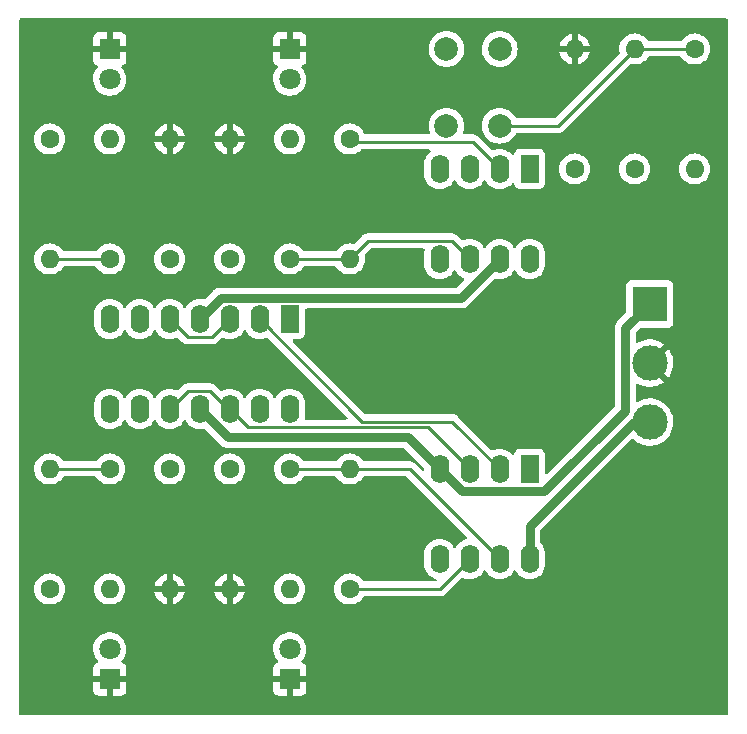
<source format=gbl>
G04 #@! TF.GenerationSoftware,KiCad,Pcbnew,6.0.1-79c1e3a40b~116~ubuntu20.04.1*
G04 #@! TF.CreationDate,2022-01-30T08:46:23-05:00*
G04 #@! TF.ProjectId,opamptest,6f70616d-7074-4657-9374-2e6b69636164,rev?*
G04 #@! TF.SameCoordinates,Original*
G04 #@! TF.FileFunction,Copper,L2,Bot*
G04 #@! TF.FilePolarity,Positive*
%FSLAX46Y46*%
G04 Gerber Fmt 4.6, Leading zero omitted, Abs format (unit mm)*
G04 Created by KiCad (PCBNEW 6.0.1-79c1e3a40b~116~ubuntu20.04.1) date 2022-01-30 08:46:23*
%MOMM*%
%LPD*%
G01*
G04 APERTURE LIST*
G04 #@! TA.AperFunction,ComponentPad*
%ADD10C,1.600000*%
G04 #@! TD*
G04 #@! TA.AperFunction,ComponentPad*
%ADD11O,1.600000X1.600000*%
G04 #@! TD*
G04 #@! TA.AperFunction,ComponentPad*
%ADD12R,1.600000X2.400000*%
G04 #@! TD*
G04 #@! TA.AperFunction,ComponentPad*
%ADD13O,1.600000X2.400000*%
G04 #@! TD*
G04 #@! TA.AperFunction,ComponentPad*
%ADD14R,1.800000X1.800000*%
G04 #@! TD*
G04 #@! TA.AperFunction,ComponentPad*
%ADD15C,1.800000*%
G04 #@! TD*
G04 #@! TA.AperFunction,ComponentPad*
%ADD16R,3.000000X3.000000*%
G04 #@! TD*
G04 #@! TA.AperFunction,ComponentPad*
%ADD17C,3.000000*%
G04 #@! TD*
G04 #@! TA.AperFunction,ComponentPad*
%ADD18C,2.000000*%
G04 #@! TD*
G04 #@! TA.AperFunction,Conductor*
%ADD19C,0.750000*%
G04 #@! TD*
G04 #@! TA.AperFunction,Conductor*
%ADD20C,0.250000*%
G04 #@! TD*
G04 APERTURE END LIST*
D10*
G04 #@! TO.P,R8,1*
G04 #@! TO.N,Net-(R7-Pad2)*
X137160000Y-55880000D03*
D11*
G04 #@! TO.P,R8,2*
G04 #@! TO.N,Net-(D2-Pad2)*
X137160000Y-45720000D03*
G04 #@! TD*
D10*
G04 #@! TO.P,R5,1*
G04 #@! TO.N,TL074_1*
X152400000Y-55880000D03*
D11*
G04 #@! TO.P,R5,2*
G04 #@! TO.N,Net-(D1-Pad2)*
X152400000Y-45720000D03*
G04 #@! TD*
D12*
G04 #@! TO.P,U2,1*
G04 #@! TO.N,TL074_1*
X152405000Y-60960000D03*
D13*
G04 #@! TO.P,U2,2,-*
G04 #@! TO.N,TL074_2*
X149865000Y-60960000D03*
G04 #@! TO.P,U2,3,+*
G04 #@! TO.N,INPUT*
X147325000Y-60960000D03*
G04 #@! TO.P,U2,4,V+*
G04 #@! TO.N,+12V*
X144785000Y-60960000D03*
G04 #@! TO.P,U2,5,+*
G04 #@! TO.N,INPUT*
X142245000Y-60960000D03*
G04 #@! TO.P,U2,6,-*
G04 #@! TO.N,Net-(R6-Pad1)*
X139705000Y-60960000D03*
G04 #@! TO.P,U2,7*
G04 #@! TO.N,Net-(R7-Pad2)*
X137165000Y-60960000D03*
G04 #@! TO.P,U2,8*
G04 #@! TO.N,Net-(R10-Pad2)*
X137165000Y-68580000D03*
G04 #@! TO.P,U2,9,-*
G04 #@! TO.N,Net-(R10-Pad1)*
X139705000Y-68580000D03*
G04 #@! TO.P,U2,10,+*
G04 #@! TO.N,INPUT*
X142245000Y-68580000D03*
G04 #@! TO.P,U2,11,V-*
G04 #@! TO.N,-12V*
X144785000Y-68580000D03*
G04 #@! TO.P,U2,12,+*
G04 #@! TO.N,INPUT*
X147325000Y-68580000D03*
G04 #@! TO.P,U2,13,-*
G04 #@! TO.N,TL074_13*
X149865000Y-68580000D03*
G04 #@! TO.P,U2,14*
G04 #@! TO.N,TL074_14*
X152405000Y-68580000D03*
G04 #@! TD*
D10*
G04 #@! TO.P,R10,1*
G04 #@! TO.N,Net-(R10-Pad1)*
X132080000Y-83820000D03*
D11*
G04 #@! TO.P,R10,2*
G04 #@! TO.N,Net-(R10-Pad2)*
X132080000Y-73660000D03*
G04 #@! TD*
D10*
G04 #@! TO.P,R12,1*
G04 #@! TO.N,TL074_13*
X147320000Y-73660000D03*
D11*
G04 #@! TO.P,R12,2*
G04 #@! TO.N,GND*
X147320000Y-83820000D03*
G04 #@! TD*
D12*
G04 #@! TO.P,U1,1,NULL*
G04 #@! TO.N,unconnected-(U1-Pad1)*
X172720000Y-48260000D03*
D13*
G04 #@! TO.P,U1,2,-*
G04 #@! TO.N,TL074_2*
X170180000Y-48260000D03*
G04 #@! TO.P,U1,3,+*
G04 #@! TO.N,INPUT*
X167640000Y-48260000D03*
G04 #@! TO.P,U1,4,V-*
G04 #@! TO.N,-12V*
X165100000Y-48260000D03*
G04 #@! TO.P,U1,5,NULL*
G04 #@! TO.N,unconnected-(U1-Pad5)*
X165100000Y-55880000D03*
G04 #@! TO.P,U1,6*
G04 #@! TO.N,TL074_1*
X167640000Y-55880000D03*
G04 #@! TO.P,U1,7,V+*
G04 #@! TO.N,+12V*
X170180000Y-55880000D03*
G04 #@! TO.P,U1,8,NC*
G04 #@! TO.N,unconnected-(U1-Pad8)*
X172720000Y-55880000D03*
G04 #@! TD*
D10*
G04 #@! TO.P,R2,1*
G04 #@! TO.N,Net-(R1-Pad2)*
X186690000Y-38100000D03*
D11*
G04 #@! TO.P,R2,2*
G04 #@! TO.N,-12V*
X186690000Y-48260000D03*
G04 #@! TD*
D10*
G04 #@! TO.P,R13,1*
G04 #@! TO.N,TL074_13*
X157480000Y-83820000D03*
D11*
G04 #@! TO.P,R13,2*
G04 #@! TO.N,TL074_14*
X157480000Y-73660000D03*
G04 #@! TD*
D10*
G04 #@! TO.P,R11,1*
G04 #@! TO.N,Net-(R10-Pad2)*
X137160000Y-73660000D03*
D11*
G04 #@! TO.P,R11,2*
G04 #@! TO.N,Net-(D3-Pad2)*
X137160000Y-83820000D03*
G04 #@! TD*
D14*
G04 #@! TO.P,D3,1,K*
G04 #@! TO.N,GND*
X137160000Y-91440000D03*
D15*
G04 #@! TO.P,D3,2,A*
G04 #@! TO.N,Net-(D3-Pad2)*
X137160000Y-88900000D03*
G04 #@! TD*
D10*
G04 #@! TO.P,R6,1*
G04 #@! TO.N,Net-(R6-Pad1)*
X142240000Y-55880000D03*
D11*
G04 #@! TO.P,R6,2*
G04 #@! TO.N,GND*
X142240000Y-45720000D03*
G04 #@! TD*
D10*
G04 #@! TO.P,R1,1*
G04 #@! TO.N,+12V*
X181610000Y-48260000D03*
D11*
G04 #@! TO.P,R1,2*
G04 #@! TO.N,Net-(R1-Pad2)*
X181610000Y-38100000D03*
G04 #@! TD*
D12*
G04 #@! TO.P,U3,1*
G04 #@! TO.N,TL074_1*
X172720000Y-73660000D03*
D13*
G04 #@! TO.P,U3,2,-*
G04 #@! TO.N,TL074_2*
X170180000Y-73660000D03*
G04 #@! TO.P,U3,3,+*
G04 #@! TO.N,INPUT*
X167640000Y-73660000D03*
G04 #@! TO.P,U3,4,V-*
G04 #@! TO.N,-12V*
X165100000Y-73660000D03*
G04 #@! TO.P,U3,5,+*
G04 #@! TO.N,INPUT*
X165100000Y-81280000D03*
G04 #@! TO.P,U3,6,-*
G04 #@! TO.N,TL074_13*
X167640000Y-81280000D03*
G04 #@! TO.P,U3,7*
G04 #@! TO.N,TL074_14*
X170180000Y-81280000D03*
G04 #@! TO.P,U3,8,V+*
G04 #@! TO.N,+12V*
X172720000Y-81280000D03*
G04 #@! TD*
D10*
G04 #@! TO.P,R14,1*
G04 #@! TO.N,TL074_14*
X152400000Y-73660000D03*
D11*
G04 #@! TO.P,R14,2*
G04 #@! TO.N,Net-(D4-Pad2)*
X152400000Y-83820000D03*
G04 #@! TD*
D10*
G04 #@! TO.P,R3,1*
G04 #@! TO.N,TL074_2*
X147320000Y-55880000D03*
D11*
G04 #@! TO.P,R3,2*
G04 #@! TO.N,GND*
X147320000Y-45720000D03*
G04 #@! TD*
D10*
G04 #@! TO.P,R4,1*
G04 #@! TO.N,TL074_2*
X157480000Y-45720000D03*
D11*
G04 #@! TO.P,R4,2*
G04 #@! TO.N,TL074_1*
X157480000Y-55880000D03*
G04 #@! TD*
D10*
G04 #@! TO.P,R15,1*
G04 #@! TO.N,INPUT*
X176530000Y-48260000D03*
D11*
G04 #@! TO.P,R15,2*
G04 #@! TO.N,GND*
X176530000Y-38100000D03*
G04 #@! TD*
D10*
G04 #@! TO.P,R9,1*
G04 #@! TO.N,Net-(R10-Pad1)*
X142240000Y-73660000D03*
D11*
G04 #@! TO.P,R9,2*
G04 #@! TO.N,GND*
X142240000Y-83820000D03*
G04 #@! TD*
D14*
G04 #@! TO.P,D1,1,K*
G04 #@! TO.N,GND*
X152400000Y-38100000D03*
D15*
G04 #@! TO.P,D1,2,A*
G04 #@! TO.N,Net-(D1-Pad2)*
X152400000Y-40640000D03*
G04 #@! TD*
D10*
G04 #@! TO.P,R7,1*
G04 #@! TO.N,Net-(R6-Pad1)*
X132080000Y-45720000D03*
D11*
G04 #@! TO.P,R7,2*
G04 #@! TO.N,Net-(R7-Pad2)*
X132080000Y-55880000D03*
G04 #@! TD*
D16*
G04 #@! TO.P,J1,1,Pin_1*
G04 #@! TO.N,-12V*
X182880000Y-59690000D03*
D17*
G04 #@! TO.P,J1,2,Pin_2*
G04 #@! TO.N,GND*
X182880000Y-64690000D03*
G04 #@! TO.P,J1,3,Pin_3*
G04 #@! TO.N,+12V*
X182880000Y-69690000D03*
G04 #@! TD*
D14*
G04 #@! TO.P,D4,1,K*
G04 #@! TO.N,GND*
X152400000Y-91440000D03*
D15*
G04 #@! TO.P,D4,2,A*
G04 #@! TO.N,Net-(D4-Pad2)*
X152400000Y-88900000D03*
G04 #@! TD*
D18*
G04 #@! TO.P,SW1,1,1*
G04 #@! TO.N,Net-(R1-Pad2)*
X170180000Y-44600000D03*
X170180000Y-38100000D03*
G04 #@! TO.P,SW1,2,2*
G04 #@! TO.N,INPUT*
X165680000Y-44600000D03*
X165680000Y-38100000D03*
G04 #@! TD*
D14*
G04 #@! TO.P,D2,1,K*
G04 #@! TO.N,GND*
X137160000Y-38100000D03*
D15*
G04 #@! TO.P,D2,2,A*
G04 #@! TO.N,Net-(D2-Pad2)*
X137160000Y-40640000D03*
G04 #@! TD*
D19*
G04 #@! TO.N,+12V*
X146559511Y-59185489D02*
X166874511Y-59185489D01*
X166874511Y-59185489D02*
X170180000Y-55880000D01*
X182880000Y-69690000D02*
X181770000Y-69690000D01*
X172720000Y-78486000D02*
X181516000Y-69690000D01*
X181516000Y-69690000D02*
X182880000Y-69690000D01*
X172720000Y-81280000D02*
X172720000Y-78486000D01*
X144785000Y-60960000D02*
X146559511Y-59185489D01*
G04 #@! TO.N,-12V*
X167005000Y-75565000D02*
X165100000Y-73660000D01*
X182880000Y-59690000D02*
X180805489Y-61764511D01*
X162433000Y-70993000D02*
X147198000Y-70993000D01*
X173964022Y-75565000D02*
X167005000Y-75565000D01*
X165100000Y-73660000D02*
X162433000Y-70993000D01*
X147198000Y-70993000D02*
X144785000Y-68580000D01*
X180805489Y-61764511D02*
X180805489Y-68723533D01*
X180805489Y-68723533D02*
X173964022Y-75565000D01*
D20*
G04 #@! TO.N,INPUT*
X142245000Y-60960000D02*
X143769520Y-62484520D01*
X142245000Y-68580000D02*
X143769520Y-67055480D01*
X145800480Y-62484520D02*
X147325000Y-60960000D01*
X164084520Y-70104520D02*
X167640000Y-73660000D01*
X143769520Y-67055480D02*
X145668480Y-67055480D01*
X148849520Y-70104520D02*
X164084520Y-70104520D01*
X143769520Y-62484520D02*
X145800480Y-62484520D01*
X147325000Y-68580000D02*
X148849520Y-70104520D01*
X145668480Y-67055480D02*
X147193000Y-68580000D01*
X147193000Y-68580000D02*
X147325000Y-68580000D01*
G04 #@! TO.N,TL074_2*
X166175009Y-69655009D02*
X170180000Y-73660000D01*
X149865000Y-60960000D02*
X158560009Y-69655009D01*
X157734000Y-45974000D02*
X157480000Y-45720000D01*
X158560009Y-69655009D02*
X166175009Y-69655009D01*
X167894000Y-45974000D02*
X157734000Y-45974000D01*
X170180000Y-48260000D02*
X167894000Y-45974000D01*
G04 #@! TO.N,TL074_1*
X166115480Y-54355480D02*
X159004520Y-54355480D01*
X159004520Y-54355480D02*
X157480000Y-55880000D01*
X167640000Y-55880000D02*
X166115480Y-54355480D01*
X152400000Y-55880000D02*
X157480000Y-55880000D01*
G04 #@! TO.N,TL074_13*
X167640000Y-81280000D02*
X165100000Y-83820000D01*
X165100000Y-83820000D02*
X157480000Y-83820000D01*
G04 #@! TO.N,TL074_14*
X170180000Y-81280000D02*
X162560000Y-73660000D01*
X162560000Y-73660000D02*
X157480000Y-73660000D01*
X157480000Y-73660000D02*
X152400000Y-73660000D01*
G04 #@! TO.N,Net-(R1-Pad2)*
X181610000Y-38100000D02*
X186690000Y-38100000D01*
X175110000Y-44600000D02*
X170180000Y-44600000D01*
X181610000Y-38100000D02*
X175110000Y-44600000D01*
G04 #@! TO.N,Net-(R7-Pad2)*
X132080000Y-55880000D02*
X137160000Y-55880000D01*
G04 #@! TO.N,Net-(R10-Pad2)*
X132080000Y-73660000D02*
X137160000Y-73660000D01*
G04 #@! TD*
G04 #@! TA.AperFunction,Conductor*
G04 #@! TO.N,GND*
G36*
X189434121Y-35528002D02*
G01*
X189480614Y-35581658D01*
X189492000Y-35634000D01*
X189492000Y-94366000D01*
X189471998Y-94434121D01*
X189418342Y-94480614D01*
X189366000Y-94492000D01*
X129634000Y-94492000D01*
X129565879Y-94471998D01*
X129519386Y-94418342D01*
X129508000Y-94366000D01*
X129508000Y-92384669D01*
X135752001Y-92384669D01*
X135752371Y-92391490D01*
X135757895Y-92442352D01*
X135761521Y-92457604D01*
X135806676Y-92578054D01*
X135815214Y-92593649D01*
X135891715Y-92695724D01*
X135904276Y-92708285D01*
X136006351Y-92784786D01*
X136021946Y-92793324D01*
X136142394Y-92838478D01*
X136157649Y-92842105D01*
X136208514Y-92847631D01*
X136215328Y-92848000D01*
X136887885Y-92848000D01*
X136903124Y-92843525D01*
X136904329Y-92842135D01*
X136906000Y-92834452D01*
X136906000Y-92829884D01*
X137414000Y-92829884D01*
X137418475Y-92845123D01*
X137419865Y-92846328D01*
X137427548Y-92847999D01*
X138104669Y-92847999D01*
X138111490Y-92847629D01*
X138162352Y-92842105D01*
X138177604Y-92838479D01*
X138298054Y-92793324D01*
X138313649Y-92784786D01*
X138415724Y-92708285D01*
X138428285Y-92695724D01*
X138504786Y-92593649D01*
X138513324Y-92578054D01*
X138558478Y-92457606D01*
X138562105Y-92442351D01*
X138567631Y-92391486D01*
X138568000Y-92384672D01*
X138568000Y-92384669D01*
X150992001Y-92384669D01*
X150992371Y-92391490D01*
X150997895Y-92442352D01*
X151001521Y-92457604D01*
X151046676Y-92578054D01*
X151055214Y-92593649D01*
X151131715Y-92695724D01*
X151144276Y-92708285D01*
X151246351Y-92784786D01*
X151261946Y-92793324D01*
X151382394Y-92838478D01*
X151397649Y-92842105D01*
X151448514Y-92847631D01*
X151455328Y-92848000D01*
X152127885Y-92848000D01*
X152143124Y-92843525D01*
X152144329Y-92842135D01*
X152146000Y-92834452D01*
X152146000Y-92829884D01*
X152654000Y-92829884D01*
X152658475Y-92845123D01*
X152659865Y-92846328D01*
X152667548Y-92847999D01*
X153344669Y-92847999D01*
X153351490Y-92847629D01*
X153402352Y-92842105D01*
X153417604Y-92838479D01*
X153538054Y-92793324D01*
X153553649Y-92784786D01*
X153655724Y-92708285D01*
X153668285Y-92695724D01*
X153744786Y-92593649D01*
X153753324Y-92578054D01*
X153798478Y-92457606D01*
X153802105Y-92442351D01*
X153807631Y-92391486D01*
X153808000Y-92384672D01*
X153808000Y-91712115D01*
X153803525Y-91696876D01*
X153802135Y-91695671D01*
X153794452Y-91694000D01*
X152672115Y-91694000D01*
X152656876Y-91698475D01*
X152655671Y-91699865D01*
X152654000Y-91707548D01*
X152654000Y-92829884D01*
X152146000Y-92829884D01*
X152146000Y-91712115D01*
X152141525Y-91696876D01*
X152140135Y-91695671D01*
X152132452Y-91694000D01*
X151010116Y-91694000D01*
X150994877Y-91698475D01*
X150993672Y-91699865D01*
X150992001Y-91707548D01*
X150992001Y-92384669D01*
X138568000Y-92384669D01*
X138568000Y-91712115D01*
X138563525Y-91696876D01*
X138562135Y-91695671D01*
X138554452Y-91694000D01*
X137432115Y-91694000D01*
X137416876Y-91698475D01*
X137415671Y-91699865D01*
X137414000Y-91707548D01*
X137414000Y-92829884D01*
X136906000Y-92829884D01*
X136906000Y-91712115D01*
X136901525Y-91696876D01*
X136900135Y-91695671D01*
X136892452Y-91694000D01*
X135770116Y-91694000D01*
X135754877Y-91698475D01*
X135753672Y-91699865D01*
X135752001Y-91707548D01*
X135752001Y-92384669D01*
X129508000Y-92384669D01*
X129508000Y-88865469D01*
X135747095Y-88865469D01*
X135747392Y-88870622D01*
X135747392Y-88870625D01*
X135753067Y-88969041D01*
X135760427Y-89096697D01*
X135761564Y-89101743D01*
X135761565Y-89101749D01*
X135793741Y-89244523D01*
X135811346Y-89322642D01*
X135813288Y-89327424D01*
X135813289Y-89327428D01*
X135896540Y-89532450D01*
X135898484Y-89537237D01*
X136019501Y-89734719D01*
X136022882Y-89738622D01*
X136131653Y-89864191D01*
X136161135Y-89928776D01*
X136151020Y-89999049D01*
X136104519Y-90052697D01*
X136080646Y-90064670D01*
X136021944Y-90086677D01*
X136006351Y-90095214D01*
X135904276Y-90171715D01*
X135891715Y-90184276D01*
X135815214Y-90286351D01*
X135806676Y-90301946D01*
X135761522Y-90422394D01*
X135757895Y-90437649D01*
X135752369Y-90488514D01*
X135752000Y-90495328D01*
X135752000Y-91167885D01*
X135756475Y-91183124D01*
X135757865Y-91184329D01*
X135765548Y-91186000D01*
X138549884Y-91186000D01*
X138565123Y-91181525D01*
X138566328Y-91180135D01*
X138567999Y-91172452D01*
X138567999Y-90495331D01*
X138567629Y-90488510D01*
X138562105Y-90437648D01*
X138558479Y-90422396D01*
X138513324Y-90301946D01*
X138504786Y-90286351D01*
X138428285Y-90184276D01*
X138415724Y-90171715D01*
X138313649Y-90095214D01*
X138298052Y-90086675D01*
X138239415Y-90064693D01*
X138182650Y-90022052D01*
X138157950Y-89955490D01*
X138173157Y-89886141D01*
X138194703Y-89857461D01*
X138232641Y-89819654D01*
X138236303Y-89816005D01*
X138371458Y-89627917D01*
X138418641Y-89532450D01*
X138471784Y-89424922D01*
X138471785Y-89424920D01*
X138474078Y-89420280D01*
X138541408Y-89198671D01*
X138571640Y-88969041D01*
X138573327Y-88900000D01*
X138570488Y-88865469D01*
X150987095Y-88865469D01*
X150987392Y-88870622D01*
X150987392Y-88870625D01*
X150993067Y-88969041D01*
X151000427Y-89096697D01*
X151001564Y-89101743D01*
X151001565Y-89101749D01*
X151033741Y-89244523D01*
X151051346Y-89322642D01*
X151053288Y-89327424D01*
X151053289Y-89327428D01*
X151136540Y-89532450D01*
X151138484Y-89537237D01*
X151259501Y-89734719D01*
X151262882Y-89738622D01*
X151371653Y-89864191D01*
X151401135Y-89928776D01*
X151391020Y-89999049D01*
X151344519Y-90052697D01*
X151320646Y-90064670D01*
X151261944Y-90086677D01*
X151246351Y-90095214D01*
X151144276Y-90171715D01*
X151131715Y-90184276D01*
X151055214Y-90286351D01*
X151046676Y-90301946D01*
X151001522Y-90422394D01*
X150997895Y-90437649D01*
X150992369Y-90488514D01*
X150992000Y-90495328D01*
X150992000Y-91167885D01*
X150996475Y-91183124D01*
X150997865Y-91184329D01*
X151005548Y-91186000D01*
X153789884Y-91186000D01*
X153805123Y-91181525D01*
X153806328Y-91180135D01*
X153807999Y-91172452D01*
X153807999Y-90495331D01*
X153807629Y-90488510D01*
X153802105Y-90437648D01*
X153798479Y-90422396D01*
X153753324Y-90301946D01*
X153744786Y-90286351D01*
X153668285Y-90184276D01*
X153655724Y-90171715D01*
X153553649Y-90095214D01*
X153538052Y-90086675D01*
X153479415Y-90064693D01*
X153422650Y-90022052D01*
X153397950Y-89955490D01*
X153413157Y-89886141D01*
X153434703Y-89857461D01*
X153472641Y-89819654D01*
X153476303Y-89816005D01*
X153611458Y-89627917D01*
X153658641Y-89532450D01*
X153711784Y-89424922D01*
X153711785Y-89424920D01*
X153714078Y-89420280D01*
X153781408Y-89198671D01*
X153811640Y-88969041D01*
X153813327Y-88900000D01*
X153807032Y-88823434D01*
X153794773Y-88674318D01*
X153794772Y-88674312D01*
X153794349Y-88669167D01*
X153737925Y-88444533D01*
X153735866Y-88439797D01*
X153647630Y-88236868D01*
X153647628Y-88236865D01*
X153645570Y-88232131D01*
X153519764Y-88037665D01*
X153363887Y-87866358D01*
X153359836Y-87863159D01*
X153359832Y-87863155D01*
X153186177Y-87726011D01*
X153186172Y-87726008D01*
X153182123Y-87722810D01*
X153177607Y-87720317D01*
X153177604Y-87720315D01*
X152983879Y-87613373D01*
X152983875Y-87613371D01*
X152979355Y-87610876D01*
X152974486Y-87609152D01*
X152974482Y-87609150D01*
X152765903Y-87535288D01*
X152765899Y-87535287D01*
X152761028Y-87533562D01*
X152755935Y-87532655D01*
X152755932Y-87532654D01*
X152538095Y-87493851D01*
X152538089Y-87493850D01*
X152533006Y-87492945D01*
X152460096Y-87492054D01*
X152306581Y-87490179D01*
X152306579Y-87490179D01*
X152301411Y-87490116D01*
X152072464Y-87525150D01*
X151852314Y-87597106D01*
X151847726Y-87599494D01*
X151847722Y-87599496D01*
X151821065Y-87613373D01*
X151646872Y-87704052D01*
X151642739Y-87707155D01*
X151642736Y-87707157D01*
X151617625Y-87726011D01*
X151461655Y-87843117D01*
X151301639Y-88010564D01*
X151298725Y-88014836D01*
X151298724Y-88014837D01*
X151283152Y-88037665D01*
X151171119Y-88201899D01*
X151073602Y-88411981D01*
X151011707Y-88635169D01*
X150987095Y-88865469D01*
X138570488Y-88865469D01*
X138567032Y-88823434D01*
X138554773Y-88674318D01*
X138554772Y-88674312D01*
X138554349Y-88669167D01*
X138497925Y-88444533D01*
X138495866Y-88439797D01*
X138407630Y-88236868D01*
X138407628Y-88236865D01*
X138405570Y-88232131D01*
X138279764Y-88037665D01*
X138123887Y-87866358D01*
X138119836Y-87863159D01*
X138119832Y-87863155D01*
X137946177Y-87726011D01*
X137946172Y-87726008D01*
X137942123Y-87722810D01*
X137937607Y-87720317D01*
X137937604Y-87720315D01*
X137743879Y-87613373D01*
X137743875Y-87613371D01*
X137739355Y-87610876D01*
X137734486Y-87609152D01*
X137734482Y-87609150D01*
X137525903Y-87535288D01*
X137525899Y-87535287D01*
X137521028Y-87533562D01*
X137515935Y-87532655D01*
X137515932Y-87532654D01*
X137298095Y-87493851D01*
X137298089Y-87493850D01*
X137293006Y-87492945D01*
X137220096Y-87492054D01*
X137066581Y-87490179D01*
X137066579Y-87490179D01*
X137061411Y-87490116D01*
X136832464Y-87525150D01*
X136612314Y-87597106D01*
X136607726Y-87599494D01*
X136607722Y-87599496D01*
X136581065Y-87613373D01*
X136406872Y-87704052D01*
X136402739Y-87707155D01*
X136402736Y-87707157D01*
X136377625Y-87726011D01*
X136221655Y-87843117D01*
X136061639Y-88010564D01*
X136058725Y-88014836D01*
X136058724Y-88014837D01*
X136043152Y-88037665D01*
X135931119Y-88201899D01*
X135833602Y-88411981D01*
X135771707Y-88635169D01*
X135747095Y-88865469D01*
X129508000Y-88865469D01*
X129508000Y-83820000D01*
X130766502Y-83820000D01*
X130786457Y-84048087D01*
X130787881Y-84053400D01*
X130787881Y-84053402D01*
X130840934Y-84251395D01*
X130845716Y-84269243D01*
X130848039Y-84274224D01*
X130848039Y-84274225D01*
X130940151Y-84471762D01*
X130940154Y-84471767D01*
X130942477Y-84476749D01*
X131073802Y-84664300D01*
X131235700Y-84826198D01*
X131240208Y-84829355D01*
X131240211Y-84829357D01*
X131318389Y-84884098D01*
X131423251Y-84957523D01*
X131428233Y-84959846D01*
X131428238Y-84959849D01*
X131624765Y-85051490D01*
X131630757Y-85054284D01*
X131636065Y-85055706D01*
X131636067Y-85055707D01*
X131846598Y-85112119D01*
X131846600Y-85112119D01*
X131851913Y-85113543D01*
X132080000Y-85133498D01*
X132308087Y-85113543D01*
X132313400Y-85112119D01*
X132313402Y-85112119D01*
X132523933Y-85055707D01*
X132523935Y-85055706D01*
X132529243Y-85054284D01*
X132535235Y-85051490D01*
X132731762Y-84959849D01*
X132731767Y-84959846D01*
X132736749Y-84957523D01*
X132841611Y-84884098D01*
X132919789Y-84829357D01*
X132919792Y-84829355D01*
X132924300Y-84826198D01*
X133086198Y-84664300D01*
X133217523Y-84476749D01*
X133219846Y-84471767D01*
X133219849Y-84471762D01*
X133311961Y-84274225D01*
X133311961Y-84274224D01*
X133314284Y-84269243D01*
X133319067Y-84251395D01*
X133372119Y-84053402D01*
X133372119Y-84053400D01*
X133373543Y-84048087D01*
X133393498Y-83820000D01*
X135846502Y-83820000D01*
X135866457Y-84048087D01*
X135867881Y-84053400D01*
X135867881Y-84053402D01*
X135920934Y-84251395D01*
X135925716Y-84269243D01*
X135928039Y-84274224D01*
X135928039Y-84274225D01*
X136020151Y-84471762D01*
X136020154Y-84471767D01*
X136022477Y-84476749D01*
X136153802Y-84664300D01*
X136315700Y-84826198D01*
X136320208Y-84829355D01*
X136320211Y-84829357D01*
X136398389Y-84884098D01*
X136503251Y-84957523D01*
X136508233Y-84959846D01*
X136508238Y-84959849D01*
X136704765Y-85051490D01*
X136710757Y-85054284D01*
X136716065Y-85055706D01*
X136716067Y-85055707D01*
X136926598Y-85112119D01*
X136926600Y-85112119D01*
X136931913Y-85113543D01*
X137160000Y-85133498D01*
X137388087Y-85113543D01*
X137393400Y-85112119D01*
X137393402Y-85112119D01*
X137603933Y-85055707D01*
X137603935Y-85055706D01*
X137609243Y-85054284D01*
X137615235Y-85051490D01*
X137811762Y-84959849D01*
X137811767Y-84959846D01*
X137816749Y-84957523D01*
X137921611Y-84884098D01*
X137999789Y-84829357D01*
X137999792Y-84829355D01*
X138004300Y-84826198D01*
X138166198Y-84664300D01*
X138297523Y-84476749D01*
X138299846Y-84471767D01*
X138299849Y-84471762D01*
X138391961Y-84274225D01*
X138391961Y-84274224D01*
X138394284Y-84269243D01*
X138399067Y-84251395D01*
X138443245Y-84086522D01*
X140957273Y-84086522D01*
X141004764Y-84263761D01*
X141008510Y-84274053D01*
X141100586Y-84471511D01*
X141106069Y-84481007D01*
X141231028Y-84659467D01*
X141238084Y-84667875D01*
X141392125Y-84821916D01*
X141400533Y-84828972D01*
X141578993Y-84953931D01*
X141588489Y-84959414D01*
X141785947Y-85051490D01*
X141796239Y-85055236D01*
X141968503Y-85101394D01*
X141982599Y-85101058D01*
X141986000Y-85093116D01*
X141986000Y-85087967D01*
X142494000Y-85087967D01*
X142497973Y-85101498D01*
X142506522Y-85102727D01*
X142683761Y-85055236D01*
X142694053Y-85051490D01*
X142891511Y-84959414D01*
X142901007Y-84953931D01*
X143079467Y-84828972D01*
X143087875Y-84821916D01*
X143241916Y-84667875D01*
X143248972Y-84659467D01*
X143373931Y-84481007D01*
X143379414Y-84471511D01*
X143471490Y-84274053D01*
X143475236Y-84263761D01*
X143521394Y-84091497D01*
X143521275Y-84086522D01*
X146037273Y-84086522D01*
X146084764Y-84263761D01*
X146088510Y-84274053D01*
X146180586Y-84471511D01*
X146186069Y-84481007D01*
X146311028Y-84659467D01*
X146318084Y-84667875D01*
X146472125Y-84821916D01*
X146480533Y-84828972D01*
X146658993Y-84953931D01*
X146668489Y-84959414D01*
X146865947Y-85051490D01*
X146876239Y-85055236D01*
X147048503Y-85101394D01*
X147062599Y-85101058D01*
X147066000Y-85093116D01*
X147066000Y-85087967D01*
X147574000Y-85087967D01*
X147577973Y-85101498D01*
X147586522Y-85102727D01*
X147763761Y-85055236D01*
X147774053Y-85051490D01*
X147971511Y-84959414D01*
X147981007Y-84953931D01*
X148159467Y-84828972D01*
X148167875Y-84821916D01*
X148321916Y-84667875D01*
X148328972Y-84659467D01*
X148453931Y-84481007D01*
X148459414Y-84471511D01*
X148551490Y-84274053D01*
X148555236Y-84263761D01*
X148601394Y-84091497D01*
X148601058Y-84077401D01*
X148593116Y-84074000D01*
X147592115Y-84074000D01*
X147576876Y-84078475D01*
X147575671Y-84079865D01*
X147574000Y-84087548D01*
X147574000Y-85087967D01*
X147066000Y-85087967D01*
X147066000Y-84092115D01*
X147061525Y-84076876D01*
X147060135Y-84075671D01*
X147052452Y-84074000D01*
X146052033Y-84074000D01*
X146038502Y-84077973D01*
X146037273Y-84086522D01*
X143521275Y-84086522D01*
X143521058Y-84077401D01*
X143513116Y-84074000D01*
X142512115Y-84074000D01*
X142496876Y-84078475D01*
X142495671Y-84079865D01*
X142494000Y-84087548D01*
X142494000Y-85087967D01*
X141986000Y-85087967D01*
X141986000Y-84092115D01*
X141981525Y-84076876D01*
X141980135Y-84075671D01*
X141972452Y-84074000D01*
X140972033Y-84074000D01*
X140958502Y-84077973D01*
X140957273Y-84086522D01*
X138443245Y-84086522D01*
X138452119Y-84053402D01*
X138452119Y-84053400D01*
X138453543Y-84048087D01*
X138473498Y-83820000D01*
X151086502Y-83820000D01*
X151106457Y-84048087D01*
X151107881Y-84053400D01*
X151107881Y-84053402D01*
X151160934Y-84251395D01*
X151165716Y-84269243D01*
X151168039Y-84274224D01*
X151168039Y-84274225D01*
X151260151Y-84471762D01*
X151260154Y-84471767D01*
X151262477Y-84476749D01*
X151393802Y-84664300D01*
X151555700Y-84826198D01*
X151560208Y-84829355D01*
X151560211Y-84829357D01*
X151638389Y-84884098D01*
X151743251Y-84957523D01*
X151748233Y-84959846D01*
X151748238Y-84959849D01*
X151944765Y-85051490D01*
X151950757Y-85054284D01*
X151956065Y-85055706D01*
X151956067Y-85055707D01*
X152166598Y-85112119D01*
X152166600Y-85112119D01*
X152171913Y-85113543D01*
X152400000Y-85133498D01*
X152628087Y-85113543D01*
X152633400Y-85112119D01*
X152633402Y-85112119D01*
X152843933Y-85055707D01*
X152843935Y-85055706D01*
X152849243Y-85054284D01*
X152855235Y-85051490D01*
X153051762Y-84959849D01*
X153051767Y-84959846D01*
X153056749Y-84957523D01*
X153161611Y-84884098D01*
X153239789Y-84829357D01*
X153239792Y-84829355D01*
X153244300Y-84826198D01*
X153406198Y-84664300D01*
X153537523Y-84476749D01*
X153539846Y-84471767D01*
X153539849Y-84471762D01*
X153631961Y-84274225D01*
X153631961Y-84274224D01*
X153634284Y-84269243D01*
X153639067Y-84251395D01*
X153692119Y-84053402D01*
X153692119Y-84053400D01*
X153693543Y-84048087D01*
X153713498Y-83820000D01*
X153693543Y-83591913D01*
X153683244Y-83553478D01*
X153635707Y-83376067D01*
X153635706Y-83376065D01*
X153634284Y-83370757D01*
X153631961Y-83365775D01*
X153539849Y-83168238D01*
X153539846Y-83168233D01*
X153537523Y-83163251D01*
X153450946Y-83039606D01*
X153409357Y-82980211D01*
X153409355Y-82980208D01*
X153406198Y-82975700D01*
X153244300Y-82813802D01*
X153239792Y-82810645D01*
X153239789Y-82810643D01*
X153161611Y-82755902D01*
X153056749Y-82682477D01*
X153051767Y-82680154D01*
X153051762Y-82680151D01*
X152854225Y-82588039D01*
X152854224Y-82588039D01*
X152849243Y-82585716D01*
X152843935Y-82584294D01*
X152843933Y-82584293D01*
X152633402Y-82527881D01*
X152633400Y-82527881D01*
X152628087Y-82526457D01*
X152400000Y-82506502D01*
X152171913Y-82526457D01*
X152166600Y-82527881D01*
X152166598Y-82527881D01*
X151956067Y-82584293D01*
X151956065Y-82584294D01*
X151950757Y-82585716D01*
X151945776Y-82588039D01*
X151945775Y-82588039D01*
X151748238Y-82680151D01*
X151748233Y-82680154D01*
X151743251Y-82682477D01*
X151638389Y-82755902D01*
X151560211Y-82810643D01*
X151560208Y-82810645D01*
X151555700Y-82813802D01*
X151393802Y-82975700D01*
X151390645Y-82980208D01*
X151390643Y-82980211D01*
X151349054Y-83039606D01*
X151262477Y-83163251D01*
X151260154Y-83168233D01*
X151260151Y-83168238D01*
X151168039Y-83365775D01*
X151165716Y-83370757D01*
X151164294Y-83376065D01*
X151164293Y-83376067D01*
X151116756Y-83553478D01*
X151106457Y-83591913D01*
X151086502Y-83820000D01*
X138473498Y-83820000D01*
X138453543Y-83591913D01*
X138443244Y-83553478D01*
X138441911Y-83548503D01*
X140958606Y-83548503D01*
X140958942Y-83562599D01*
X140966884Y-83566000D01*
X141967885Y-83566000D01*
X141983124Y-83561525D01*
X141984329Y-83560135D01*
X141986000Y-83552452D01*
X141986000Y-83547885D01*
X142494000Y-83547885D01*
X142498475Y-83563124D01*
X142499865Y-83564329D01*
X142507548Y-83566000D01*
X143507967Y-83566000D01*
X143521498Y-83562027D01*
X143522727Y-83553478D01*
X143521394Y-83548503D01*
X146038606Y-83548503D01*
X146038942Y-83562599D01*
X146046884Y-83566000D01*
X147047885Y-83566000D01*
X147063124Y-83561525D01*
X147064329Y-83560135D01*
X147066000Y-83552452D01*
X147066000Y-83547885D01*
X147574000Y-83547885D01*
X147578475Y-83563124D01*
X147579865Y-83564329D01*
X147587548Y-83566000D01*
X148587967Y-83566000D01*
X148601498Y-83562027D01*
X148602727Y-83553478D01*
X148555236Y-83376239D01*
X148551490Y-83365947D01*
X148459414Y-83168489D01*
X148453931Y-83158993D01*
X148328972Y-82980533D01*
X148321916Y-82972125D01*
X148167875Y-82818084D01*
X148159467Y-82811028D01*
X147981007Y-82686069D01*
X147971511Y-82680586D01*
X147774053Y-82588510D01*
X147763761Y-82584764D01*
X147591497Y-82538606D01*
X147577401Y-82538942D01*
X147574000Y-82546884D01*
X147574000Y-83547885D01*
X147066000Y-83547885D01*
X147066000Y-82552033D01*
X147062027Y-82538502D01*
X147053478Y-82537273D01*
X146876239Y-82584764D01*
X146865947Y-82588510D01*
X146668489Y-82680586D01*
X146658993Y-82686069D01*
X146480533Y-82811028D01*
X146472125Y-82818084D01*
X146318084Y-82972125D01*
X146311028Y-82980533D01*
X146186069Y-83158993D01*
X146180586Y-83168489D01*
X146088510Y-83365947D01*
X146084764Y-83376239D01*
X146038606Y-83548503D01*
X143521394Y-83548503D01*
X143475236Y-83376239D01*
X143471490Y-83365947D01*
X143379414Y-83168489D01*
X143373931Y-83158993D01*
X143248972Y-82980533D01*
X143241916Y-82972125D01*
X143087875Y-82818084D01*
X143079467Y-82811028D01*
X142901007Y-82686069D01*
X142891511Y-82680586D01*
X142694053Y-82588510D01*
X142683761Y-82584764D01*
X142511497Y-82538606D01*
X142497401Y-82538942D01*
X142494000Y-82546884D01*
X142494000Y-83547885D01*
X141986000Y-83547885D01*
X141986000Y-82552033D01*
X141982027Y-82538502D01*
X141973478Y-82537273D01*
X141796239Y-82584764D01*
X141785947Y-82588510D01*
X141588489Y-82680586D01*
X141578993Y-82686069D01*
X141400533Y-82811028D01*
X141392125Y-82818084D01*
X141238084Y-82972125D01*
X141231028Y-82980533D01*
X141106069Y-83158993D01*
X141100586Y-83168489D01*
X141008510Y-83365947D01*
X141004764Y-83376239D01*
X140958606Y-83548503D01*
X138441911Y-83548503D01*
X138395707Y-83376067D01*
X138395706Y-83376065D01*
X138394284Y-83370757D01*
X138391961Y-83365775D01*
X138299849Y-83168238D01*
X138299846Y-83168233D01*
X138297523Y-83163251D01*
X138210946Y-83039606D01*
X138169357Y-82980211D01*
X138169355Y-82980208D01*
X138166198Y-82975700D01*
X138004300Y-82813802D01*
X137999792Y-82810645D01*
X137999789Y-82810643D01*
X137921611Y-82755902D01*
X137816749Y-82682477D01*
X137811767Y-82680154D01*
X137811762Y-82680151D01*
X137614225Y-82588039D01*
X137614224Y-82588039D01*
X137609243Y-82585716D01*
X137603935Y-82584294D01*
X137603933Y-82584293D01*
X137393402Y-82527881D01*
X137393400Y-82527881D01*
X137388087Y-82526457D01*
X137160000Y-82506502D01*
X136931913Y-82526457D01*
X136926600Y-82527881D01*
X136926598Y-82527881D01*
X136716067Y-82584293D01*
X136716065Y-82584294D01*
X136710757Y-82585716D01*
X136705776Y-82588039D01*
X136705775Y-82588039D01*
X136508238Y-82680151D01*
X136508233Y-82680154D01*
X136503251Y-82682477D01*
X136398389Y-82755902D01*
X136320211Y-82810643D01*
X136320208Y-82810645D01*
X136315700Y-82813802D01*
X136153802Y-82975700D01*
X136150645Y-82980208D01*
X136150643Y-82980211D01*
X136109054Y-83039606D01*
X136022477Y-83163251D01*
X136020154Y-83168233D01*
X136020151Y-83168238D01*
X135928039Y-83365775D01*
X135925716Y-83370757D01*
X135924294Y-83376065D01*
X135924293Y-83376067D01*
X135876756Y-83553478D01*
X135866457Y-83591913D01*
X135846502Y-83820000D01*
X133393498Y-83820000D01*
X133373543Y-83591913D01*
X133363244Y-83553478D01*
X133315707Y-83376067D01*
X133315706Y-83376065D01*
X133314284Y-83370757D01*
X133311961Y-83365775D01*
X133219849Y-83168238D01*
X133219846Y-83168233D01*
X133217523Y-83163251D01*
X133130946Y-83039606D01*
X133089357Y-82980211D01*
X133089355Y-82980208D01*
X133086198Y-82975700D01*
X132924300Y-82813802D01*
X132919792Y-82810645D01*
X132919789Y-82810643D01*
X132841611Y-82755902D01*
X132736749Y-82682477D01*
X132731767Y-82680154D01*
X132731762Y-82680151D01*
X132534225Y-82588039D01*
X132534224Y-82588039D01*
X132529243Y-82585716D01*
X132523935Y-82584294D01*
X132523933Y-82584293D01*
X132313402Y-82527881D01*
X132313400Y-82527881D01*
X132308087Y-82526457D01*
X132080000Y-82506502D01*
X131851913Y-82526457D01*
X131846600Y-82527881D01*
X131846598Y-82527881D01*
X131636067Y-82584293D01*
X131636065Y-82584294D01*
X131630757Y-82585716D01*
X131625776Y-82588039D01*
X131625775Y-82588039D01*
X131428238Y-82680151D01*
X131428233Y-82680154D01*
X131423251Y-82682477D01*
X131318389Y-82755902D01*
X131240211Y-82810643D01*
X131240208Y-82810645D01*
X131235700Y-82813802D01*
X131073802Y-82975700D01*
X131070645Y-82980208D01*
X131070643Y-82980211D01*
X131029054Y-83039606D01*
X130942477Y-83163251D01*
X130940154Y-83168233D01*
X130940151Y-83168238D01*
X130848039Y-83365775D01*
X130845716Y-83370757D01*
X130844294Y-83376065D01*
X130844293Y-83376067D01*
X130796756Y-83553478D01*
X130786457Y-83591913D01*
X130766502Y-83820000D01*
X129508000Y-83820000D01*
X129508000Y-73660000D01*
X130766502Y-73660000D01*
X130786457Y-73888087D01*
X130787881Y-73893400D01*
X130787881Y-73893402D01*
X130804618Y-73955863D01*
X130845716Y-74109243D01*
X130848039Y-74114224D01*
X130848039Y-74114225D01*
X130940151Y-74311762D01*
X130940154Y-74311767D01*
X130942477Y-74316749D01*
X131073802Y-74504300D01*
X131235700Y-74666198D01*
X131240208Y-74669355D01*
X131240211Y-74669357D01*
X131257553Y-74681500D01*
X131423251Y-74797523D01*
X131428233Y-74799846D01*
X131428238Y-74799849D01*
X131625775Y-74891961D01*
X131630757Y-74894284D01*
X131636065Y-74895706D01*
X131636067Y-74895707D01*
X131846598Y-74952119D01*
X131846600Y-74952119D01*
X131851913Y-74953543D01*
X132080000Y-74973498D01*
X132308087Y-74953543D01*
X132313400Y-74952119D01*
X132313402Y-74952119D01*
X132523933Y-74895707D01*
X132523935Y-74895706D01*
X132529243Y-74894284D01*
X132534225Y-74891961D01*
X132731762Y-74799849D01*
X132731767Y-74799846D01*
X132736749Y-74797523D01*
X132902447Y-74681500D01*
X132919789Y-74669357D01*
X132919792Y-74669355D01*
X132924300Y-74666198D01*
X133086198Y-74504300D01*
X133196181Y-74347229D01*
X133251638Y-74302901D01*
X133299394Y-74293500D01*
X135940606Y-74293500D01*
X136008727Y-74313502D01*
X136043819Y-74347229D01*
X136153802Y-74504300D01*
X136315700Y-74666198D01*
X136320208Y-74669355D01*
X136320211Y-74669357D01*
X136337553Y-74681500D01*
X136503251Y-74797523D01*
X136508233Y-74799846D01*
X136508238Y-74799849D01*
X136705775Y-74891961D01*
X136710757Y-74894284D01*
X136716065Y-74895706D01*
X136716067Y-74895707D01*
X136926598Y-74952119D01*
X136926600Y-74952119D01*
X136931913Y-74953543D01*
X137160000Y-74973498D01*
X137388087Y-74953543D01*
X137393400Y-74952119D01*
X137393402Y-74952119D01*
X137603933Y-74895707D01*
X137603935Y-74895706D01*
X137609243Y-74894284D01*
X137614225Y-74891961D01*
X137811762Y-74799849D01*
X137811767Y-74799846D01*
X137816749Y-74797523D01*
X137982447Y-74681500D01*
X137999789Y-74669357D01*
X137999792Y-74669355D01*
X138004300Y-74666198D01*
X138166198Y-74504300D01*
X138297523Y-74316749D01*
X138299846Y-74311767D01*
X138299849Y-74311762D01*
X138391961Y-74114225D01*
X138391961Y-74114224D01*
X138394284Y-74109243D01*
X138435383Y-73955863D01*
X138452119Y-73893402D01*
X138452119Y-73893400D01*
X138453543Y-73888087D01*
X138473498Y-73660000D01*
X140926502Y-73660000D01*
X140946457Y-73888087D01*
X140947881Y-73893400D01*
X140947881Y-73893402D01*
X140964618Y-73955863D01*
X141005716Y-74109243D01*
X141008039Y-74114224D01*
X141008039Y-74114225D01*
X141100151Y-74311762D01*
X141100154Y-74311767D01*
X141102477Y-74316749D01*
X141233802Y-74504300D01*
X141395700Y-74666198D01*
X141400208Y-74669355D01*
X141400211Y-74669357D01*
X141417553Y-74681500D01*
X141583251Y-74797523D01*
X141588233Y-74799846D01*
X141588238Y-74799849D01*
X141785775Y-74891961D01*
X141790757Y-74894284D01*
X141796065Y-74895706D01*
X141796067Y-74895707D01*
X142006598Y-74952119D01*
X142006600Y-74952119D01*
X142011913Y-74953543D01*
X142240000Y-74973498D01*
X142468087Y-74953543D01*
X142473400Y-74952119D01*
X142473402Y-74952119D01*
X142683933Y-74895707D01*
X142683935Y-74895706D01*
X142689243Y-74894284D01*
X142694225Y-74891961D01*
X142891762Y-74799849D01*
X142891767Y-74799846D01*
X142896749Y-74797523D01*
X143062447Y-74681500D01*
X143079789Y-74669357D01*
X143079792Y-74669355D01*
X143084300Y-74666198D01*
X143246198Y-74504300D01*
X143377523Y-74316749D01*
X143379846Y-74311767D01*
X143379849Y-74311762D01*
X143471961Y-74114225D01*
X143471961Y-74114224D01*
X143474284Y-74109243D01*
X143515383Y-73955863D01*
X143532119Y-73893402D01*
X143532119Y-73893400D01*
X143533543Y-73888087D01*
X143553498Y-73660000D01*
X146006502Y-73660000D01*
X146026457Y-73888087D01*
X146027881Y-73893400D01*
X146027881Y-73893402D01*
X146044618Y-73955863D01*
X146085716Y-74109243D01*
X146088039Y-74114224D01*
X146088039Y-74114225D01*
X146180151Y-74311762D01*
X146180154Y-74311767D01*
X146182477Y-74316749D01*
X146313802Y-74504300D01*
X146475700Y-74666198D01*
X146480208Y-74669355D01*
X146480211Y-74669357D01*
X146497553Y-74681500D01*
X146663251Y-74797523D01*
X146668233Y-74799846D01*
X146668238Y-74799849D01*
X146865775Y-74891961D01*
X146870757Y-74894284D01*
X146876065Y-74895706D01*
X146876067Y-74895707D01*
X147086598Y-74952119D01*
X147086600Y-74952119D01*
X147091913Y-74953543D01*
X147320000Y-74973498D01*
X147548087Y-74953543D01*
X147553400Y-74952119D01*
X147553402Y-74952119D01*
X147763933Y-74895707D01*
X147763935Y-74895706D01*
X147769243Y-74894284D01*
X147774225Y-74891961D01*
X147971762Y-74799849D01*
X147971767Y-74799846D01*
X147976749Y-74797523D01*
X148142447Y-74681500D01*
X148159789Y-74669357D01*
X148159792Y-74669355D01*
X148164300Y-74666198D01*
X148326198Y-74504300D01*
X148457523Y-74316749D01*
X148459846Y-74311767D01*
X148459849Y-74311762D01*
X148551961Y-74114225D01*
X148551961Y-74114224D01*
X148554284Y-74109243D01*
X148595383Y-73955863D01*
X148612119Y-73893402D01*
X148612119Y-73893400D01*
X148613543Y-73888087D01*
X148633498Y-73660000D01*
X148613543Y-73431913D01*
X148554284Y-73210757D01*
X148540591Y-73181392D01*
X148459849Y-73008238D01*
X148459846Y-73008233D01*
X148457523Y-73003251D01*
X148326198Y-72815700D01*
X148164300Y-72653802D01*
X148159792Y-72650645D01*
X148159789Y-72650643D01*
X148081611Y-72595902D01*
X147976749Y-72522477D01*
X147971767Y-72520154D01*
X147971762Y-72520151D01*
X147774225Y-72428039D01*
X147774224Y-72428039D01*
X147769243Y-72425716D01*
X147763935Y-72424294D01*
X147763933Y-72424293D01*
X147553402Y-72367881D01*
X147553400Y-72367881D01*
X147548087Y-72366457D01*
X147320000Y-72346502D01*
X147091913Y-72366457D01*
X147086600Y-72367881D01*
X147086598Y-72367881D01*
X146876067Y-72424293D01*
X146876065Y-72424294D01*
X146870757Y-72425716D01*
X146865776Y-72428039D01*
X146865775Y-72428039D01*
X146668238Y-72520151D01*
X146668233Y-72520154D01*
X146663251Y-72522477D01*
X146558389Y-72595902D01*
X146480211Y-72650643D01*
X146480208Y-72650645D01*
X146475700Y-72653802D01*
X146313802Y-72815700D01*
X146182477Y-73003251D01*
X146180154Y-73008233D01*
X146180151Y-73008238D01*
X146099409Y-73181392D01*
X146085716Y-73210757D01*
X146026457Y-73431913D01*
X146006502Y-73660000D01*
X143553498Y-73660000D01*
X143533543Y-73431913D01*
X143474284Y-73210757D01*
X143460591Y-73181392D01*
X143379849Y-73008238D01*
X143379846Y-73008233D01*
X143377523Y-73003251D01*
X143246198Y-72815700D01*
X143084300Y-72653802D01*
X143079792Y-72650645D01*
X143079789Y-72650643D01*
X143001611Y-72595902D01*
X142896749Y-72522477D01*
X142891767Y-72520154D01*
X142891762Y-72520151D01*
X142694225Y-72428039D01*
X142694224Y-72428039D01*
X142689243Y-72425716D01*
X142683935Y-72424294D01*
X142683933Y-72424293D01*
X142473402Y-72367881D01*
X142473400Y-72367881D01*
X142468087Y-72366457D01*
X142240000Y-72346502D01*
X142011913Y-72366457D01*
X142006600Y-72367881D01*
X142006598Y-72367881D01*
X141796067Y-72424293D01*
X141796065Y-72424294D01*
X141790757Y-72425716D01*
X141785776Y-72428039D01*
X141785775Y-72428039D01*
X141588238Y-72520151D01*
X141588233Y-72520154D01*
X141583251Y-72522477D01*
X141478389Y-72595902D01*
X141400211Y-72650643D01*
X141400208Y-72650645D01*
X141395700Y-72653802D01*
X141233802Y-72815700D01*
X141102477Y-73003251D01*
X141100154Y-73008233D01*
X141100151Y-73008238D01*
X141019409Y-73181392D01*
X141005716Y-73210757D01*
X140946457Y-73431913D01*
X140926502Y-73660000D01*
X138473498Y-73660000D01*
X138453543Y-73431913D01*
X138394284Y-73210757D01*
X138380591Y-73181392D01*
X138299849Y-73008238D01*
X138299846Y-73008233D01*
X138297523Y-73003251D01*
X138166198Y-72815700D01*
X138004300Y-72653802D01*
X137999792Y-72650645D01*
X137999789Y-72650643D01*
X137921611Y-72595902D01*
X137816749Y-72522477D01*
X137811767Y-72520154D01*
X137811762Y-72520151D01*
X137614225Y-72428039D01*
X137614224Y-72428039D01*
X137609243Y-72425716D01*
X137603935Y-72424294D01*
X137603933Y-72424293D01*
X137393402Y-72367881D01*
X137393400Y-72367881D01*
X137388087Y-72366457D01*
X137160000Y-72346502D01*
X136931913Y-72366457D01*
X136926600Y-72367881D01*
X136926598Y-72367881D01*
X136716067Y-72424293D01*
X136716065Y-72424294D01*
X136710757Y-72425716D01*
X136705776Y-72428039D01*
X136705775Y-72428039D01*
X136508238Y-72520151D01*
X136508233Y-72520154D01*
X136503251Y-72522477D01*
X136398389Y-72595902D01*
X136320211Y-72650643D01*
X136320208Y-72650645D01*
X136315700Y-72653802D01*
X136153802Y-72815700D01*
X136150645Y-72820208D01*
X136150643Y-72820211D01*
X136043819Y-72972771D01*
X135988362Y-73017099D01*
X135940606Y-73026500D01*
X133299394Y-73026500D01*
X133231273Y-73006498D01*
X133196181Y-72972771D01*
X133089357Y-72820211D01*
X133089355Y-72820208D01*
X133086198Y-72815700D01*
X132924300Y-72653802D01*
X132919792Y-72650645D01*
X132919789Y-72650643D01*
X132841611Y-72595902D01*
X132736749Y-72522477D01*
X132731767Y-72520154D01*
X132731762Y-72520151D01*
X132534225Y-72428039D01*
X132534224Y-72428039D01*
X132529243Y-72425716D01*
X132523935Y-72424294D01*
X132523933Y-72424293D01*
X132313402Y-72367881D01*
X132313400Y-72367881D01*
X132308087Y-72366457D01*
X132080000Y-72346502D01*
X131851913Y-72366457D01*
X131846600Y-72367881D01*
X131846598Y-72367881D01*
X131636067Y-72424293D01*
X131636065Y-72424294D01*
X131630757Y-72425716D01*
X131625776Y-72428039D01*
X131625775Y-72428039D01*
X131428238Y-72520151D01*
X131428233Y-72520154D01*
X131423251Y-72522477D01*
X131318389Y-72595902D01*
X131240211Y-72650643D01*
X131240208Y-72650645D01*
X131235700Y-72653802D01*
X131073802Y-72815700D01*
X130942477Y-73003251D01*
X130940154Y-73008233D01*
X130940151Y-73008238D01*
X130859409Y-73181392D01*
X130845716Y-73210757D01*
X130786457Y-73431913D01*
X130766502Y-73660000D01*
X129508000Y-73660000D01*
X129508000Y-69037127D01*
X135856500Y-69037127D01*
X135856738Y-69039844D01*
X135856738Y-69039851D01*
X135858616Y-69061314D01*
X135871457Y-69208087D01*
X135872881Y-69213400D01*
X135872881Y-69213402D01*
X135886106Y-69262756D01*
X135930716Y-69429243D01*
X135933039Y-69434224D01*
X135933039Y-69434225D01*
X136025151Y-69631762D01*
X136025154Y-69631767D01*
X136027477Y-69636749D01*
X136158802Y-69824300D01*
X136320700Y-69986198D01*
X136325208Y-69989355D01*
X136325211Y-69989357D01*
X136403389Y-70044098D01*
X136508251Y-70117523D01*
X136513233Y-70119846D01*
X136513238Y-70119849D01*
X136710775Y-70211961D01*
X136715757Y-70214284D01*
X136721065Y-70215706D01*
X136721067Y-70215707D01*
X136931598Y-70272119D01*
X136931600Y-70272119D01*
X136936913Y-70273543D01*
X137165000Y-70293498D01*
X137393087Y-70273543D01*
X137398400Y-70272119D01*
X137398402Y-70272119D01*
X137608933Y-70215707D01*
X137608935Y-70215706D01*
X137614243Y-70214284D01*
X137619225Y-70211961D01*
X137816762Y-70119849D01*
X137816767Y-70119846D01*
X137821749Y-70117523D01*
X137926611Y-70044098D01*
X138004789Y-69989357D01*
X138004792Y-69989355D01*
X138009300Y-69986198D01*
X138171198Y-69824300D01*
X138302523Y-69636749D01*
X138304846Y-69631767D01*
X138304849Y-69631762D01*
X138320805Y-69597543D01*
X138367722Y-69544258D01*
X138435999Y-69524797D01*
X138503959Y-69545339D01*
X138549195Y-69597543D01*
X138565151Y-69631762D01*
X138565154Y-69631767D01*
X138567477Y-69636749D01*
X138698802Y-69824300D01*
X138860700Y-69986198D01*
X138865208Y-69989355D01*
X138865211Y-69989357D01*
X138943389Y-70044098D01*
X139048251Y-70117523D01*
X139053233Y-70119846D01*
X139053238Y-70119849D01*
X139250775Y-70211961D01*
X139255757Y-70214284D01*
X139261065Y-70215706D01*
X139261067Y-70215707D01*
X139471598Y-70272119D01*
X139471600Y-70272119D01*
X139476913Y-70273543D01*
X139705000Y-70293498D01*
X139933087Y-70273543D01*
X139938400Y-70272119D01*
X139938402Y-70272119D01*
X140148933Y-70215707D01*
X140148935Y-70215706D01*
X140154243Y-70214284D01*
X140159225Y-70211961D01*
X140356762Y-70119849D01*
X140356767Y-70119846D01*
X140361749Y-70117523D01*
X140466611Y-70044098D01*
X140544789Y-69989357D01*
X140544792Y-69989355D01*
X140549300Y-69986198D01*
X140711198Y-69824300D01*
X140842523Y-69636749D01*
X140844846Y-69631767D01*
X140844849Y-69631762D01*
X140860805Y-69597543D01*
X140907722Y-69544258D01*
X140975999Y-69524797D01*
X141043959Y-69545339D01*
X141089195Y-69597543D01*
X141105151Y-69631762D01*
X141105154Y-69631767D01*
X141107477Y-69636749D01*
X141238802Y-69824300D01*
X141400700Y-69986198D01*
X141405208Y-69989355D01*
X141405211Y-69989357D01*
X141483389Y-70044098D01*
X141588251Y-70117523D01*
X141593233Y-70119846D01*
X141593238Y-70119849D01*
X141790775Y-70211961D01*
X141795757Y-70214284D01*
X141801065Y-70215706D01*
X141801067Y-70215707D01*
X142011598Y-70272119D01*
X142011600Y-70272119D01*
X142016913Y-70273543D01*
X142245000Y-70293498D01*
X142473087Y-70273543D01*
X142478400Y-70272119D01*
X142478402Y-70272119D01*
X142688933Y-70215707D01*
X142688935Y-70215706D01*
X142694243Y-70214284D01*
X142699225Y-70211961D01*
X142896762Y-70119849D01*
X142896767Y-70119846D01*
X142901749Y-70117523D01*
X143006611Y-70044098D01*
X143084789Y-69989357D01*
X143084792Y-69989355D01*
X143089300Y-69986198D01*
X143251198Y-69824300D01*
X143382523Y-69636749D01*
X143384846Y-69631767D01*
X143384849Y-69631762D01*
X143400805Y-69597543D01*
X143447722Y-69544258D01*
X143515999Y-69524797D01*
X143583959Y-69545339D01*
X143629195Y-69597543D01*
X143645151Y-69631762D01*
X143645154Y-69631767D01*
X143647477Y-69636749D01*
X143778802Y-69824300D01*
X143940700Y-69986198D01*
X143945208Y-69989355D01*
X143945211Y-69989357D01*
X144023389Y-70044098D01*
X144128251Y-70117523D01*
X144133233Y-70119846D01*
X144133238Y-70119849D01*
X144330775Y-70211961D01*
X144335757Y-70214284D01*
X144341065Y-70215706D01*
X144341067Y-70215707D01*
X144551598Y-70272119D01*
X144551600Y-70272119D01*
X144556913Y-70273543D01*
X144785000Y-70293498D01*
X145013087Y-70273543D01*
X145018400Y-70272119D01*
X145018402Y-70272119D01*
X145113173Y-70246725D01*
X145184149Y-70248415D01*
X145234879Y-70279337D01*
X146517088Y-71561546D01*
X146529925Y-71576574D01*
X146537815Y-71587434D01*
X146542725Y-71591855D01*
X146542726Y-71591856D01*
X146587184Y-71631886D01*
X146591969Y-71636427D01*
X146606014Y-71650472D01*
X146608582Y-71652552D01*
X146608586Y-71652555D01*
X146621446Y-71662969D01*
X146626462Y-71667253D01*
X146670920Y-71707283D01*
X146670925Y-71707287D01*
X146675831Y-71711704D01*
X146687097Y-71718209D01*
X146687448Y-71718411D01*
X146703741Y-71729609D01*
X146714161Y-71738047D01*
X146773363Y-71768213D01*
X146779133Y-71771346D01*
X146830945Y-71801260D01*
X146830950Y-71801262D01*
X146836669Y-71804564D01*
X146842949Y-71806605D01*
X146842957Y-71806608D01*
X146849421Y-71808708D01*
X146867683Y-71816272D01*
X146873755Y-71819365D01*
X146879637Y-71822362D01*
X146933147Y-71836700D01*
X146943813Y-71839558D01*
X146950112Y-71841424D01*
X147013298Y-71861954D01*
X147019867Y-71862644D01*
X147019874Y-71862646D01*
X147026645Y-71863358D01*
X147046074Y-71866958D01*
X147059029Y-71870429D01*
X147065625Y-71870775D01*
X147065627Y-71870775D01*
X147098429Y-71872494D01*
X147125353Y-71873905D01*
X147131912Y-71874421D01*
X147151694Y-71876500D01*
X147171574Y-71876500D01*
X147178169Y-71876673D01*
X147237902Y-71879804D01*
X147237906Y-71879804D01*
X147244493Y-71880149D01*
X147257740Y-71878051D01*
X147277450Y-71876500D01*
X162014852Y-71876500D01*
X162082973Y-71896502D01*
X162103947Y-71913405D01*
X163754595Y-73564052D01*
X163788620Y-73626364D01*
X163791500Y-73653147D01*
X163791500Y-73691405D01*
X163771498Y-73759526D01*
X163717842Y-73806019D01*
X163647568Y-73816123D01*
X163582988Y-73786629D01*
X163576405Y-73780500D01*
X163063652Y-73267747D01*
X163056112Y-73259461D01*
X163052000Y-73252982D01*
X163002348Y-73206356D01*
X162999507Y-73203602D01*
X162979770Y-73183865D01*
X162976573Y-73181385D01*
X162967551Y-73173680D01*
X162941100Y-73148841D01*
X162935321Y-73143414D01*
X162928375Y-73139595D01*
X162928372Y-73139593D01*
X162917566Y-73133652D01*
X162901047Y-73122801D01*
X162900583Y-73122441D01*
X162885041Y-73110386D01*
X162877772Y-73107241D01*
X162877768Y-73107238D01*
X162844463Y-73092826D01*
X162833813Y-73087609D01*
X162795060Y-73066305D01*
X162775437Y-73061267D01*
X162756734Y-73054863D01*
X162745420Y-73049967D01*
X162745419Y-73049967D01*
X162738145Y-73046819D01*
X162730322Y-73045580D01*
X162730312Y-73045577D01*
X162694476Y-73039901D01*
X162682856Y-73037495D01*
X162647711Y-73028472D01*
X162647710Y-73028472D01*
X162640030Y-73026500D01*
X162619776Y-73026500D01*
X162600065Y-73024949D01*
X162587886Y-73023020D01*
X162580057Y-73021780D01*
X162572165Y-73022526D01*
X162536039Y-73025941D01*
X162524181Y-73026500D01*
X158699394Y-73026500D01*
X158631273Y-73006498D01*
X158596181Y-72972771D01*
X158489357Y-72820211D01*
X158489355Y-72820208D01*
X158486198Y-72815700D01*
X158324300Y-72653802D01*
X158319792Y-72650645D01*
X158319789Y-72650643D01*
X158241611Y-72595902D01*
X158136749Y-72522477D01*
X158131767Y-72520154D01*
X158131762Y-72520151D01*
X157934225Y-72428039D01*
X157934224Y-72428039D01*
X157929243Y-72425716D01*
X157923935Y-72424294D01*
X157923933Y-72424293D01*
X157713402Y-72367881D01*
X157713400Y-72367881D01*
X157708087Y-72366457D01*
X157480000Y-72346502D01*
X157251913Y-72366457D01*
X157246600Y-72367881D01*
X157246598Y-72367881D01*
X157036067Y-72424293D01*
X157036065Y-72424294D01*
X157030757Y-72425716D01*
X157025776Y-72428039D01*
X157025775Y-72428039D01*
X156828238Y-72520151D01*
X156828233Y-72520154D01*
X156823251Y-72522477D01*
X156718389Y-72595902D01*
X156640211Y-72650643D01*
X156640208Y-72650645D01*
X156635700Y-72653802D01*
X156473802Y-72815700D01*
X156470645Y-72820208D01*
X156470643Y-72820211D01*
X156363819Y-72972771D01*
X156308362Y-73017099D01*
X156260606Y-73026500D01*
X153619394Y-73026500D01*
X153551273Y-73006498D01*
X153516181Y-72972771D01*
X153409357Y-72820211D01*
X153409355Y-72820208D01*
X153406198Y-72815700D01*
X153244300Y-72653802D01*
X153239792Y-72650645D01*
X153239789Y-72650643D01*
X153161611Y-72595902D01*
X153056749Y-72522477D01*
X153051767Y-72520154D01*
X153051762Y-72520151D01*
X152854225Y-72428039D01*
X152854224Y-72428039D01*
X152849243Y-72425716D01*
X152843935Y-72424294D01*
X152843933Y-72424293D01*
X152633402Y-72367881D01*
X152633400Y-72367881D01*
X152628087Y-72366457D01*
X152400000Y-72346502D01*
X152171913Y-72366457D01*
X152166600Y-72367881D01*
X152166598Y-72367881D01*
X151956067Y-72424293D01*
X151956065Y-72424294D01*
X151950757Y-72425716D01*
X151945776Y-72428039D01*
X151945775Y-72428039D01*
X151748238Y-72520151D01*
X151748233Y-72520154D01*
X151743251Y-72522477D01*
X151638389Y-72595902D01*
X151560211Y-72650643D01*
X151560208Y-72650645D01*
X151555700Y-72653802D01*
X151393802Y-72815700D01*
X151262477Y-73003251D01*
X151260154Y-73008233D01*
X151260151Y-73008238D01*
X151179409Y-73181392D01*
X151165716Y-73210757D01*
X151106457Y-73431913D01*
X151086502Y-73660000D01*
X151106457Y-73888087D01*
X151107881Y-73893400D01*
X151107881Y-73893402D01*
X151124618Y-73955863D01*
X151165716Y-74109243D01*
X151168039Y-74114224D01*
X151168039Y-74114225D01*
X151260151Y-74311762D01*
X151260154Y-74311767D01*
X151262477Y-74316749D01*
X151393802Y-74504300D01*
X151555700Y-74666198D01*
X151560208Y-74669355D01*
X151560211Y-74669357D01*
X151577553Y-74681500D01*
X151743251Y-74797523D01*
X151748233Y-74799846D01*
X151748238Y-74799849D01*
X151945775Y-74891961D01*
X151950757Y-74894284D01*
X151956065Y-74895706D01*
X151956067Y-74895707D01*
X152166598Y-74952119D01*
X152166600Y-74952119D01*
X152171913Y-74953543D01*
X152400000Y-74973498D01*
X152628087Y-74953543D01*
X152633400Y-74952119D01*
X152633402Y-74952119D01*
X152843933Y-74895707D01*
X152843935Y-74895706D01*
X152849243Y-74894284D01*
X152854225Y-74891961D01*
X153051762Y-74799849D01*
X153051767Y-74799846D01*
X153056749Y-74797523D01*
X153222447Y-74681500D01*
X153239789Y-74669357D01*
X153239792Y-74669355D01*
X153244300Y-74666198D01*
X153406198Y-74504300D01*
X153516181Y-74347229D01*
X153571638Y-74302901D01*
X153619394Y-74293500D01*
X156260606Y-74293500D01*
X156328727Y-74313502D01*
X156363819Y-74347229D01*
X156473802Y-74504300D01*
X156635700Y-74666198D01*
X156640208Y-74669355D01*
X156640211Y-74669357D01*
X156657553Y-74681500D01*
X156823251Y-74797523D01*
X156828233Y-74799846D01*
X156828238Y-74799849D01*
X157025775Y-74891961D01*
X157030757Y-74894284D01*
X157036065Y-74895706D01*
X157036067Y-74895707D01*
X157246598Y-74952119D01*
X157246600Y-74952119D01*
X157251913Y-74953543D01*
X157480000Y-74973498D01*
X157708087Y-74953543D01*
X157713400Y-74952119D01*
X157713402Y-74952119D01*
X157923933Y-74895707D01*
X157923935Y-74895706D01*
X157929243Y-74894284D01*
X157934225Y-74891961D01*
X158131762Y-74799849D01*
X158131767Y-74799846D01*
X158136749Y-74797523D01*
X158302447Y-74681500D01*
X158319789Y-74669357D01*
X158319792Y-74669355D01*
X158324300Y-74666198D01*
X158486198Y-74504300D01*
X158596181Y-74347229D01*
X158651638Y-74302901D01*
X158699394Y-74293500D01*
X162245406Y-74293500D01*
X162313527Y-74313502D01*
X162334501Y-74330405D01*
X167398484Y-79394388D01*
X167432510Y-79456700D01*
X167427445Y-79527515D01*
X167384898Y-79584351D01*
X167342001Y-79605190D01*
X167190757Y-79645716D01*
X167185776Y-79648039D01*
X167185775Y-79648039D01*
X166988238Y-79740151D01*
X166988233Y-79740154D01*
X166983251Y-79742477D01*
X166878389Y-79815902D01*
X166800211Y-79870643D01*
X166800208Y-79870645D01*
X166795700Y-79873802D01*
X166633802Y-80035700D01*
X166502477Y-80223251D01*
X166500154Y-80228233D01*
X166500151Y-80228238D01*
X166484195Y-80262457D01*
X166437278Y-80315742D01*
X166369001Y-80335203D01*
X166301041Y-80314661D01*
X166255805Y-80262457D01*
X166239849Y-80228238D01*
X166239846Y-80228233D01*
X166237523Y-80223251D01*
X166106198Y-80035700D01*
X165944300Y-79873802D01*
X165939792Y-79870645D01*
X165939789Y-79870643D01*
X165861611Y-79815902D01*
X165756749Y-79742477D01*
X165751767Y-79740154D01*
X165751762Y-79740151D01*
X165554225Y-79648039D01*
X165554224Y-79648039D01*
X165549243Y-79645716D01*
X165543935Y-79644294D01*
X165543933Y-79644293D01*
X165333402Y-79587881D01*
X165333400Y-79587881D01*
X165328087Y-79586457D01*
X165100000Y-79566502D01*
X164871913Y-79586457D01*
X164866600Y-79587881D01*
X164866598Y-79587881D01*
X164656067Y-79644293D01*
X164656065Y-79644294D01*
X164650757Y-79645716D01*
X164645776Y-79648039D01*
X164645775Y-79648039D01*
X164448238Y-79740151D01*
X164448233Y-79740154D01*
X164443251Y-79742477D01*
X164338389Y-79815902D01*
X164260211Y-79870643D01*
X164260208Y-79870645D01*
X164255700Y-79873802D01*
X164093802Y-80035700D01*
X163962477Y-80223251D01*
X163960154Y-80228233D01*
X163960151Y-80228238D01*
X163944195Y-80262457D01*
X163865716Y-80430757D01*
X163806457Y-80651913D01*
X163791500Y-80822873D01*
X163791500Y-81737127D01*
X163806457Y-81908087D01*
X163865716Y-82129243D01*
X163868039Y-82134224D01*
X163868039Y-82134225D01*
X163960151Y-82331762D01*
X163960154Y-82331767D01*
X163962477Y-82336749D01*
X163965634Y-82341257D01*
X164081340Y-82506502D01*
X164093802Y-82524300D01*
X164255700Y-82686198D01*
X164260208Y-82689355D01*
X164260211Y-82689357D01*
X164338389Y-82744098D01*
X164443251Y-82817523D01*
X164448233Y-82819846D01*
X164448238Y-82819849D01*
X164587356Y-82884720D01*
X164650757Y-82914284D01*
X164656065Y-82915706D01*
X164656067Y-82915707D01*
X164742225Y-82938793D01*
X164802848Y-82975745D01*
X164833869Y-83039606D01*
X164825441Y-83110100D01*
X164780238Y-83164847D01*
X164709614Y-83186500D01*
X158699394Y-83186500D01*
X158631273Y-83166498D01*
X158596181Y-83132771D01*
X158489357Y-82980211D01*
X158489355Y-82980208D01*
X158486198Y-82975700D01*
X158324300Y-82813802D01*
X158319792Y-82810645D01*
X158319789Y-82810643D01*
X158241611Y-82755902D01*
X158136749Y-82682477D01*
X158131767Y-82680154D01*
X158131762Y-82680151D01*
X157934225Y-82588039D01*
X157934224Y-82588039D01*
X157929243Y-82585716D01*
X157923935Y-82584294D01*
X157923933Y-82584293D01*
X157713402Y-82527881D01*
X157713400Y-82527881D01*
X157708087Y-82526457D01*
X157480000Y-82506502D01*
X157251913Y-82526457D01*
X157246600Y-82527881D01*
X157246598Y-82527881D01*
X157036067Y-82584293D01*
X157036065Y-82584294D01*
X157030757Y-82585716D01*
X157025776Y-82588039D01*
X157025775Y-82588039D01*
X156828238Y-82680151D01*
X156828233Y-82680154D01*
X156823251Y-82682477D01*
X156718389Y-82755902D01*
X156640211Y-82810643D01*
X156640208Y-82810645D01*
X156635700Y-82813802D01*
X156473802Y-82975700D01*
X156470645Y-82980208D01*
X156470643Y-82980211D01*
X156429054Y-83039606D01*
X156342477Y-83163251D01*
X156340154Y-83168233D01*
X156340151Y-83168238D01*
X156248039Y-83365775D01*
X156245716Y-83370757D01*
X156244294Y-83376065D01*
X156244293Y-83376067D01*
X156196756Y-83553478D01*
X156186457Y-83591913D01*
X156166502Y-83820000D01*
X156186457Y-84048087D01*
X156187881Y-84053400D01*
X156187881Y-84053402D01*
X156240934Y-84251395D01*
X156245716Y-84269243D01*
X156248039Y-84274224D01*
X156248039Y-84274225D01*
X156340151Y-84471762D01*
X156340154Y-84471767D01*
X156342477Y-84476749D01*
X156473802Y-84664300D01*
X156635700Y-84826198D01*
X156640208Y-84829355D01*
X156640211Y-84829357D01*
X156718389Y-84884098D01*
X156823251Y-84957523D01*
X156828233Y-84959846D01*
X156828238Y-84959849D01*
X157024765Y-85051490D01*
X157030757Y-85054284D01*
X157036065Y-85055706D01*
X157036067Y-85055707D01*
X157246598Y-85112119D01*
X157246600Y-85112119D01*
X157251913Y-85113543D01*
X157480000Y-85133498D01*
X157708087Y-85113543D01*
X157713400Y-85112119D01*
X157713402Y-85112119D01*
X157923933Y-85055707D01*
X157923935Y-85055706D01*
X157929243Y-85054284D01*
X157935235Y-85051490D01*
X158131762Y-84959849D01*
X158131767Y-84959846D01*
X158136749Y-84957523D01*
X158241611Y-84884098D01*
X158319789Y-84829357D01*
X158319792Y-84829355D01*
X158324300Y-84826198D01*
X158486198Y-84664300D01*
X158596181Y-84507229D01*
X158651638Y-84462901D01*
X158699394Y-84453500D01*
X165021233Y-84453500D01*
X165032416Y-84454027D01*
X165039909Y-84455702D01*
X165047835Y-84455453D01*
X165047836Y-84455453D01*
X165107986Y-84453562D01*
X165111945Y-84453500D01*
X165139856Y-84453500D01*
X165143791Y-84453003D01*
X165143856Y-84452995D01*
X165155693Y-84452062D01*
X165187951Y-84451048D01*
X165191970Y-84450922D01*
X165199889Y-84450673D01*
X165219343Y-84445021D01*
X165238700Y-84441013D01*
X165250930Y-84439468D01*
X165250931Y-84439468D01*
X165258797Y-84438474D01*
X165266168Y-84435555D01*
X165266170Y-84435555D01*
X165299912Y-84422196D01*
X165311142Y-84418351D01*
X165345983Y-84408229D01*
X165345984Y-84408229D01*
X165353593Y-84406018D01*
X165360412Y-84401985D01*
X165360417Y-84401983D01*
X165371028Y-84395707D01*
X165388776Y-84387012D01*
X165407617Y-84379552D01*
X165443387Y-84353564D01*
X165453307Y-84347048D01*
X165484535Y-84328580D01*
X165484538Y-84328578D01*
X165491362Y-84324542D01*
X165505683Y-84310221D01*
X165520717Y-84297380D01*
X165530694Y-84290131D01*
X165537107Y-84285472D01*
X165565298Y-84251395D01*
X165573288Y-84242616D01*
X166931184Y-82884720D01*
X166993496Y-82850694D01*
X167064311Y-82855759D01*
X167073528Y-82859620D01*
X167185768Y-82911958D01*
X167185772Y-82911959D01*
X167190757Y-82914284D01*
X167282225Y-82938793D01*
X167406598Y-82972119D01*
X167406600Y-82972119D01*
X167411913Y-82973543D01*
X167640000Y-82993498D01*
X167868087Y-82973543D01*
X167873400Y-82972119D01*
X167873402Y-82972119D01*
X168083933Y-82915707D01*
X168083935Y-82915706D01*
X168089243Y-82914284D01*
X168152644Y-82884720D01*
X168291762Y-82819849D01*
X168291767Y-82819846D01*
X168296749Y-82817523D01*
X168401611Y-82744098D01*
X168479789Y-82689357D01*
X168479792Y-82689355D01*
X168484300Y-82686198D01*
X168646198Y-82524300D01*
X168658661Y-82506502D01*
X168774366Y-82341257D01*
X168777523Y-82336749D01*
X168779846Y-82331767D01*
X168779849Y-82331762D01*
X168795805Y-82297543D01*
X168842722Y-82244258D01*
X168910999Y-82224797D01*
X168978959Y-82245339D01*
X169024195Y-82297543D01*
X169040151Y-82331762D01*
X169040154Y-82331767D01*
X169042477Y-82336749D01*
X169045634Y-82341257D01*
X169161340Y-82506502D01*
X169173802Y-82524300D01*
X169335700Y-82686198D01*
X169340208Y-82689355D01*
X169340211Y-82689357D01*
X169418389Y-82744098D01*
X169523251Y-82817523D01*
X169528233Y-82819846D01*
X169528238Y-82819849D01*
X169667356Y-82884720D01*
X169730757Y-82914284D01*
X169736065Y-82915706D01*
X169736067Y-82915707D01*
X169946598Y-82972119D01*
X169946600Y-82972119D01*
X169951913Y-82973543D01*
X170180000Y-82993498D01*
X170408087Y-82973543D01*
X170413400Y-82972119D01*
X170413402Y-82972119D01*
X170623933Y-82915707D01*
X170623935Y-82915706D01*
X170629243Y-82914284D01*
X170692644Y-82884720D01*
X170831762Y-82819849D01*
X170831767Y-82819846D01*
X170836749Y-82817523D01*
X170941611Y-82744098D01*
X171019789Y-82689357D01*
X171019792Y-82689355D01*
X171024300Y-82686198D01*
X171186198Y-82524300D01*
X171198661Y-82506502D01*
X171314366Y-82341257D01*
X171317523Y-82336749D01*
X171319846Y-82331767D01*
X171319849Y-82331762D01*
X171335805Y-82297543D01*
X171382722Y-82244258D01*
X171450999Y-82224797D01*
X171518959Y-82245339D01*
X171564195Y-82297543D01*
X171580151Y-82331762D01*
X171580154Y-82331767D01*
X171582477Y-82336749D01*
X171585634Y-82341257D01*
X171701340Y-82506502D01*
X171713802Y-82524300D01*
X171875700Y-82686198D01*
X171880208Y-82689355D01*
X171880211Y-82689357D01*
X171958389Y-82744098D01*
X172063251Y-82817523D01*
X172068233Y-82819846D01*
X172068238Y-82819849D01*
X172207356Y-82884720D01*
X172270757Y-82914284D01*
X172276065Y-82915706D01*
X172276067Y-82915707D01*
X172486598Y-82972119D01*
X172486600Y-82972119D01*
X172491913Y-82973543D01*
X172720000Y-82993498D01*
X172948087Y-82973543D01*
X172953400Y-82972119D01*
X172953402Y-82972119D01*
X173163933Y-82915707D01*
X173163935Y-82915706D01*
X173169243Y-82914284D01*
X173232644Y-82884720D01*
X173371762Y-82819849D01*
X173371767Y-82819846D01*
X173376749Y-82817523D01*
X173481611Y-82744098D01*
X173559789Y-82689357D01*
X173559792Y-82689355D01*
X173564300Y-82686198D01*
X173726198Y-82524300D01*
X173738661Y-82506502D01*
X173854366Y-82341257D01*
X173857523Y-82336749D01*
X173859846Y-82331767D01*
X173859849Y-82331762D01*
X173951961Y-82134225D01*
X173951961Y-82134224D01*
X173954284Y-82129243D01*
X174013543Y-81908087D01*
X174028500Y-81737127D01*
X174028500Y-80822873D01*
X174013543Y-80651913D01*
X173954284Y-80430757D01*
X173875805Y-80262457D01*
X173859849Y-80228238D01*
X173859846Y-80228233D01*
X173857523Y-80223251D01*
X173726198Y-80035700D01*
X173640405Y-79949907D01*
X173606379Y-79887595D01*
X173603500Y-79860812D01*
X173603500Y-78904148D01*
X173623502Y-78836027D01*
X173640405Y-78815053D01*
X181310632Y-71144826D01*
X181372944Y-71110800D01*
X181443759Y-71115865D01*
X181485971Y-71142371D01*
X181486582Y-71143043D01*
X181696675Y-71318707D01*
X181700316Y-71320991D01*
X181925024Y-71461951D01*
X181925028Y-71461953D01*
X181928664Y-71464234D01*
X181996544Y-71494883D01*
X182174345Y-71575164D01*
X182174349Y-71575166D01*
X182178257Y-71576930D01*
X182182377Y-71578150D01*
X182182376Y-71578150D01*
X182436723Y-71653491D01*
X182436727Y-71653492D01*
X182440836Y-71654709D01*
X182445070Y-71655357D01*
X182445075Y-71655358D01*
X182707298Y-71695483D01*
X182707300Y-71695483D01*
X182711540Y-71696132D01*
X182850912Y-71698322D01*
X182981071Y-71700367D01*
X182981077Y-71700367D01*
X182985362Y-71700434D01*
X183257235Y-71667534D01*
X183522127Y-71598041D01*
X183526087Y-71596401D01*
X183526092Y-71596399D01*
X183648632Y-71545641D01*
X183775136Y-71493241D01*
X184011582Y-71355073D01*
X184227089Y-71186094D01*
X184268809Y-71143043D01*
X184414686Y-70992509D01*
X184417669Y-70989431D01*
X184420202Y-70985983D01*
X184420206Y-70985978D01*
X184577257Y-70772178D01*
X184579795Y-70768723D01*
X184596291Y-70738341D01*
X184708418Y-70531830D01*
X184708419Y-70531828D01*
X184710468Y-70528054D01*
X184800863Y-70288830D01*
X184805751Y-70275895D01*
X184805752Y-70275891D01*
X184807269Y-70271877D01*
X184868407Y-70004933D01*
X184884931Y-69819789D01*
X184892531Y-69734627D01*
X184892531Y-69734625D01*
X184892751Y-69732161D01*
X184893193Y-69690000D01*
X184886890Y-69597543D01*
X184874859Y-69421055D01*
X184874858Y-69421049D01*
X184874567Y-69416778D01*
X184819032Y-69148612D01*
X184727617Y-68890465D01*
X184602013Y-68647112D01*
X184444545Y-68423057D01*
X184258125Y-68222445D01*
X184254810Y-68219731D01*
X184254806Y-68219728D01*
X184049523Y-68051706D01*
X184046205Y-68048990D01*
X183812704Y-67905901D01*
X183808768Y-67904173D01*
X183565873Y-67797549D01*
X183565869Y-67797548D01*
X183561945Y-67795825D01*
X183298566Y-67720800D01*
X183294324Y-67720196D01*
X183294318Y-67720195D01*
X183093834Y-67691662D01*
X183027443Y-67682213D01*
X182883589Y-67681460D01*
X182757877Y-67680802D01*
X182757871Y-67680802D01*
X182753591Y-67680780D01*
X182749347Y-67681339D01*
X182749343Y-67681339D01*
X182630302Y-67697011D01*
X182482078Y-67716525D01*
X182477938Y-67717658D01*
X182477936Y-67717658D01*
X182430054Y-67730757D01*
X182217928Y-67788788D01*
X182213980Y-67790472D01*
X181969982Y-67894546D01*
X181969978Y-67894548D01*
X181966030Y-67896232D01*
X181946125Y-67908145D01*
X181879695Y-67947902D01*
X181810971Y-67965722D01*
X181743523Y-67943558D01*
X181698764Y-67888447D01*
X181688989Y-67839786D01*
X181688989Y-66541075D01*
X181708991Y-66472954D01*
X181762647Y-66426461D01*
X181832921Y-66416357D01*
X181881944Y-66434337D01*
X181925265Y-66461512D01*
X181932807Y-66465556D01*
X182174520Y-66574694D01*
X182182551Y-66577680D01*
X182436832Y-66653002D01*
X182445184Y-66654869D01*
X182707340Y-66694984D01*
X182715874Y-66695700D01*
X182981045Y-66699867D01*
X182989596Y-66699418D01*
X183252883Y-66667557D01*
X183261284Y-66665955D01*
X183517824Y-66598653D01*
X183525926Y-66595926D01*
X183770949Y-66494434D01*
X183778617Y-66490628D01*
X184007598Y-66356822D01*
X184014679Y-66352009D01*
X184094655Y-66289301D01*
X184103125Y-66277442D01*
X184096608Y-66265818D01*
X182609885Y-64779095D01*
X182575859Y-64716783D01*
X182577694Y-64691132D01*
X183244408Y-64691132D01*
X183244539Y-64692965D01*
X183248790Y-64699580D01*
X184455730Y-65906520D01*
X184467939Y-65913187D01*
X184479439Y-65904497D01*
X184576831Y-65771913D01*
X184581418Y-65764685D01*
X184707962Y-65531621D01*
X184711530Y-65523827D01*
X184805271Y-65275750D01*
X184807748Y-65267544D01*
X184866954Y-65009038D01*
X184868294Y-65000577D01*
X184892031Y-64734616D01*
X184892277Y-64729677D01*
X184892666Y-64692485D01*
X184892523Y-64687519D01*
X184874362Y-64421123D01*
X184873201Y-64412649D01*
X184819419Y-64152944D01*
X184817120Y-64144709D01*
X184728588Y-63894705D01*
X184725191Y-63886854D01*
X184603550Y-63651178D01*
X184599122Y-63643866D01*
X184480031Y-63474417D01*
X184469509Y-63466037D01*
X184456121Y-63473089D01*
X183252022Y-64677188D01*
X183244408Y-64691132D01*
X182577694Y-64691132D01*
X182580924Y-64645968D01*
X182609885Y-64600905D01*
X184096604Y-63114186D01*
X184103795Y-63101017D01*
X184096473Y-63090780D01*
X184049233Y-63052115D01*
X184042261Y-63047160D01*
X183816122Y-62908582D01*
X183808552Y-62904624D01*
X183565704Y-62798022D01*
X183557644Y-62795120D01*
X183302592Y-62722467D01*
X183294214Y-62720685D01*
X183031656Y-62683318D01*
X183023111Y-62682691D01*
X182757908Y-62681302D01*
X182749374Y-62681839D01*
X182486433Y-62716456D01*
X182478035Y-62718149D01*
X182222238Y-62788127D01*
X182214143Y-62790946D01*
X181970199Y-62894997D01*
X181962576Y-62898881D01*
X181879695Y-62948484D01*
X181810971Y-62966304D01*
X181743523Y-62944140D01*
X181698765Y-62889029D01*
X181688989Y-62840368D01*
X181688989Y-62182659D01*
X181708991Y-62114538D01*
X181725894Y-62093564D01*
X182084053Y-61735405D01*
X182146365Y-61701379D01*
X182173148Y-61698500D01*
X184428134Y-61698500D01*
X184490316Y-61691745D01*
X184626705Y-61640615D01*
X184743261Y-61553261D01*
X184830615Y-61436705D01*
X184881745Y-61300316D01*
X184888500Y-61238134D01*
X184888500Y-58141866D01*
X184881745Y-58079684D01*
X184830615Y-57943295D01*
X184743261Y-57826739D01*
X184626705Y-57739385D01*
X184490316Y-57688255D01*
X184428134Y-57681500D01*
X181331866Y-57681500D01*
X181269684Y-57688255D01*
X181133295Y-57739385D01*
X181016739Y-57826739D01*
X180929385Y-57943295D01*
X180878255Y-58079684D01*
X180871500Y-58141866D01*
X180871500Y-60396852D01*
X180851498Y-60464973D01*
X180834595Y-60485947D01*
X180236943Y-61083599D01*
X180221915Y-61096436D01*
X180211055Y-61104326D01*
X180206634Y-61109236D01*
X180206633Y-61109237D01*
X180166603Y-61153695D01*
X180162062Y-61158480D01*
X180148017Y-61172525D01*
X180145933Y-61175099D01*
X180145930Y-61175102D01*
X180135520Y-61187957D01*
X180131236Y-61192973D01*
X180091206Y-61237431D01*
X180091202Y-61237436D01*
X180086785Y-61242342D01*
X180080280Y-61253608D01*
X180080078Y-61253959D01*
X180068880Y-61270252D01*
X180060442Y-61280672D01*
X180030276Y-61339874D01*
X180027143Y-61345644D01*
X179997229Y-61397456D01*
X179997227Y-61397461D01*
X179993925Y-61403180D01*
X179991884Y-61409460D01*
X179991881Y-61409468D01*
X179989781Y-61415932D01*
X179982217Y-61434194D01*
X179979126Y-61440260D01*
X179979123Y-61440269D01*
X179976127Y-61446148D01*
X179974418Y-61452526D01*
X179958933Y-61510315D01*
X179957067Y-61516617D01*
X179936535Y-61579809D01*
X179935845Y-61586377D01*
X179935134Y-61593139D01*
X179931531Y-61612582D01*
X179928059Y-61625540D01*
X179927714Y-61632130D01*
X179927713Y-61632134D01*
X179924582Y-61691878D01*
X179924066Y-61698442D01*
X179921989Y-61718205D01*
X179921989Y-61738066D01*
X179921816Y-61744661D01*
X179918710Y-61803933D01*
X179918339Y-61811004D01*
X179919371Y-61817518D01*
X179920438Y-61824255D01*
X179921989Y-61843967D01*
X179921989Y-68305385D01*
X179901987Y-68373506D01*
X179885084Y-68394480D01*
X174243595Y-74035969D01*
X174181283Y-74069995D01*
X174110468Y-74064930D01*
X174053632Y-74022383D01*
X174028821Y-73955863D01*
X174028500Y-73946874D01*
X174028500Y-72411866D01*
X174021745Y-72349684D01*
X173970615Y-72213295D01*
X173883261Y-72096739D01*
X173766705Y-72009385D01*
X173630316Y-71958255D01*
X173568134Y-71951500D01*
X171871866Y-71951500D01*
X171809684Y-71958255D01*
X171673295Y-72009385D01*
X171556739Y-72096739D01*
X171469385Y-72213295D01*
X171418255Y-72349684D01*
X171417083Y-72360474D01*
X171416197Y-72362606D01*
X171415575Y-72365222D01*
X171415152Y-72365121D01*
X171389845Y-72426035D01*
X171331483Y-72466463D01*
X171260529Y-72468922D01*
X171199510Y-72432629D01*
X171192511Y-72423969D01*
X171189354Y-72420207D01*
X171186198Y-72415700D01*
X171024300Y-72253802D01*
X171019792Y-72250645D01*
X171019789Y-72250643D01*
X170941611Y-72195902D01*
X170836749Y-72122477D01*
X170831767Y-72120154D01*
X170831762Y-72120151D01*
X170634225Y-72028039D01*
X170634224Y-72028039D01*
X170629243Y-72025716D01*
X170623935Y-72024294D01*
X170623933Y-72024293D01*
X170413402Y-71967881D01*
X170413400Y-71967881D01*
X170408087Y-71966457D01*
X170180000Y-71946502D01*
X169951913Y-71966457D01*
X169946600Y-71967881D01*
X169946598Y-71967881D01*
X169736067Y-72024293D01*
X169736065Y-72024294D01*
X169730757Y-72025716D01*
X169613528Y-72080380D01*
X169543338Y-72091041D01*
X169478526Y-72062061D01*
X169471185Y-72055280D01*
X166678661Y-69262756D01*
X166671121Y-69254470D01*
X166667009Y-69247991D01*
X166617357Y-69201365D01*
X166614516Y-69198611D01*
X166594779Y-69178874D01*
X166591582Y-69176394D01*
X166582560Y-69168689D01*
X166550330Y-69138423D01*
X166543384Y-69134604D01*
X166543381Y-69134602D01*
X166532575Y-69128661D01*
X166516056Y-69117810D01*
X166515592Y-69117450D01*
X166500050Y-69105395D01*
X166492781Y-69102250D01*
X166492777Y-69102247D01*
X166459472Y-69087835D01*
X166448822Y-69082618D01*
X166410069Y-69061314D01*
X166390446Y-69056276D01*
X166371743Y-69049872D01*
X166360429Y-69044976D01*
X166360428Y-69044976D01*
X166353154Y-69041828D01*
X166345331Y-69040589D01*
X166345321Y-69040586D01*
X166309485Y-69034910D01*
X166297865Y-69032504D01*
X166262720Y-69023481D01*
X166262719Y-69023481D01*
X166255039Y-69021509D01*
X166234785Y-69021509D01*
X166215074Y-69019958D01*
X166202895Y-69018029D01*
X166195066Y-69016789D01*
X166187174Y-69017535D01*
X166151048Y-69020950D01*
X166139190Y-69021509D01*
X158874603Y-69021509D01*
X158806482Y-69001507D01*
X158785508Y-68984604D01*
X152684500Y-62883595D01*
X152650474Y-62821283D01*
X152655539Y-62750468D01*
X152698086Y-62693632D01*
X152764606Y-62668821D01*
X152773595Y-62668500D01*
X153253134Y-62668500D01*
X153315316Y-62661745D01*
X153451705Y-62610615D01*
X153568261Y-62523261D01*
X153655615Y-62406705D01*
X153706745Y-62270316D01*
X153713500Y-62208134D01*
X153713500Y-60194989D01*
X153733502Y-60126868D01*
X153787158Y-60080375D01*
X153839500Y-60068989D01*
X166795054Y-60068989D01*
X166814766Y-60070540D01*
X166828018Y-60072639D01*
X166834605Y-60072294D01*
X166834609Y-60072294D01*
X166894361Y-60069162D01*
X166900956Y-60068989D01*
X166920817Y-60068989D01*
X166940580Y-60066912D01*
X166947139Y-60066396D01*
X166962938Y-60065568D01*
X167006888Y-60063265D01*
X167006892Y-60063264D01*
X167013482Y-60062919D01*
X167026440Y-60059447D01*
X167045883Y-60055844D01*
X167046306Y-60055800D01*
X167059213Y-60054443D01*
X167122405Y-60033911D01*
X167128707Y-60032045D01*
X167186496Y-60016560D01*
X167192874Y-60014851D01*
X167198753Y-60011855D01*
X167198762Y-60011852D01*
X167204828Y-60008761D01*
X167223090Y-60001197D01*
X167229554Y-59999097D01*
X167229562Y-59999094D01*
X167235842Y-59997053D01*
X167241561Y-59993751D01*
X167241566Y-59993749D01*
X167293378Y-59963835D01*
X167299148Y-59960702D01*
X167358350Y-59930536D01*
X167368770Y-59922098D01*
X167385063Y-59910900D01*
X167385414Y-59910698D01*
X167396680Y-59904193D01*
X167401586Y-59899776D01*
X167401591Y-59899772D01*
X167446049Y-59859742D01*
X167451065Y-59855458D01*
X167463920Y-59845048D01*
X167463923Y-59845045D01*
X167466497Y-59842961D01*
X167480542Y-59828916D01*
X167485327Y-59824375D01*
X167529785Y-59784345D01*
X167529786Y-59784344D01*
X167534696Y-59779923D01*
X167542586Y-59769063D01*
X167555423Y-59754035D01*
X169730121Y-57579337D01*
X169792433Y-57545311D01*
X169851827Y-57546725D01*
X169946598Y-57572119D01*
X169946600Y-57572119D01*
X169951913Y-57573543D01*
X170180000Y-57593498D01*
X170408087Y-57573543D01*
X170413400Y-57572119D01*
X170413402Y-57572119D01*
X170623933Y-57515707D01*
X170623935Y-57515706D01*
X170629243Y-57514284D01*
X170720379Y-57471787D01*
X170831762Y-57419849D01*
X170831767Y-57419846D01*
X170836749Y-57417523D01*
X170941611Y-57344098D01*
X171019789Y-57289357D01*
X171019792Y-57289355D01*
X171024300Y-57286198D01*
X171186198Y-57124300D01*
X171193212Y-57114284D01*
X171244098Y-57041611D01*
X171317523Y-56936749D01*
X171319846Y-56931767D01*
X171319849Y-56931762D01*
X171335805Y-56897543D01*
X171382722Y-56844258D01*
X171450999Y-56824797D01*
X171518959Y-56845339D01*
X171564195Y-56897543D01*
X171580151Y-56931762D01*
X171580154Y-56931767D01*
X171582477Y-56936749D01*
X171655902Y-57041611D01*
X171706789Y-57114284D01*
X171713802Y-57124300D01*
X171875700Y-57286198D01*
X171880208Y-57289355D01*
X171880211Y-57289357D01*
X171958389Y-57344098D01*
X172063251Y-57417523D01*
X172068233Y-57419846D01*
X172068238Y-57419849D01*
X172179621Y-57471787D01*
X172270757Y-57514284D01*
X172276065Y-57515706D01*
X172276067Y-57515707D01*
X172486598Y-57572119D01*
X172486600Y-57572119D01*
X172491913Y-57573543D01*
X172720000Y-57593498D01*
X172948087Y-57573543D01*
X172953400Y-57572119D01*
X172953402Y-57572119D01*
X173163933Y-57515707D01*
X173163935Y-57515706D01*
X173169243Y-57514284D01*
X173260379Y-57471787D01*
X173371762Y-57419849D01*
X173371767Y-57419846D01*
X173376749Y-57417523D01*
X173481611Y-57344098D01*
X173559789Y-57289357D01*
X173559792Y-57289355D01*
X173564300Y-57286198D01*
X173726198Y-57124300D01*
X173733212Y-57114284D01*
X173784098Y-57041611D01*
X173857523Y-56936749D01*
X173859846Y-56931767D01*
X173859849Y-56931762D01*
X173951961Y-56734225D01*
X173951961Y-56734224D01*
X173954284Y-56729243D01*
X174013543Y-56508087D01*
X174028500Y-56337127D01*
X174028500Y-55422873D01*
X174013543Y-55251913D01*
X173954284Y-55030757D01*
X173900148Y-54914661D01*
X173859849Y-54828238D01*
X173859846Y-54828233D01*
X173857523Y-54823251D01*
X173734838Y-54648039D01*
X173729357Y-54640211D01*
X173729355Y-54640208D01*
X173726198Y-54635700D01*
X173564300Y-54473802D01*
X173559792Y-54470645D01*
X173559789Y-54470643D01*
X173481611Y-54415902D01*
X173376749Y-54342477D01*
X173371767Y-54340154D01*
X173371762Y-54340151D01*
X173174225Y-54248039D01*
X173174224Y-54248039D01*
X173169243Y-54245716D01*
X173163935Y-54244294D01*
X173163933Y-54244293D01*
X172953402Y-54187881D01*
X172953400Y-54187881D01*
X172948087Y-54186457D01*
X172720000Y-54166502D01*
X172491913Y-54186457D01*
X172486600Y-54187881D01*
X172486598Y-54187881D01*
X172276067Y-54244293D01*
X172276065Y-54244294D01*
X172270757Y-54245716D01*
X172265776Y-54248039D01*
X172265775Y-54248039D01*
X172068238Y-54340151D01*
X172068233Y-54340154D01*
X172063251Y-54342477D01*
X171958389Y-54415902D01*
X171880211Y-54470643D01*
X171880208Y-54470645D01*
X171875700Y-54473802D01*
X171713802Y-54635700D01*
X171710645Y-54640208D01*
X171710643Y-54640211D01*
X171705162Y-54648039D01*
X171582477Y-54823251D01*
X171580154Y-54828233D01*
X171580151Y-54828238D01*
X171564195Y-54862457D01*
X171517278Y-54915742D01*
X171449001Y-54935203D01*
X171381041Y-54914661D01*
X171335805Y-54862457D01*
X171319849Y-54828238D01*
X171319846Y-54828233D01*
X171317523Y-54823251D01*
X171194838Y-54648039D01*
X171189357Y-54640211D01*
X171189355Y-54640208D01*
X171186198Y-54635700D01*
X171024300Y-54473802D01*
X171019792Y-54470645D01*
X171019789Y-54470643D01*
X170941611Y-54415902D01*
X170836749Y-54342477D01*
X170831767Y-54340154D01*
X170831762Y-54340151D01*
X170634225Y-54248039D01*
X170634224Y-54248039D01*
X170629243Y-54245716D01*
X170623935Y-54244294D01*
X170623933Y-54244293D01*
X170413402Y-54187881D01*
X170413400Y-54187881D01*
X170408087Y-54186457D01*
X170180000Y-54166502D01*
X169951913Y-54186457D01*
X169946600Y-54187881D01*
X169946598Y-54187881D01*
X169736067Y-54244293D01*
X169736065Y-54244294D01*
X169730757Y-54245716D01*
X169725776Y-54248039D01*
X169725775Y-54248039D01*
X169528238Y-54340151D01*
X169528233Y-54340154D01*
X169523251Y-54342477D01*
X169418389Y-54415902D01*
X169340211Y-54470643D01*
X169340208Y-54470645D01*
X169335700Y-54473802D01*
X169173802Y-54635700D01*
X169170645Y-54640208D01*
X169170643Y-54640211D01*
X169165162Y-54648039D01*
X169042477Y-54823251D01*
X169040154Y-54828233D01*
X169040151Y-54828238D01*
X169024195Y-54862457D01*
X168977278Y-54915742D01*
X168909001Y-54935203D01*
X168841041Y-54914661D01*
X168795805Y-54862457D01*
X168779849Y-54828238D01*
X168779846Y-54828233D01*
X168777523Y-54823251D01*
X168654838Y-54648039D01*
X168649357Y-54640211D01*
X168649355Y-54640208D01*
X168646198Y-54635700D01*
X168484300Y-54473802D01*
X168479792Y-54470645D01*
X168479789Y-54470643D01*
X168401611Y-54415902D01*
X168296749Y-54342477D01*
X168291767Y-54340154D01*
X168291762Y-54340151D01*
X168094225Y-54248039D01*
X168094224Y-54248039D01*
X168089243Y-54245716D01*
X168083935Y-54244294D01*
X168083933Y-54244293D01*
X167873402Y-54187881D01*
X167873400Y-54187881D01*
X167868087Y-54186457D01*
X167640000Y-54166502D01*
X167411913Y-54186457D01*
X167406600Y-54187881D01*
X167406598Y-54187881D01*
X167196067Y-54244293D01*
X167196065Y-54244294D01*
X167190757Y-54245716D01*
X167073528Y-54300380D01*
X167003338Y-54311041D01*
X166938526Y-54282061D01*
X166931185Y-54275280D01*
X166619132Y-53963227D01*
X166611592Y-53954941D01*
X166607480Y-53948462D01*
X166557828Y-53901836D01*
X166554987Y-53899082D01*
X166535250Y-53879345D01*
X166532053Y-53876865D01*
X166523031Y-53869160D01*
X166509602Y-53856549D01*
X166490801Y-53838894D01*
X166483855Y-53835075D01*
X166483852Y-53835073D01*
X166473046Y-53829132D01*
X166456527Y-53818281D01*
X166456063Y-53817921D01*
X166440521Y-53805866D01*
X166433252Y-53802721D01*
X166433248Y-53802718D01*
X166399943Y-53788306D01*
X166389293Y-53783089D01*
X166350540Y-53761785D01*
X166330917Y-53756747D01*
X166312214Y-53750343D01*
X166300900Y-53745447D01*
X166300899Y-53745447D01*
X166293625Y-53742299D01*
X166285802Y-53741060D01*
X166285792Y-53741057D01*
X166249956Y-53735381D01*
X166238336Y-53732975D01*
X166203191Y-53723952D01*
X166203190Y-53723952D01*
X166195510Y-53721980D01*
X166175256Y-53721980D01*
X166155545Y-53720429D01*
X166143366Y-53718500D01*
X166135537Y-53717260D01*
X166106266Y-53720027D01*
X166091519Y-53721421D01*
X166079661Y-53721980D01*
X159083287Y-53721980D01*
X159072104Y-53721453D01*
X159064611Y-53719778D01*
X159056685Y-53720027D01*
X159056684Y-53720027D01*
X158996521Y-53721918D01*
X158992563Y-53721980D01*
X158964664Y-53721980D01*
X158960674Y-53722484D01*
X158948840Y-53723416D01*
X158904631Y-53724806D01*
X158897017Y-53727018D01*
X158897012Y-53727019D01*
X158885179Y-53730457D01*
X158865816Y-53734468D01*
X158845723Y-53737006D01*
X158838356Y-53739923D01*
X158838351Y-53739924D01*
X158804612Y-53753282D01*
X158793385Y-53757126D01*
X158750927Y-53769462D01*
X158744101Y-53773499D01*
X158733492Y-53779773D01*
X158715744Y-53788468D01*
X158696903Y-53795928D01*
X158690487Y-53800590D01*
X158690486Y-53800590D01*
X158661133Y-53821916D01*
X158651213Y-53828432D01*
X158619985Y-53846900D01*
X158619982Y-53846902D01*
X158613158Y-53850938D01*
X158598837Y-53865259D01*
X158583804Y-53878099D01*
X158567413Y-53890008D01*
X158558737Y-53900496D01*
X158539222Y-53924085D01*
X158531232Y-53932864D01*
X157893248Y-54570848D01*
X157830936Y-54604874D01*
X157771541Y-54603459D01*
X157713409Y-54587882D01*
X157713398Y-54587880D01*
X157708087Y-54586457D01*
X157480000Y-54566502D01*
X157251913Y-54586457D01*
X157246600Y-54587881D01*
X157246598Y-54587881D01*
X157036067Y-54644293D01*
X157036065Y-54644294D01*
X157030757Y-54645716D01*
X157025776Y-54648039D01*
X157025775Y-54648039D01*
X156828238Y-54740151D01*
X156828233Y-54740154D01*
X156823251Y-54742477D01*
X156718389Y-54815902D01*
X156640211Y-54870643D01*
X156640208Y-54870645D01*
X156635700Y-54873802D01*
X156473802Y-55035700D01*
X156470645Y-55040208D01*
X156470643Y-55040211D01*
X156363819Y-55192771D01*
X156308362Y-55237099D01*
X156260606Y-55246500D01*
X153619394Y-55246500D01*
X153551273Y-55226498D01*
X153516181Y-55192771D01*
X153409357Y-55040211D01*
X153409355Y-55040208D01*
X153406198Y-55035700D01*
X153244300Y-54873802D01*
X153239792Y-54870645D01*
X153239789Y-54870643D01*
X153161611Y-54815902D01*
X153056749Y-54742477D01*
X153051767Y-54740154D01*
X153051762Y-54740151D01*
X152854225Y-54648039D01*
X152854224Y-54648039D01*
X152849243Y-54645716D01*
X152843935Y-54644294D01*
X152843933Y-54644293D01*
X152633402Y-54587881D01*
X152633400Y-54587881D01*
X152628087Y-54586457D01*
X152400000Y-54566502D01*
X152171913Y-54586457D01*
X152166600Y-54587881D01*
X152166598Y-54587881D01*
X151956067Y-54644293D01*
X151956065Y-54644294D01*
X151950757Y-54645716D01*
X151945776Y-54648039D01*
X151945775Y-54648039D01*
X151748238Y-54740151D01*
X151748233Y-54740154D01*
X151743251Y-54742477D01*
X151638389Y-54815902D01*
X151560211Y-54870643D01*
X151560208Y-54870645D01*
X151555700Y-54873802D01*
X151393802Y-55035700D01*
X151262477Y-55223251D01*
X151260154Y-55228233D01*
X151260151Y-55228238D01*
X151169392Y-55422873D01*
X151165716Y-55430757D01*
X151106457Y-55651913D01*
X151086502Y-55880000D01*
X151106457Y-56108087D01*
X151165716Y-56329243D01*
X151168039Y-56334224D01*
X151168039Y-56334225D01*
X151260151Y-56531762D01*
X151260154Y-56531767D01*
X151262477Y-56536749D01*
X151393802Y-56724300D01*
X151555700Y-56886198D01*
X151560208Y-56889355D01*
X151560211Y-56889357D01*
X151571902Y-56897543D01*
X151743251Y-57017523D01*
X151748233Y-57019846D01*
X151748238Y-57019849D01*
X151945775Y-57111961D01*
X151950757Y-57114284D01*
X151956065Y-57115706D01*
X151956067Y-57115707D01*
X152166598Y-57172119D01*
X152166600Y-57172119D01*
X152171913Y-57173543D01*
X152400000Y-57193498D01*
X152628087Y-57173543D01*
X152633400Y-57172119D01*
X152633402Y-57172119D01*
X152843933Y-57115707D01*
X152843935Y-57115706D01*
X152849243Y-57114284D01*
X152854225Y-57111961D01*
X153051762Y-57019849D01*
X153051767Y-57019846D01*
X153056749Y-57017523D01*
X153228098Y-56897543D01*
X153239789Y-56889357D01*
X153239792Y-56889355D01*
X153244300Y-56886198D01*
X153406198Y-56724300D01*
X153516181Y-56567229D01*
X153571638Y-56522901D01*
X153619394Y-56513500D01*
X156260606Y-56513500D01*
X156328727Y-56533502D01*
X156363819Y-56567229D01*
X156473802Y-56724300D01*
X156635700Y-56886198D01*
X156640208Y-56889355D01*
X156640211Y-56889357D01*
X156651902Y-56897543D01*
X156823251Y-57017523D01*
X156828233Y-57019846D01*
X156828238Y-57019849D01*
X157025775Y-57111961D01*
X157030757Y-57114284D01*
X157036065Y-57115706D01*
X157036067Y-57115707D01*
X157246598Y-57172119D01*
X157246600Y-57172119D01*
X157251913Y-57173543D01*
X157480000Y-57193498D01*
X157708087Y-57173543D01*
X157713400Y-57172119D01*
X157713402Y-57172119D01*
X157923933Y-57115707D01*
X157923935Y-57115706D01*
X157929243Y-57114284D01*
X157934225Y-57111961D01*
X158131762Y-57019849D01*
X158131767Y-57019846D01*
X158136749Y-57017523D01*
X158308098Y-56897543D01*
X158319789Y-56889357D01*
X158319792Y-56889355D01*
X158324300Y-56886198D01*
X158486198Y-56724300D01*
X158617523Y-56536749D01*
X158619846Y-56531767D01*
X158619849Y-56531762D01*
X158711961Y-56334225D01*
X158711961Y-56334224D01*
X158714284Y-56329243D01*
X158773543Y-56108087D01*
X158793498Y-55880000D01*
X158773543Y-55651913D01*
X158772121Y-55646608D01*
X158772119Y-55646594D01*
X158756541Y-55588461D01*
X158758229Y-55517484D01*
X158789152Y-55466752D01*
X159003992Y-55251913D01*
X159230021Y-55025884D01*
X159292333Y-54991859D01*
X159319116Y-54988980D01*
X163712703Y-54988980D01*
X163780824Y-55008982D01*
X163827317Y-55062638D01*
X163837421Y-55132912D01*
X163834410Y-55147591D01*
X163806457Y-55251913D01*
X163791500Y-55422873D01*
X163791500Y-56337127D01*
X163806457Y-56508087D01*
X163865716Y-56729243D01*
X163868039Y-56734224D01*
X163868039Y-56734225D01*
X163960151Y-56931762D01*
X163960154Y-56931767D01*
X163962477Y-56936749D01*
X164035902Y-57041611D01*
X164086789Y-57114284D01*
X164093802Y-57124300D01*
X164255700Y-57286198D01*
X164260208Y-57289355D01*
X164260211Y-57289357D01*
X164338389Y-57344098D01*
X164443251Y-57417523D01*
X164448233Y-57419846D01*
X164448238Y-57419849D01*
X164559621Y-57471787D01*
X164650757Y-57514284D01*
X164656065Y-57515706D01*
X164656067Y-57515707D01*
X164866598Y-57572119D01*
X164866600Y-57572119D01*
X164871913Y-57573543D01*
X165100000Y-57593498D01*
X165328087Y-57573543D01*
X165333400Y-57572119D01*
X165333402Y-57572119D01*
X165543933Y-57515707D01*
X165543935Y-57515706D01*
X165549243Y-57514284D01*
X165640379Y-57471787D01*
X165751762Y-57419849D01*
X165751767Y-57419846D01*
X165756749Y-57417523D01*
X165861611Y-57344098D01*
X165939789Y-57289357D01*
X165939792Y-57289355D01*
X165944300Y-57286198D01*
X166106198Y-57124300D01*
X166113212Y-57114284D01*
X166164098Y-57041611D01*
X166237523Y-56936749D01*
X166239846Y-56931767D01*
X166239849Y-56931762D01*
X166255805Y-56897543D01*
X166302722Y-56844258D01*
X166370999Y-56824797D01*
X166438959Y-56845339D01*
X166484195Y-56897543D01*
X166500151Y-56931762D01*
X166500154Y-56931767D01*
X166502477Y-56936749D01*
X166575902Y-57041611D01*
X166626789Y-57114284D01*
X166633802Y-57124300D01*
X166795700Y-57286198D01*
X166800208Y-57289355D01*
X166800211Y-57289357D01*
X166878389Y-57344098D01*
X166983251Y-57417523D01*
X166988233Y-57419846D01*
X166988238Y-57419849D01*
X167099620Y-57471787D01*
X167152905Y-57518704D01*
X167172366Y-57586982D01*
X167151824Y-57654942D01*
X167135465Y-57675077D01*
X166545458Y-58265084D01*
X166483146Y-58299110D01*
X166456363Y-58301989D01*
X146638968Y-58301989D01*
X146619256Y-58300438D01*
X146612519Y-58299371D01*
X146612520Y-58299371D01*
X146606004Y-58298339D01*
X146599417Y-58298684D01*
X146599413Y-58298684D01*
X146539661Y-58301816D01*
X146533066Y-58301989D01*
X146513205Y-58301989D01*
X146493442Y-58304066D01*
X146486883Y-58304582D01*
X146445244Y-58306764D01*
X146427140Y-58307713D01*
X146427139Y-58307713D01*
X146420540Y-58308059D01*
X146414156Y-58309770D01*
X146414154Y-58309770D01*
X146407585Y-58311530D01*
X146388150Y-58315132D01*
X146381380Y-58315844D01*
X146381376Y-58315845D01*
X146374809Y-58316535D01*
X146311603Y-58337071D01*
X146305356Y-58338922D01*
X146241149Y-58356127D01*
X146235274Y-58359120D01*
X146235267Y-58359123D01*
X146229197Y-58362216D01*
X146210942Y-58369777D01*
X146204466Y-58371882D01*
X146204462Y-58371884D01*
X146198180Y-58373925D01*
X146192465Y-58377224D01*
X146192455Y-58377229D01*
X146140650Y-58407140D01*
X146134878Y-58410275D01*
X146075672Y-58440441D01*
X146070538Y-58444598D01*
X146070537Y-58444599D01*
X146065248Y-58448882D01*
X146048960Y-58460077D01*
X146037342Y-58466785D01*
X146032436Y-58471202D01*
X146032431Y-58471206D01*
X145987973Y-58511236D01*
X145982958Y-58515520D01*
X145974880Y-58522062D01*
X145967526Y-58528017D01*
X145953490Y-58542053D01*
X145948705Y-58546594D01*
X145899326Y-58591055D01*
X145891436Y-58601915D01*
X145878599Y-58616944D01*
X145234878Y-59260664D01*
X145172566Y-59294689D01*
X145113173Y-59293275D01*
X145013087Y-59266457D01*
X144785000Y-59246502D01*
X144556913Y-59266457D01*
X144551600Y-59267881D01*
X144551598Y-59267881D01*
X144341067Y-59324293D01*
X144341065Y-59324294D01*
X144335757Y-59325716D01*
X144330776Y-59328039D01*
X144330775Y-59328039D01*
X144133238Y-59420151D01*
X144133233Y-59420154D01*
X144128251Y-59422477D01*
X144023389Y-59495902D01*
X143945211Y-59550643D01*
X143945208Y-59550645D01*
X143940700Y-59553802D01*
X143778802Y-59715700D01*
X143647477Y-59903251D01*
X143645154Y-59908233D01*
X143645151Y-59908238D01*
X143629195Y-59942457D01*
X143582278Y-59995742D01*
X143514001Y-60015203D01*
X143446041Y-59994661D01*
X143400805Y-59942457D01*
X143384849Y-59908238D01*
X143384846Y-59908233D01*
X143382523Y-59903251D01*
X143251198Y-59715700D01*
X143089300Y-59553802D01*
X143084792Y-59550645D01*
X143084789Y-59550643D01*
X143006611Y-59495902D01*
X142901749Y-59422477D01*
X142896767Y-59420154D01*
X142896762Y-59420151D01*
X142699225Y-59328039D01*
X142699224Y-59328039D01*
X142694243Y-59325716D01*
X142688935Y-59324294D01*
X142688933Y-59324293D01*
X142478402Y-59267881D01*
X142478400Y-59267881D01*
X142473087Y-59266457D01*
X142245000Y-59246502D01*
X142016913Y-59266457D01*
X142011600Y-59267881D01*
X142011598Y-59267881D01*
X141801067Y-59324293D01*
X141801065Y-59324294D01*
X141795757Y-59325716D01*
X141790776Y-59328039D01*
X141790775Y-59328039D01*
X141593238Y-59420151D01*
X141593233Y-59420154D01*
X141588251Y-59422477D01*
X141483389Y-59495902D01*
X141405211Y-59550643D01*
X141405208Y-59550645D01*
X141400700Y-59553802D01*
X141238802Y-59715700D01*
X141107477Y-59903251D01*
X141105154Y-59908233D01*
X141105151Y-59908238D01*
X141089195Y-59942457D01*
X141042278Y-59995742D01*
X140974001Y-60015203D01*
X140906041Y-59994661D01*
X140860805Y-59942457D01*
X140844849Y-59908238D01*
X140844846Y-59908233D01*
X140842523Y-59903251D01*
X140711198Y-59715700D01*
X140549300Y-59553802D01*
X140544792Y-59550645D01*
X140544789Y-59550643D01*
X140466611Y-59495902D01*
X140361749Y-59422477D01*
X140356767Y-59420154D01*
X140356762Y-59420151D01*
X140159225Y-59328039D01*
X140159224Y-59328039D01*
X140154243Y-59325716D01*
X140148935Y-59324294D01*
X140148933Y-59324293D01*
X139938402Y-59267881D01*
X139938400Y-59267881D01*
X139933087Y-59266457D01*
X139705000Y-59246502D01*
X139476913Y-59266457D01*
X139471600Y-59267881D01*
X139471598Y-59267881D01*
X139261067Y-59324293D01*
X139261065Y-59324294D01*
X139255757Y-59325716D01*
X139250776Y-59328039D01*
X139250775Y-59328039D01*
X139053238Y-59420151D01*
X139053233Y-59420154D01*
X139048251Y-59422477D01*
X138943389Y-59495902D01*
X138865211Y-59550643D01*
X138865208Y-59550645D01*
X138860700Y-59553802D01*
X138698802Y-59715700D01*
X138567477Y-59903251D01*
X138565154Y-59908233D01*
X138565151Y-59908238D01*
X138549195Y-59942457D01*
X138502278Y-59995742D01*
X138434001Y-60015203D01*
X138366041Y-59994661D01*
X138320805Y-59942457D01*
X138304849Y-59908238D01*
X138304846Y-59908233D01*
X138302523Y-59903251D01*
X138171198Y-59715700D01*
X138009300Y-59553802D01*
X138004792Y-59550645D01*
X138004789Y-59550643D01*
X137926611Y-59495902D01*
X137821749Y-59422477D01*
X137816767Y-59420154D01*
X137816762Y-59420151D01*
X137619225Y-59328039D01*
X137619224Y-59328039D01*
X137614243Y-59325716D01*
X137608935Y-59324294D01*
X137608933Y-59324293D01*
X137398402Y-59267881D01*
X137398400Y-59267881D01*
X137393087Y-59266457D01*
X137165000Y-59246502D01*
X136936913Y-59266457D01*
X136931600Y-59267881D01*
X136931598Y-59267881D01*
X136721067Y-59324293D01*
X136721065Y-59324294D01*
X136715757Y-59325716D01*
X136710776Y-59328039D01*
X136710775Y-59328039D01*
X136513238Y-59420151D01*
X136513233Y-59420154D01*
X136508251Y-59422477D01*
X136403389Y-59495902D01*
X136325211Y-59550643D01*
X136325208Y-59550645D01*
X136320700Y-59553802D01*
X136158802Y-59715700D01*
X136027477Y-59903251D01*
X136025154Y-59908233D01*
X136025151Y-59908238D01*
X135944883Y-60080375D01*
X135930716Y-60110757D01*
X135871457Y-60331913D01*
X135856500Y-60502873D01*
X135856500Y-61417127D01*
X135856738Y-61419844D01*
X135856738Y-61419851D01*
X135859039Y-61446148D01*
X135871457Y-61588087D01*
X135872881Y-61593400D01*
X135872881Y-61593402D01*
X135912527Y-61741360D01*
X135930716Y-61809243D01*
X135933039Y-61814224D01*
X135933039Y-61814225D01*
X136025151Y-62011762D01*
X136025154Y-62011767D01*
X136027477Y-62016749D01*
X136030634Y-62021257D01*
X136143649Y-62182659D01*
X136158802Y-62204300D01*
X136320700Y-62366198D01*
X136325208Y-62369355D01*
X136325211Y-62369357D01*
X136366542Y-62398297D01*
X136508251Y-62497523D01*
X136513233Y-62499846D01*
X136513238Y-62499849D01*
X136637814Y-62557939D01*
X136715757Y-62594284D01*
X136721065Y-62595706D01*
X136721067Y-62595707D01*
X136931598Y-62652119D01*
X136931600Y-62652119D01*
X136936913Y-62653543D01*
X137165000Y-62673498D01*
X137393087Y-62653543D01*
X137398400Y-62652119D01*
X137398402Y-62652119D01*
X137608933Y-62595707D01*
X137608935Y-62595706D01*
X137614243Y-62594284D01*
X137692186Y-62557939D01*
X137816762Y-62499849D01*
X137816767Y-62499846D01*
X137821749Y-62497523D01*
X137963458Y-62398297D01*
X138004789Y-62369357D01*
X138004792Y-62369355D01*
X138009300Y-62366198D01*
X138171198Y-62204300D01*
X138186352Y-62182659D01*
X138299366Y-62021257D01*
X138302523Y-62016749D01*
X138304846Y-62011767D01*
X138304849Y-62011762D01*
X138320805Y-61977543D01*
X138367722Y-61924258D01*
X138435999Y-61904797D01*
X138503959Y-61925339D01*
X138549195Y-61977543D01*
X138565151Y-62011762D01*
X138565154Y-62011767D01*
X138567477Y-62016749D01*
X138570634Y-62021257D01*
X138683649Y-62182659D01*
X138698802Y-62204300D01*
X138860700Y-62366198D01*
X138865208Y-62369355D01*
X138865211Y-62369357D01*
X138906542Y-62398297D01*
X139048251Y-62497523D01*
X139053233Y-62499846D01*
X139053238Y-62499849D01*
X139177814Y-62557939D01*
X139255757Y-62594284D01*
X139261065Y-62595706D01*
X139261067Y-62595707D01*
X139471598Y-62652119D01*
X139471600Y-62652119D01*
X139476913Y-62653543D01*
X139705000Y-62673498D01*
X139933087Y-62653543D01*
X139938400Y-62652119D01*
X139938402Y-62652119D01*
X140148933Y-62595707D01*
X140148935Y-62595706D01*
X140154243Y-62594284D01*
X140232186Y-62557939D01*
X140356762Y-62499849D01*
X140356767Y-62499846D01*
X140361749Y-62497523D01*
X140503458Y-62398297D01*
X140544789Y-62369357D01*
X140544792Y-62369355D01*
X140549300Y-62366198D01*
X140711198Y-62204300D01*
X140726352Y-62182659D01*
X140839366Y-62021257D01*
X140842523Y-62016749D01*
X140844846Y-62011767D01*
X140844849Y-62011762D01*
X140860805Y-61977543D01*
X140907722Y-61924258D01*
X140975999Y-61904797D01*
X141043959Y-61925339D01*
X141089195Y-61977543D01*
X141105151Y-62011762D01*
X141105154Y-62011767D01*
X141107477Y-62016749D01*
X141110634Y-62021257D01*
X141223649Y-62182659D01*
X141238802Y-62204300D01*
X141400700Y-62366198D01*
X141405208Y-62369355D01*
X141405211Y-62369357D01*
X141446542Y-62398297D01*
X141588251Y-62497523D01*
X141593233Y-62499846D01*
X141593238Y-62499849D01*
X141717814Y-62557939D01*
X141795757Y-62594284D01*
X141801065Y-62595706D01*
X141801067Y-62595707D01*
X142011598Y-62652119D01*
X142011600Y-62652119D01*
X142016913Y-62653543D01*
X142245000Y-62673498D01*
X142473087Y-62653543D01*
X142478400Y-62652119D01*
X142478402Y-62652119D01*
X142688933Y-62595707D01*
X142688935Y-62595706D01*
X142694243Y-62594284D01*
X142811472Y-62539620D01*
X142881662Y-62528959D01*
X142946474Y-62557939D01*
X142953815Y-62564720D01*
X143265868Y-62876773D01*
X143273408Y-62885059D01*
X143277520Y-62891538D01*
X143283297Y-62896963D01*
X143327171Y-62938163D01*
X143330013Y-62940918D01*
X143349750Y-62960655D01*
X143352947Y-62963135D01*
X143361967Y-62970838D01*
X143394199Y-63001106D01*
X143401145Y-63004925D01*
X143401148Y-63004927D01*
X143411954Y-63010868D01*
X143428473Y-63021719D01*
X143444479Y-63034134D01*
X143451748Y-63037279D01*
X143451752Y-63037282D01*
X143485057Y-63051694D01*
X143495707Y-63056911D01*
X143534460Y-63078215D01*
X143542135Y-63080186D01*
X143542136Y-63080186D01*
X143554082Y-63083253D01*
X143572787Y-63089657D01*
X143591375Y-63097701D01*
X143599198Y-63098940D01*
X143599208Y-63098943D01*
X143635044Y-63104619D01*
X143646664Y-63107025D01*
X143678479Y-63115193D01*
X143689490Y-63118020D01*
X143709744Y-63118020D01*
X143729454Y-63119571D01*
X143749463Y-63122740D01*
X143757355Y-63121994D01*
X143776100Y-63120222D01*
X143793482Y-63118579D01*
X143805339Y-63118020D01*
X145721713Y-63118020D01*
X145732896Y-63118547D01*
X145740389Y-63120222D01*
X145748315Y-63119973D01*
X145748316Y-63119973D01*
X145808466Y-63118082D01*
X145812425Y-63118020D01*
X145840336Y-63118020D01*
X145844271Y-63117523D01*
X145844336Y-63117515D01*
X145856173Y-63116582D01*
X145888431Y-63115568D01*
X145892450Y-63115442D01*
X145900369Y-63115193D01*
X145919823Y-63109541D01*
X145939180Y-63105533D01*
X145951410Y-63103988D01*
X145951411Y-63103988D01*
X145959277Y-63102994D01*
X145966648Y-63100075D01*
X145966650Y-63100075D01*
X146000392Y-63086716D01*
X146011622Y-63082871D01*
X146046463Y-63072749D01*
X146046464Y-63072749D01*
X146054073Y-63070538D01*
X146060892Y-63066505D01*
X146060897Y-63066503D01*
X146071508Y-63060227D01*
X146089256Y-63051532D01*
X146108097Y-63044072D01*
X146143867Y-63018084D01*
X146153787Y-63011568D01*
X146185015Y-62993100D01*
X146185018Y-62993098D01*
X146191842Y-62989062D01*
X146206163Y-62974741D01*
X146221197Y-62961900D01*
X146231174Y-62954651D01*
X146237587Y-62949992D01*
X146242637Y-62943888D01*
X146242642Y-62943883D01*
X146265773Y-62915922D01*
X146273763Y-62907141D01*
X146616185Y-62564720D01*
X146678497Y-62530695D01*
X146749313Y-62535760D01*
X146758529Y-62539621D01*
X146870770Y-62591959D01*
X146870774Y-62591961D01*
X146875757Y-62594284D01*
X146881065Y-62595706D01*
X146881067Y-62595707D01*
X147091598Y-62652119D01*
X147091600Y-62652119D01*
X147096913Y-62653543D01*
X147325000Y-62673498D01*
X147553087Y-62653543D01*
X147558400Y-62652119D01*
X147558402Y-62652119D01*
X147768933Y-62595707D01*
X147768935Y-62595706D01*
X147774243Y-62594284D01*
X147852186Y-62557939D01*
X147976762Y-62499849D01*
X147976767Y-62499846D01*
X147981749Y-62497523D01*
X148123458Y-62398297D01*
X148164789Y-62369357D01*
X148164792Y-62369355D01*
X148169300Y-62366198D01*
X148331198Y-62204300D01*
X148346352Y-62182659D01*
X148459366Y-62021257D01*
X148462523Y-62016749D01*
X148464846Y-62011767D01*
X148464849Y-62011762D01*
X148480805Y-61977543D01*
X148527722Y-61924258D01*
X148595999Y-61904797D01*
X148663959Y-61925339D01*
X148709195Y-61977543D01*
X148725151Y-62011762D01*
X148725154Y-62011767D01*
X148727477Y-62016749D01*
X148730634Y-62021257D01*
X148843649Y-62182659D01*
X148858802Y-62204300D01*
X149020700Y-62366198D01*
X149025208Y-62369355D01*
X149025211Y-62369357D01*
X149066542Y-62398297D01*
X149208251Y-62497523D01*
X149213233Y-62499846D01*
X149213238Y-62499849D01*
X149337814Y-62557939D01*
X149415757Y-62594284D01*
X149421065Y-62595706D01*
X149421067Y-62595707D01*
X149631598Y-62652119D01*
X149631600Y-62652119D01*
X149636913Y-62653543D01*
X149865000Y-62673498D01*
X150093087Y-62653543D01*
X150098400Y-62652119D01*
X150098402Y-62652119D01*
X150273396Y-62605229D01*
X150314243Y-62594284D01*
X150319228Y-62591959D01*
X150319232Y-62591958D01*
X150431472Y-62539620D01*
X150501663Y-62528959D01*
X150566476Y-62557939D01*
X150573816Y-62564720D01*
X157265021Y-69255925D01*
X157299047Y-69318237D01*
X157293982Y-69389052D01*
X157251435Y-69445888D01*
X157184915Y-69470699D01*
X157175926Y-69471020D01*
X153792297Y-69471020D01*
X153724176Y-69451018D01*
X153677683Y-69397362D01*
X153667579Y-69327088D01*
X153670590Y-69312409D01*
X153697119Y-69213402D01*
X153697119Y-69213400D01*
X153698543Y-69208087D01*
X153711384Y-69061314D01*
X153713262Y-69039851D01*
X153713262Y-69039844D01*
X153713500Y-69037127D01*
X153713500Y-68122873D01*
X153698543Y-67951913D01*
X153683623Y-67896232D01*
X153640707Y-67736067D01*
X153640706Y-67736065D01*
X153639284Y-67730757D01*
X153632648Y-67716525D01*
X153544849Y-67528238D01*
X153544846Y-67528233D01*
X153542523Y-67523251D01*
X153411198Y-67335700D01*
X153249300Y-67173802D01*
X153244792Y-67170645D01*
X153244789Y-67170643D01*
X153130487Y-67090608D01*
X153061749Y-67042477D01*
X153056767Y-67040154D01*
X153056762Y-67040151D01*
X152859225Y-66948039D01*
X152859224Y-66948039D01*
X152854243Y-66945716D01*
X152848935Y-66944294D01*
X152848933Y-66944293D01*
X152638402Y-66887881D01*
X152638400Y-66887881D01*
X152633087Y-66886457D01*
X152405000Y-66866502D01*
X152176913Y-66886457D01*
X152171600Y-66887881D01*
X152171598Y-66887881D01*
X151961067Y-66944293D01*
X151961065Y-66944294D01*
X151955757Y-66945716D01*
X151950776Y-66948039D01*
X151950775Y-66948039D01*
X151753238Y-67040151D01*
X151753233Y-67040154D01*
X151748251Y-67042477D01*
X151679513Y-67090608D01*
X151565211Y-67170643D01*
X151565208Y-67170645D01*
X151560700Y-67173802D01*
X151398802Y-67335700D01*
X151267477Y-67523251D01*
X151265154Y-67528233D01*
X151265151Y-67528238D01*
X151249195Y-67562457D01*
X151202278Y-67615742D01*
X151134001Y-67635203D01*
X151066041Y-67614661D01*
X151020805Y-67562457D01*
X151004849Y-67528238D01*
X151004846Y-67528233D01*
X151002523Y-67523251D01*
X150871198Y-67335700D01*
X150709300Y-67173802D01*
X150704792Y-67170645D01*
X150704789Y-67170643D01*
X150590487Y-67090608D01*
X150521749Y-67042477D01*
X150516767Y-67040154D01*
X150516762Y-67040151D01*
X150319225Y-66948039D01*
X150319224Y-66948039D01*
X150314243Y-66945716D01*
X150308935Y-66944294D01*
X150308933Y-66944293D01*
X150098402Y-66887881D01*
X150098400Y-66887881D01*
X150093087Y-66886457D01*
X149865000Y-66866502D01*
X149636913Y-66886457D01*
X149631600Y-66887881D01*
X149631598Y-66887881D01*
X149421067Y-66944293D01*
X149421065Y-66944294D01*
X149415757Y-66945716D01*
X149410776Y-66948039D01*
X149410775Y-66948039D01*
X149213238Y-67040151D01*
X149213233Y-67040154D01*
X149208251Y-67042477D01*
X149139513Y-67090608D01*
X149025211Y-67170643D01*
X149025208Y-67170645D01*
X149020700Y-67173802D01*
X148858802Y-67335700D01*
X148727477Y-67523251D01*
X148725154Y-67528233D01*
X148725151Y-67528238D01*
X148709195Y-67562457D01*
X148662278Y-67615742D01*
X148594001Y-67635203D01*
X148526041Y-67614661D01*
X148480805Y-67562457D01*
X148464849Y-67528238D01*
X148464846Y-67528233D01*
X148462523Y-67523251D01*
X148331198Y-67335700D01*
X148169300Y-67173802D01*
X148164792Y-67170645D01*
X148164789Y-67170643D01*
X148050487Y-67090608D01*
X147981749Y-67042477D01*
X147976767Y-67040154D01*
X147976762Y-67040151D01*
X147779225Y-66948039D01*
X147779224Y-66948039D01*
X147774243Y-66945716D01*
X147768935Y-66944294D01*
X147768933Y-66944293D01*
X147558402Y-66887881D01*
X147558400Y-66887881D01*
X147553087Y-66886457D01*
X147325000Y-66866502D01*
X147096913Y-66886457D01*
X147091600Y-66887881D01*
X147091598Y-66887881D01*
X146881067Y-66944293D01*
X146881065Y-66944294D01*
X146875757Y-66945716D01*
X146870775Y-66948039D01*
X146870770Y-66948041D01*
X146668506Y-67042357D01*
X146598315Y-67053018D01*
X146533502Y-67024038D01*
X146526162Y-67017257D01*
X146172132Y-66663227D01*
X146164592Y-66654941D01*
X146160480Y-66648462D01*
X146134514Y-66624078D01*
X146110829Y-66601837D01*
X146107987Y-66599082D01*
X146088250Y-66579345D01*
X146085053Y-66576865D01*
X146076031Y-66569160D01*
X146062602Y-66556549D01*
X146043801Y-66538894D01*
X146036855Y-66535075D01*
X146036852Y-66535073D01*
X146026046Y-66529132D01*
X146009527Y-66518281D01*
X146009063Y-66517921D01*
X145993521Y-66505866D01*
X145986252Y-66502721D01*
X145986248Y-66502718D01*
X145952943Y-66488306D01*
X145942293Y-66483089D01*
X145903540Y-66461785D01*
X145883917Y-66456747D01*
X145865214Y-66450343D01*
X145853900Y-66445447D01*
X145853899Y-66445447D01*
X145846625Y-66442299D01*
X145838802Y-66441060D01*
X145838792Y-66441057D01*
X145802956Y-66435381D01*
X145791336Y-66432975D01*
X145756191Y-66423952D01*
X145756190Y-66423952D01*
X145748510Y-66421980D01*
X145728256Y-66421980D01*
X145708545Y-66420429D01*
X145696366Y-66418500D01*
X145688537Y-66417260D01*
X145659266Y-66420027D01*
X145644519Y-66421421D01*
X145632661Y-66421980D01*
X143848287Y-66421980D01*
X143837104Y-66421453D01*
X143829611Y-66419778D01*
X143821685Y-66420027D01*
X143821684Y-66420027D01*
X143761521Y-66421918D01*
X143757563Y-66421980D01*
X143729664Y-66421980D01*
X143725674Y-66422484D01*
X143713840Y-66423416D01*
X143669631Y-66424806D01*
X143662017Y-66427018D01*
X143662012Y-66427019D01*
X143650179Y-66430457D01*
X143630816Y-66434468D01*
X143610723Y-66437006D01*
X143603356Y-66439923D01*
X143603351Y-66439924D01*
X143569612Y-66453282D01*
X143558385Y-66457126D01*
X143515927Y-66469462D01*
X143509101Y-66473499D01*
X143498492Y-66479773D01*
X143480744Y-66488468D01*
X143461903Y-66495928D01*
X143455487Y-66500590D01*
X143455486Y-66500590D01*
X143426133Y-66521916D01*
X143416213Y-66528432D01*
X143384985Y-66546900D01*
X143384982Y-66546902D01*
X143378158Y-66550938D01*
X143363837Y-66565259D01*
X143348804Y-66578099D01*
X143332413Y-66590008D01*
X143327363Y-66596112D01*
X143327358Y-66596117D01*
X143304227Y-66624078D01*
X143296237Y-66632859D01*
X142953815Y-66975280D01*
X142891503Y-67009305D01*
X142820687Y-67004240D01*
X142811471Y-67000379D01*
X142699230Y-66948041D01*
X142699226Y-66948039D01*
X142694243Y-66945716D01*
X142688935Y-66944294D01*
X142688933Y-66944293D01*
X142478402Y-66887881D01*
X142478400Y-66887881D01*
X142473087Y-66886457D01*
X142245000Y-66866502D01*
X142016913Y-66886457D01*
X142011600Y-66887881D01*
X142011598Y-66887881D01*
X141801067Y-66944293D01*
X141801065Y-66944294D01*
X141795757Y-66945716D01*
X141790776Y-66948039D01*
X141790775Y-66948039D01*
X141593238Y-67040151D01*
X141593233Y-67040154D01*
X141588251Y-67042477D01*
X141519513Y-67090608D01*
X141405211Y-67170643D01*
X141405208Y-67170645D01*
X141400700Y-67173802D01*
X141238802Y-67335700D01*
X141107477Y-67523251D01*
X141105154Y-67528233D01*
X141105151Y-67528238D01*
X141089195Y-67562457D01*
X141042278Y-67615742D01*
X140974001Y-67635203D01*
X140906041Y-67614661D01*
X140860805Y-67562457D01*
X140844849Y-67528238D01*
X140844846Y-67528233D01*
X140842523Y-67523251D01*
X140711198Y-67335700D01*
X140549300Y-67173802D01*
X140544792Y-67170645D01*
X140544789Y-67170643D01*
X140430487Y-67090608D01*
X140361749Y-67042477D01*
X140356767Y-67040154D01*
X140356762Y-67040151D01*
X140159225Y-66948039D01*
X140159224Y-66948039D01*
X140154243Y-66945716D01*
X140148935Y-66944294D01*
X140148933Y-66944293D01*
X139938402Y-66887881D01*
X139938400Y-66887881D01*
X139933087Y-66886457D01*
X139705000Y-66866502D01*
X139476913Y-66886457D01*
X139471600Y-66887881D01*
X139471598Y-66887881D01*
X139261067Y-66944293D01*
X139261065Y-66944294D01*
X139255757Y-66945716D01*
X139250776Y-66948039D01*
X139250775Y-66948039D01*
X139053238Y-67040151D01*
X139053233Y-67040154D01*
X139048251Y-67042477D01*
X138979513Y-67090608D01*
X138865211Y-67170643D01*
X138865208Y-67170645D01*
X138860700Y-67173802D01*
X138698802Y-67335700D01*
X138567477Y-67523251D01*
X138565154Y-67528233D01*
X138565151Y-67528238D01*
X138549195Y-67562457D01*
X138502278Y-67615742D01*
X138434001Y-67635203D01*
X138366041Y-67614661D01*
X138320805Y-67562457D01*
X138304849Y-67528238D01*
X138304846Y-67528233D01*
X138302523Y-67523251D01*
X138171198Y-67335700D01*
X138009300Y-67173802D01*
X138004792Y-67170645D01*
X138004789Y-67170643D01*
X137890487Y-67090608D01*
X137821749Y-67042477D01*
X137816767Y-67040154D01*
X137816762Y-67040151D01*
X137619225Y-66948039D01*
X137619224Y-66948039D01*
X137614243Y-66945716D01*
X137608935Y-66944294D01*
X137608933Y-66944293D01*
X137398402Y-66887881D01*
X137398400Y-66887881D01*
X137393087Y-66886457D01*
X137165000Y-66866502D01*
X136936913Y-66886457D01*
X136931600Y-66887881D01*
X136931598Y-66887881D01*
X136721067Y-66944293D01*
X136721065Y-66944294D01*
X136715757Y-66945716D01*
X136710776Y-66948039D01*
X136710775Y-66948039D01*
X136513238Y-67040151D01*
X136513233Y-67040154D01*
X136508251Y-67042477D01*
X136439513Y-67090608D01*
X136325211Y-67170643D01*
X136325208Y-67170645D01*
X136320700Y-67173802D01*
X136158802Y-67335700D01*
X136027477Y-67523251D01*
X136025154Y-67528233D01*
X136025151Y-67528238D01*
X135937352Y-67716525D01*
X135930716Y-67730757D01*
X135929294Y-67736065D01*
X135929293Y-67736067D01*
X135886377Y-67896232D01*
X135871457Y-67951913D01*
X135856500Y-68122873D01*
X135856500Y-69037127D01*
X129508000Y-69037127D01*
X129508000Y-55880000D01*
X130766502Y-55880000D01*
X130786457Y-56108087D01*
X130845716Y-56329243D01*
X130848039Y-56334224D01*
X130848039Y-56334225D01*
X130940151Y-56531762D01*
X130940154Y-56531767D01*
X130942477Y-56536749D01*
X131073802Y-56724300D01*
X131235700Y-56886198D01*
X131240208Y-56889355D01*
X131240211Y-56889357D01*
X131251902Y-56897543D01*
X131423251Y-57017523D01*
X131428233Y-57019846D01*
X131428238Y-57019849D01*
X131625775Y-57111961D01*
X131630757Y-57114284D01*
X131636065Y-57115706D01*
X131636067Y-57115707D01*
X131846598Y-57172119D01*
X131846600Y-57172119D01*
X131851913Y-57173543D01*
X132080000Y-57193498D01*
X132308087Y-57173543D01*
X132313400Y-57172119D01*
X132313402Y-57172119D01*
X132523933Y-57115707D01*
X132523935Y-57115706D01*
X132529243Y-57114284D01*
X132534225Y-57111961D01*
X132731762Y-57019849D01*
X132731767Y-57019846D01*
X132736749Y-57017523D01*
X132908098Y-56897543D01*
X132919789Y-56889357D01*
X132919792Y-56889355D01*
X132924300Y-56886198D01*
X133086198Y-56724300D01*
X133196181Y-56567229D01*
X133251638Y-56522901D01*
X133299394Y-56513500D01*
X135940606Y-56513500D01*
X136008727Y-56533502D01*
X136043819Y-56567229D01*
X136153802Y-56724300D01*
X136315700Y-56886198D01*
X136320208Y-56889355D01*
X136320211Y-56889357D01*
X136331902Y-56897543D01*
X136503251Y-57017523D01*
X136508233Y-57019846D01*
X136508238Y-57019849D01*
X136705775Y-57111961D01*
X136710757Y-57114284D01*
X136716065Y-57115706D01*
X136716067Y-57115707D01*
X136926598Y-57172119D01*
X136926600Y-57172119D01*
X136931913Y-57173543D01*
X137160000Y-57193498D01*
X137388087Y-57173543D01*
X137393400Y-57172119D01*
X137393402Y-57172119D01*
X137603933Y-57115707D01*
X137603935Y-57115706D01*
X137609243Y-57114284D01*
X137614225Y-57111961D01*
X137811762Y-57019849D01*
X137811767Y-57019846D01*
X137816749Y-57017523D01*
X137988098Y-56897543D01*
X137999789Y-56889357D01*
X137999792Y-56889355D01*
X138004300Y-56886198D01*
X138166198Y-56724300D01*
X138297523Y-56536749D01*
X138299846Y-56531767D01*
X138299849Y-56531762D01*
X138391961Y-56334225D01*
X138391961Y-56334224D01*
X138394284Y-56329243D01*
X138453543Y-56108087D01*
X138473498Y-55880000D01*
X140926502Y-55880000D01*
X140946457Y-56108087D01*
X141005716Y-56329243D01*
X141008039Y-56334224D01*
X141008039Y-56334225D01*
X141100151Y-56531762D01*
X141100154Y-56531767D01*
X141102477Y-56536749D01*
X141233802Y-56724300D01*
X141395700Y-56886198D01*
X141400208Y-56889355D01*
X141400211Y-56889357D01*
X141411902Y-56897543D01*
X141583251Y-57017523D01*
X141588233Y-57019846D01*
X141588238Y-57019849D01*
X141785775Y-57111961D01*
X141790757Y-57114284D01*
X141796065Y-57115706D01*
X141796067Y-57115707D01*
X142006598Y-57172119D01*
X142006600Y-57172119D01*
X142011913Y-57173543D01*
X142240000Y-57193498D01*
X142468087Y-57173543D01*
X142473400Y-57172119D01*
X142473402Y-57172119D01*
X142683933Y-57115707D01*
X142683935Y-57115706D01*
X142689243Y-57114284D01*
X142694225Y-57111961D01*
X142891762Y-57019849D01*
X142891767Y-57019846D01*
X142896749Y-57017523D01*
X143068098Y-56897543D01*
X143079789Y-56889357D01*
X143079792Y-56889355D01*
X143084300Y-56886198D01*
X143246198Y-56724300D01*
X143377523Y-56536749D01*
X143379846Y-56531767D01*
X143379849Y-56531762D01*
X143471961Y-56334225D01*
X143471961Y-56334224D01*
X143474284Y-56329243D01*
X143533543Y-56108087D01*
X143553498Y-55880000D01*
X146006502Y-55880000D01*
X146026457Y-56108087D01*
X146085716Y-56329243D01*
X146088039Y-56334224D01*
X146088039Y-56334225D01*
X146180151Y-56531762D01*
X146180154Y-56531767D01*
X146182477Y-56536749D01*
X146313802Y-56724300D01*
X146475700Y-56886198D01*
X146480208Y-56889355D01*
X146480211Y-56889357D01*
X146491902Y-56897543D01*
X146663251Y-57017523D01*
X146668233Y-57019846D01*
X146668238Y-57019849D01*
X146865775Y-57111961D01*
X146870757Y-57114284D01*
X146876065Y-57115706D01*
X146876067Y-57115707D01*
X147086598Y-57172119D01*
X147086600Y-57172119D01*
X147091913Y-57173543D01*
X147320000Y-57193498D01*
X147548087Y-57173543D01*
X147553400Y-57172119D01*
X147553402Y-57172119D01*
X147763933Y-57115707D01*
X147763935Y-57115706D01*
X147769243Y-57114284D01*
X147774225Y-57111961D01*
X147971762Y-57019849D01*
X147971767Y-57019846D01*
X147976749Y-57017523D01*
X148148098Y-56897543D01*
X148159789Y-56889357D01*
X148159792Y-56889355D01*
X148164300Y-56886198D01*
X148326198Y-56724300D01*
X148457523Y-56536749D01*
X148459846Y-56531767D01*
X148459849Y-56531762D01*
X148551961Y-56334225D01*
X148551961Y-56334224D01*
X148554284Y-56329243D01*
X148613543Y-56108087D01*
X148633498Y-55880000D01*
X148613543Y-55651913D01*
X148554284Y-55430757D01*
X148550608Y-55422873D01*
X148459849Y-55228238D01*
X148459846Y-55228233D01*
X148457523Y-55223251D01*
X148326198Y-55035700D01*
X148164300Y-54873802D01*
X148159792Y-54870645D01*
X148159789Y-54870643D01*
X148081611Y-54815902D01*
X147976749Y-54742477D01*
X147971767Y-54740154D01*
X147971762Y-54740151D01*
X147774225Y-54648039D01*
X147774224Y-54648039D01*
X147769243Y-54645716D01*
X147763935Y-54644294D01*
X147763933Y-54644293D01*
X147553402Y-54587881D01*
X147553400Y-54587881D01*
X147548087Y-54586457D01*
X147320000Y-54566502D01*
X147091913Y-54586457D01*
X147086600Y-54587881D01*
X147086598Y-54587881D01*
X146876067Y-54644293D01*
X146876065Y-54644294D01*
X146870757Y-54645716D01*
X146865776Y-54648039D01*
X146865775Y-54648039D01*
X146668238Y-54740151D01*
X146668233Y-54740154D01*
X146663251Y-54742477D01*
X146558389Y-54815902D01*
X146480211Y-54870643D01*
X146480208Y-54870645D01*
X146475700Y-54873802D01*
X146313802Y-55035700D01*
X146182477Y-55223251D01*
X146180154Y-55228233D01*
X146180151Y-55228238D01*
X146089392Y-55422873D01*
X146085716Y-55430757D01*
X146026457Y-55651913D01*
X146006502Y-55880000D01*
X143553498Y-55880000D01*
X143533543Y-55651913D01*
X143474284Y-55430757D01*
X143470608Y-55422873D01*
X143379849Y-55228238D01*
X143379846Y-55228233D01*
X143377523Y-55223251D01*
X143246198Y-55035700D01*
X143084300Y-54873802D01*
X143079792Y-54870645D01*
X143079789Y-54870643D01*
X143001611Y-54815902D01*
X142896749Y-54742477D01*
X142891767Y-54740154D01*
X142891762Y-54740151D01*
X142694225Y-54648039D01*
X142694224Y-54648039D01*
X142689243Y-54645716D01*
X142683935Y-54644294D01*
X142683933Y-54644293D01*
X142473402Y-54587881D01*
X142473400Y-54587881D01*
X142468087Y-54586457D01*
X142240000Y-54566502D01*
X142011913Y-54586457D01*
X142006600Y-54587881D01*
X142006598Y-54587881D01*
X141796067Y-54644293D01*
X141796065Y-54644294D01*
X141790757Y-54645716D01*
X141785776Y-54648039D01*
X141785775Y-54648039D01*
X141588238Y-54740151D01*
X141588233Y-54740154D01*
X141583251Y-54742477D01*
X141478389Y-54815902D01*
X141400211Y-54870643D01*
X141400208Y-54870645D01*
X141395700Y-54873802D01*
X141233802Y-55035700D01*
X141102477Y-55223251D01*
X141100154Y-55228233D01*
X141100151Y-55228238D01*
X141009392Y-55422873D01*
X141005716Y-55430757D01*
X140946457Y-55651913D01*
X140926502Y-55880000D01*
X138473498Y-55880000D01*
X138453543Y-55651913D01*
X138394284Y-55430757D01*
X138390608Y-55422873D01*
X138299849Y-55228238D01*
X138299846Y-55228233D01*
X138297523Y-55223251D01*
X138166198Y-55035700D01*
X138004300Y-54873802D01*
X137999792Y-54870645D01*
X137999789Y-54870643D01*
X137921611Y-54815902D01*
X137816749Y-54742477D01*
X137811767Y-54740154D01*
X137811762Y-54740151D01*
X137614225Y-54648039D01*
X137614224Y-54648039D01*
X137609243Y-54645716D01*
X137603935Y-54644294D01*
X137603933Y-54644293D01*
X137393402Y-54587881D01*
X137393400Y-54587881D01*
X137388087Y-54586457D01*
X137160000Y-54566502D01*
X136931913Y-54586457D01*
X136926600Y-54587881D01*
X136926598Y-54587881D01*
X136716067Y-54644293D01*
X136716065Y-54644294D01*
X136710757Y-54645716D01*
X136705776Y-54648039D01*
X136705775Y-54648039D01*
X136508238Y-54740151D01*
X136508233Y-54740154D01*
X136503251Y-54742477D01*
X136398389Y-54815902D01*
X136320211Y-54870643D01*
X136320208Y-54870645D01*
X136315700Y-54873802D01*
X136153802Y-55035700D01*
X136150645Y-55040208D01*
X136150643Y-55040211D01*
X136043819Y-55192771D01*
X135988362Y-55237099D01*
X135940606Y-55246500D01*
X133299394Y-55246500D01*
X133231273Y-55226498D01*
X133196181Y-55192771D01*
X133089357Y-55040211D01*
X133089355Y-55040208D01*
X133086198Y-55035700D01*
X132924300Y-54873802D01*
X132919792Y-54870645D01*
X132919789Y-54870643D01*
X132841611Y-54815902D01*
X132736749Y-54742477D01*
X132731767Y-54740154D01*
X132731762Y-54740151D01*
X132534225Y-54648039D01*
X132534224Y-54648039D01*
X132529243Y-54645716D01*
X132523935Y-54644294D01*
X132523933Y-54644293D01*
X132313402Y-54587881D01*
X132313400Y-54587881D01*
X132308087Y-54586457D01*
X132080000Y-54566502D01*
X131851913Y-54586457D01*
X131846600Y-54587881D01*
X131846598Y-54587881D01*
X131636067Y-54644293D01*
X131636065Y-54644294D01*
X131630757Y-54645716D01*
X131625776Y-54648039D01*
X131625775Y-54648039D01*
X131428238Y-54740151D01*
X131428233Y-54740154D01*
X131423251Y-54742477D01*
X131318389Y-54815902D01*
X131240211Y-54870643D01*
X131240208Y-54870645D01*
X131235700Y-54873802D01*
X131073802Y-55035700D01*
X130942477Y-55223251D01*
X130940154Y-55228233D01*
X130940151Y-55228238D01*
X130849392Y-55422873D01*
X130845716Y-55430757D01*
X130786457Y-55651913D01*
X130766502Y-55880000D01*
X129508000Y-55880000D01*
X129508000Y-45720000D01*
X130766502Y-45720000D01*
X130786457Y-45948087D01*
X130787881Y-45953400D01*
X130787881Y-45953402D01*
X130797031Y-45987548D01*
X130845716Y-46169243D01*
X130848039Y-46174224D01*
X130848039Y-46174225D01*
X130940151Y-46371762D01*
X130940154Y-46371767D01*
X130942477Y-46376749D01*
X130945634Y-46381257D01*
X131065098Y-46551869D01*
X131073802Y-46564300D01*
X131235700Y-46726198D01*
X131240208Y-46729355D01*
X131240211Y-46729357D01*
X131314332Y-46781257D01*
X131423251Y-46857523D01*
X131428233Y-46859846D01*
X131428238Y-46859849D01*
X131620892Y-46949684D01*
X131630757Y-46954284D01*
X131636065Y-46955706D01*
X131636067Y-46955707D01*
X131846598Y-47012119D01*
X131846600Y-47012119D01*
X131851913Y-47013543D01*
X132080000Y-47033498D01*
X132308087Y-47013543D01*
X132313400Y-47012119D01*
X132313402Y-47012119D01*
X132523933Y-46955707D01*
X132523935Y-46955706D01*
X132529243Y-46954284D01*
X132539108Y-46949684D01*
X132731762Y-46859849D01*
X132731767Y-46859846D01*
X132736749Y-46857523D01*
X132845668Y-46781257D01*
X132919789Y-46729357D01*
X132919792Y-46729355D01*
X132924300Y-46726198D01*
X133086198Y-46564300D01*
X133094903Y-46551869D01*
X133214366Y-46381257D01*
X133217523Y-46376749D01*
X133219846Y-46371767D01*
X133219849Y-46371762D01*
X133311961Y-46174225D01*
X133311961Y-46174224D01*
X133314284Y-46169243D01*
X133362970Y-45987548D01*
X133372119Y-45953402D01*
X133372119Y-45953400D01*
X133373543Y-45948087D01*
X133393498Y-45720000D01*
X135846502Y-45720000D01*
X135866457Y-45948087D01*
X135867881Y-45953400D01*
X135867881Y-45953402D01*
X135877031Y-45987548D01*
X135925716Y-46169243D01*
X135928039Y-46174224D01*
X135928039Y-46174225D01*
X136020151Y-46371762D01*
X136020154Y-46371767D01*
X136022477Y-46376749D01*
X136025634Y-46381257D01*
X136145098Y-46551869D01*
X136153802Y-46564300D01*
X136315700Y-46726198D01*
X136320208Y-46729355D01*
X136320211Y-46729357D01*
X136394332Y-46781257D01*
X136503251Y-46857523D01*
X136508233Y-46859846D01*
X136508238Y-46859849D01*
X136700892Y-46949684D01*
X136710757Y-46954284D01*
X136716065Y-46955706D01*
X136716067Y-46955707D01*
X136926598Y-47012119D01*
X136926600Y-47012119D01*
X136931913Y-47013543D01*
X137160000Y-47033498D01*
X137388087Y-47013543D01*
X137393400Y-47012119D01*
X137393402Y-47012119D01*
X137603933Y-46955707D01*
X137603935Y-46955706D01*
X137609243Y-46954284D01*
X137619108Y-46949684D01*
X137811762Y-46859849D01*
X137811767Y-46859846D01*
X137816749Y-46857523D01*
X137925668Y-46781257D01*
X137999789Y-46729357D01*
X137999792Y-46729355D01*
X138004300Y-46726198D01*
X138166198Y-46564300D01*
X138174903Y-46551869D01*
X138294366Y-46381257D01*
X138297523Y-46376749D01*
X138299846Y-46371767D01*
X138299849Y-46371762D01*
X138391961Y-46174225D01*
X138391961Y-46174224D01*
X138394284Y-46169243D01*
X138442970Y-45987548D01*
X138443245Y-45986522D01*
X140957273Y-45986522D01*
X141004764Y-46163761D01*
X141008510Y-46174053D01*
X141100586Y-46371511D01*
X141106069Y-46381007D01*
X141231028Y-46559467D01*
X141238084Y-46567875D01*
X141392125Y-46721916D01*
X141400533Y-46728972D01*
X141578993Y-46853931D01*
X141588489Y-46859414D01*
X141785947Y-46951490D01*
X141796239Y-46955236D01*
X141968503Y-47001394D01*
X141982599Y-47001058D01*
X141986000Y-46993116D01*
X141986000Y-46987967D01*
X142494000Y-46987967D01*
X142497973Y-47001498D01*
X142506522Y-47002727D01*
X142683761Y-46955236D01*
X142694053Y-46951490D01*
X142891511Y-46859414D01*
X142901007Y-46853931D01*
X143079467Y-46728972D01*
X143087875Y-46721916D01*
X143241916Y-46567875D01*
X143248972Y-46559467D01*
X143373931Y-46381007D01*
X143379414Y-46371511D01*
X143471490Y-46174053D01*
X143475236Y-46163761D01*
X143521394Y-45991497D01*
X143521275Y-45986522D01*
X146037273Y-45986522D01*
X146084764Y-46163761D01*
X146088510Y-46174053D01*
X146180586Y-46371511D01*
X146186069Y-46381007D01*
X146311028Y-46559467D01*
X146318084Y-46567875D01*
X146472125Y-46721916D01*
X146480533Y-46728972D01*
X146658993Y-46853931D01*
X146668489Y-46859414D01*
X146865947Y-46951490D01*
X146876239Y-46955236D01*
X147048503Y-47001394D01*
X147062599Y-47001058D01*
X147066000Y-46993116D01*
X147066000Y-46987967D01*
X147574000Y-46987967D01*
X147577973Y-47001498D01*
X147586522Y-47002727D01*
X147763761Y-46955236D01*
X147774053Y-46951490D01*
X147971511Y-46859414D01*
X147981007Y-46853931D01*
X148159467Y-46728972D01*
X148167875Y-46721916D01*
X148321916Y-46567875D01*
X148328972Y-46559467D01*
X148453931Y-46381007D01*
X148459414Y-46371511D01*
X148551490Y-46174053D01*
X148555236Y-46163761D01*
X148601394Y-45991497D01*
X148601058Y-45977401D01*
X148593116Y-45974000D01*
X147592115Y-45974000D01*
X147576876Y-45978475D01*
X147575671Y-45979865D01*
X147574000Y-45987548D01*
X147574000Y-46987967D01*
X147066000Y-46987967D01*
X147066000Y-45992115D01*
X147061525Y-45976876D01*
X147060135Y-45975671D01*
X147052452Y-45974000D01*
X146052033Y-45974000D01*
X146038502Y-45977973D01*
X146037273Y-45986522D01*
X143521275Y-45986522D01*
X143521058Y-45977401D01*
X143513116Y-45974000D01*
X142512115Y-45974000D01*
X142496876Y-45978475D01*
X142495671Y-45979865D01*
X142494000Y-45987548D01*
X142494000Y-46987967D01*
X141986000Y-46987967D01*
X141986000Y-45992115D01*
X141981525Y-45976876D01*
X141980135Y-45975671D01*
X141972452Y-45974000D01*
X140972033Y-45974000D01*
X140958502Y-45977973D01*
X140957273Y-45986522D01*
X138443245Y-45986522D01*
X138452119Y-45953402D01*
X138452119Y-45953400D01*
X138453543Y-45948087D01*
X138473498Y-45720000D01*
X151086502Y-45720000D01*
X151106457Y-45948087D01*
X151107881Y-45953400D01*
X151107881Y-45953402D01*
X151117031Y-45987548D01*
X151165716Y-46169243D01*
X151168039Y-46174224D01*
X151168039Y-46174225D01*
X151260151Y-46371762D01*
X151260154Y-46371767D01*
X151262477Y-46376749D01*
X151265634Y-46381257D01*
X151385098Y-46551869D01*
X151393802Y-46564300D01*
X151555700Y-46726198D01*
X151560208Y-46729355D01*
X151560211Y-46729357D01*
X151634332Y-46781257D01*
X151743251Y-46857523D01*
X151748233Y-46859846D01*
X151748238Y-46859849D01*
X151940892Y-46949684D01*
X151950757Y-46954284D01*
X151956065Y-46955706D01*
X151956067Y-46955707D01*
X152166598Y-47012119D01*
X152166600Y-47012119D01*
X152171913Y-47013543D01*
X152400000Y-47033498D01*
X152628087Y-47013543D01*
X152633400Y-47012119D01*
X152633402Y-47012119D01*
X152843933Y-46955707D01*
X152843935Y-46955706D01*
X152849243Y-46954284D01*
X152859108Y-46949684D01*
X153051762Y-46859849D01*
X153051767Y-46859846D01*
X153056749Y-46857523D01*
X153165668Y-46781257D01*
X153239789Y-46729357D01*
X153239792Y-46729355D01*
X153244300Y-46726198D01*
X153406198Y-46564300D01*
X153414903Y-46551869D01*
X153534366Y-46381257D01*
X153537523Y-46376749D01*
X153539846Y-46371767D01*
X153539849Y-46371762D01*
X153631961Y-46174225D01*
X153631961Y-46174224D01*
X153634284Y-46169243D01*
X153682970Y-45987548D01*
X153692119Y-45953402D01*
X153692119Y-45953400D01*
X153693543Y-45948087D01*
X153713498Y-45720000D01*
X156166502Y-45720000D01*
X156186457Y-45948087D01*
X156187881Y-45953400D01*
X156187881Y-45953402D01*
X156197031Y-45987548D01*
X156245716Y-46169243D01*
X156248039Y-46174224D01*
X156248039Y-46174225D01*
X156340151Y-46371762D01*
X156340154Y-46371767D01*
X156342477Y-46376749D01*
X156345634Y-46381257D01*
X156465098Y-46551869D01*
X156473802Y-46564300D01*
X156635700Y-46726198D01*
X156640208Y-46729355D01*
X156640211Y-46729357D01*
X156714332Y-46781257D01*
X156823251Y-46857523D01*
X156828233Y-46859846D01*
X156828238Y-46859849D01*
X157020892Y-46949684D01*
X157030757Y-46954284D01*
X157036065Y-46955706D01*
X157036067Y-46955707D01*
X157246598Y-47012119D01*
X157246600Y-47012119D01*
X157251913Y-47013543D01*
X157480000Y-47033498D01*
X157708087Y-47013543D01*
X157713400Y-47012119D01*
X157713402Y-47012119D01*
X157923933Y-46955707D01*
X157923935Y-46955706D01*
X157929243Y-46954284D01*
X157939108Y-46949684D01*
X158131762Y-46859849D01*
X158131767Y-46859846D01*
X158136749Y-46857523D01*
X158245668Y-46781257D01*
X158319789Y-46729357D01*
X158319792Y-46729355D01*
X158324300Y-46726198D01*
X158406093Y-46644405D01*
X158468405Y-46610379D01*
X158495188Y-46607500D01*
X164207835Y-46607500D01*
X164275956Y-46627502D01*
X164322449Y-46681158D01*
X164332553Y-46751432D01*
X164303059Y-46816012D01*
X164280108Y-46836711D01*
X164255700Y-46853802D01*
X164093802Y-47015700D01*
X164090645Y-47020208D01*
X164090643Y-47020211D01*
X164058257Y-47066463D01*
X163962477Y-47203251D01*
X163960154Y-47208233D01*
X163960151Y-47208238D01*
X163919852Y-47294661D01*
X163865716Y-47410757D01*
X163806457Y-47631913D01*
X163791500Y-47802873D01*
X163791500Y-48717127D01*
X163806457Y-48888087D01*
X163865716Y-49109243D01*
X163868039Y-49114224D01*
X163868039Y-49114225D01*
X163960151Y-49311762D01*
X163960154Y-49311767D01*
X163962477Y-49316749D01*
X164035902Y-49421611D01*
X164086789Y-49494284D01*
X164093802Y-49504300D01*
X164255700Y-49666198D01*
X164260208Y-49669355D01*
X164260211Y-49669357D01*
X164301542Y-49698297D01*
X164443251Y-49797523D01*
X164448233Y-49799846D01*
X164448238Y-49799849D01*
X164645775Y-49891961D01*
X164650757Y-49894284D01*
X164656065Y-49895706D01*
X164656067Y-49895707D01*
X164866598Y-49952119D01*
X164866600Y-49952119D01*
X164871913Y-49953543D01*
X165100000Y-49973498D01*
X165328087Y-49953543D01*
X165333400Y-49952119D01*
X165333402Y-49952119D01*
X165543933Y-49895707D01*
X165543935Y-49895706D01*
X165549243Y-49894284D01*
X165554225Y-49891961D01*
X165751762Y-49799849D01*
X165751767Y-49799846D01*
X165756749Y-49797523D01*
X165898458Y-49698297D01*
X165939789Y-49669357D01*
X165939792Y-49669355D01*
X165944300Y-49666198D01*
X166106198Y-49504300D01*
X166113212Y-49494284D01*
X166164098Y-49421611D01*
X166237523Y-49316749D01*
X166239846Y-49311767D01*
X166239849Y-49311762D01*
X166255805Y-49277543D01*
X166302722Y-49224258D01*
X166370999Y-49204797D01*
X166438959Y-49225339D01*
X166484195Y-49277543D01*
X166500151Y-49311762D01*
X166500154Y-49311767D01*
X166502477Y-49316749D01*
X166575902Y-49421611D01*
X166626789Y-49494284D01*
X166633802Y-49504300D01*
X166795700Y-49666198D01*
X166800208Y-49669355D01*
X166800211Y-49669357D01*
X166841542Y-49698297D01*
X166983251Y-49797523D01*
X166988233Y-49799846D01*
X166988238Y-49799849D01*
X167185775Y-49891961D01*
X167190757Y-49894284D01*
X167196065Y-49895706D01*
X167196067Y-49895707D01*
X167406598Y-49952119D01*
X167406600Y-49952119D01*
X167411913Y-49953543D01*
X167640000Y-49973498D01*
X167868087Y-49953543D01*
X167873400Y-49952119D01*
X167873402Y-49952119D01*
X168083933Y-49895707D01*
X168083935Y-49895706D01*
X168089243Y-49894284D01*
X168094225Y-49891961D01*
X168291762Y-49799849D01*
X168291767Y-49799846D01*
X168296749Y-49797523D01*
X168438458Y-49698297D01*
X168479789Y-49669357D01*
X168479792Y-49669355D01*
X168484300Y-49666198D01*
X168646198Y-49504300D01*
X168653212Y-49494284D01*
X168704098Y-49421611D01*
X168777523Y-49316749D01*
X168779846Y-49311767D01*
X168779849Y-49311762D01*
X168795805Y-49277543D01*
X168842722Y-49224258D01*
X168910999Y-49204797D01*
X168978959Y-49225339D01*
X169024195Y-49277543D01*
X169040151Y-49311762D01*
X169040154Y-49311767D01*
X169042477Y-49316749D01*
X169115902Y-49421611D01*
X169166789Y-49494284D01*
X169173802Y-49504300D01*
X169335700Y-49666198D01*
X169340208Y-49669355D01*
X169340211Y-49669357D01*
X169381542Y-49698297D01*
X169523251Y-49797523D01*
X169528233Y-49799846D01*
X169528238Y-49799849D01*
X169725775Y-49891961D01*
X169730757Y-49894284D01*
X169736065Y-49895706D01*
X169736067Y-49895707D01*
X169946598Y-49952119D01*
X169946600Y-49952119D01*
X169951913Y-49953543D01*
X170180000Y-49973498D01*
X170408087Y-49953543D01*
X170413400Y-49952119D01*
X170413402Y-49952119D01*
X170623933Y-49895707D01*
X170623935Y-49895706D01*
X170629243Y-49894284D01*
X170634225Y-49891961D01*
X170831762Y-49799849D01*
X170831767Y-49799846D01*
X170836749Y-49797523D01*
X170978458Y-49698297D01*
X171019789Y-49669357D01*
X171019792Y-49669355D01*
X171024300Y-49666198D01*
X171186198Y-49504300D01*
X171189357Y-49499789D01*
X171192892Y-49495576D01*
X171194026Y-49496527D01*
X171244071Y-49456529D01*
X171314690Y-49449224D01*
X171378049Y-49481258D01*
X171414030Y-49542462D01*
X171417082Y-49559517D01*
X171418255Y-49570316D01*
X171469385Y-49706705D01*
X171556739Y-49823261D01*
X171673295Y-49910615D01*
X171809684Y-49961745D01*
X171871866Y-49968500D01*
X173568134Y-49968500D01*
X173630316Y-49961745D01*
X173766705Y-49910615D01*
X173883261Y-49823261D01*
X173970615Y-49706705D01*
X174021745Y-49570316D01*
X174028500Y-49508134D01*
X174028500Y-48260000D01*
X175216502Y-48260000D01*
X175236457Y-48488087D01*
X175295716Y-48709243D01*
X175298039Y-48714224D01*
X175298039Y-48714225D01*
X175390151Y-48911762D01*
X175390154Y-48911767D01*
X175392477Y-48916749D01*
X175523802Y-49104300D01*
X175685700Y-49266198D01*
X175690208Y-49269355D01*
X175690211Y-49269357D01*
X175701902Y-49277543D01*
X175873251Y-49397523D01*
X175878233Y-49399846D01*
X175878238Y-49399849D01*
X176052822Y-49481258D01*
X176080757Y-49494284D01*
X176086065Y-49495706D01*
X176086067Y-49495707D01*
X176296598Y-49552119D01*
X176296600Y-49552119D01*
X176301913Y-49553543D01*
X176530000Y-49573498D01*
X176758087Y-49553543D01*
X176763400Y-49552119D01*
X176763402Y-49552119D01*
X176973933Y-49495707D01*
X176973935Y-49495706D01*
X176979243Y-49494284D01*
X177007178Y-49481258D01*
X177181762Y-49399849D01*
X177181767Y-49399846D01*
X177186749Y-49397523D01*
X177358098Y-49277543D01*
X177369789Y-49269357D01*
X177369792Y-49269355D01*
X177374300Y-49266198D01*
X177536198Y-49104300D01*
X177667523Y-48916749D01*
X177669846Y-48911767D01*
X177669849Y-48911762D01*
X177761961Y-48714225D01*
X177761961Y-48714224D01*
X177764284Y-48709243D01*
X177823543Y-48488087D01*
X177843498Y-48260000D01*
X180296502Y-48260000D01*
X180316457Y-48488087D01*
X180375716Y-48709243D01*
X180378039Y-48714224D01*
X180378039Y-48714225D01*
X180470151Y-48911762D01*
X180470154Y-48911767D01*
X180472477Y-48916749D01*
X180603802Y-49104300D01*
X180765700Y-49266198D01*
X180770208Y-49269355D01*
X180770211Y-49269357D01*
X180781902Y-49277543D01*
X180953251Y-49397523D01*
X180958233Y-49399846D01*
X180958238Y-49399849D01*
X181132822Y-49481258D01*
X181160757Y-49494284D01*
X181166065Y-49495706D01*
X181166067Y-49495707D01*
X181376598Y-49552119D01*
X181376600Y-49552119D01*
X181381913Y-49553543D01*
X181610000Y-49573498D01*
X181838087Y-49553543D01*
X181843400Y-49552119D01*
X181843402Y-49552119D01*
X182053933Y-49495707D01*
X182053935Y-49495706D01*
X182059243Y-49494284D01*
X182087178Y-49481258D01*
X182261762Y-49399849D01*
X182261767Y-49399846D01*
X182266749Y-49397523D01*
X182438098Y-49277543D01*
X182449789Y-49269357D01*
X182449792Y-49269355D01*
X182454300Y-49266198D01*
X182616198Y-49104300D01*
X182747523Y-48916749D01*
X182749846Y-48911767D01*
X182749849Y-48911762D01*
X182841961Y-48714225D01*
X182841961Y-48714224D01*
X182844284Y-48709243D01*
X182903543Y-48488087D01*
X182923498Y-48260000D01*
X185376502Y-48260000D01*
X185396457Y-48488087D01*
X185455716Y-48709243D01*
X185458039Y-48714224D01*
X185458039Y-48714225D01*
X185550151Y-48911762D01*
X185550154Y-48911767D01*
X185552477Y-48916749D01*
X185683802Y-49104300D01*
X185845700Y-49266198D01*
X185850208Y-49269355D01*
X185850211Y-49269357D01*
X185861902Y-49277543D01*
X186033251Y-49397523D01*
X186038233Y-49399846D01*
X186038238Y-49399849D01*
X186212822Y-49481258D01*
X186240757Y-49494284D01*
X186246065Y-49495706D01*
X186246067Y-49495707D01*
X186456598Y-49552119D01*
X186456600Y-49552119D01*
X186461913Y-49553543D01*
X186690000Y-49573498D01*
X186918087Y-49553543D01*
X186923400Y-49552119D01*
X186923402Y-49552119D01*
X187133933Y-49495707D01*
X187133935Y-49495706D01*
X187139243Y-49494284D01*
X187167178Y-49481258D01*
X187341762Y-49399849D01*
X187341767Y-49399846D01*
X187346749Y-49397523D01*
X187518098Y-49277543D01*
X187529789Y-49269357D01*
X187529792Y-49269355D01*
X187534300Y-49266198D01*
X187696198Y-49104300D01*
X187827523Y-48916749D01*
X187829846Y-48911767D01*
X187829849Y-48911762D01*
X187921961Y-48714225D01*
X187921961Y-48714224D01*
X187924284Y-48709243D01*
X187983543Y-48488087D01*
X188003498Y-48260000D01*
X187983543Y-48031913D01*
X187924284Y-47810757D01*
X187920608Y-47802873D01*
X187829849Y-47608238D01*
X187829846Y-47608233D01*
X187827523Y-47603251D01*
X187696198Y-47415700D01*
X187534300Y-47253802D01*
X187529792Y-47250645D01*
X187529789Y-47250643D01*
X187451611Y-47195902D01*
X187346749Y-47122477D01*
X187341767Y-47120154D01*
X187341762Y-47120151D01*
X187144225Y-47028039D01*
X187144224Y-47028039D01*
X187139243Y-47025716D01*
X187133935Y-47024294D01*
X187133933Y-47024293D01*
X186923402Y-46967881D01*
X186923400Y-46967881D01*
X186918087Y-46966457D01*
X186690000Y-46946502D01*
X186461913Y-46966457D01*
X186456600Y-46967881D01*
X186456598Y-46967881D01*
X186246067Y-47024293D01*
X186246065Y-47024294D01*
X186240757Y-47025716D01*
X186235776Y-47028039D01*
X186235775Y-47028039D01*
X186038238Y-47120151D01*
X186038233Y-47120154D01*
X186033251Y-47122477D01*
X185928389Y-47195902D01*
X185850211Y-47250643D01*
X185850208Y-47250645D01*
X185845700Y-47253802D01*
X185683802Y-47415700D01*
X185552477Y-47603251D01*
X185550154Y-47608233D01*
X185550151Y-47608238D01*
X185459392Y-47802873D01*
X185455716Y-47810757D01*
X185396457Y-48031913D01*
X185376502Y-48260000D01*
X182923498Y-48260000D01*
X182903543Y-48031913D01*
X182844284Y-47810757D01*
X182840608Y-47802873D01*
X182749849Y-47608238D01*
X182749846Y-47608233D01*
X182747523Y-47603251D01*
X182616198Y-47415700D01*
X182454300Y-47253802D01*
X182449792Y-47250645D01*
X182449789Y-47250643D01*
X182371611Y-47195902D01*
X182266749Y-47122477D01*
X182261767Y-47120154D01*
X182261762Y-47120151D01*
X182064225Y-47028039D01*
X182064224Y-47028039D01*
X182059243Y-47025716D01*
X182053935Y-47024294D01*
X182053933Y-47024293D01*
X181843402Y-46967881D01*
X181843400Y-46967881D01*
X181838087Y-46966457D01*
X181610000Y-46946502D01*
X181381913Y-46966457D01*
X181376600Y-46967881D01*
X181376598Y-46967881D01*
X181166067Y-47024293D01*
X181166065Y-47024294D01*
X181160757Y-47025716D01*
X181155776Y-47028039D01*
X181155775Y-47028039D01*
X180958238Y-47120151D01*
X180958233Y-47120154D01*
X180953251Y-47122477D01*
X180848389Y-47195902D01*
X180770211Y-47250643D01*
X180770208Y-47250645D01*
X180765700Y-47253802D01*
X180603802Y-47415700D01*
X180472477Y-47603251D01*
X180470154Y-47608233D01*
X180470151Y-47608238D01*
X180379392Y-47802873D01*
X180375716Y-47810757D01*
X180316457Y-48031913D01*
X180296502Y-48260000D01*
X177843498Y-48260000D01*
X177823543Y-48031913D01*
X177764284Y-47810757D01*
X177760608Y-47802873D01*
X177669849Y-47608238D01*
X177669846Y-47608233D01*
X177667523Y-47603251D01*
X177536198Y-47415700D01*
X177374300Y-47253802D01*
X177369792Y-47250645D01*
X177369789Y-47250643D01*
X177291611Y-47195902D01*
X177186749Y-47122477D01*
X177181767Y-47120154D01*
X177181762Y-47120151D01*
X176984225Y-47028039D01*
X176984224Y-47028039D01*
X176979243Y-47025716D01*
X176973935Y-47024294D01*
X176973933Y-47024293D01*
X176763402Y-46967881D01*
X176763400Y-46967881D01*
X176758087Y-46966457D01*
X176530000Y-46946502D01*
X176301913Y-46966457D01*
X176296600Y-46967881D01*
X176296598Y-46967881D01*
X176086067Y-47024293D01*
X176086065Y-47024294D01*
X176080757Y-47025716D01*
X176075776Y-47028039D01*
X176075775Y-47028039D01*
X175878238Y-47120151D01*
X175878233Y-47120154D01*
X175873251Y-47122477D01*
X175768389Y-47195902D01*
X175690211Y-47250643D01*
X175690208Y-47250645D01*
X175685700Y-47253802D01*
X175523802Y-47415700D01*
X175392477Y-47603251D01*
X175390154Y-47608233D01*
X175390151Y-47608238D01*
X175299392Y-47802873D01*
X175295716Y-47810757D01*
X175236457Y-48031913D01*
X175216502Y-48260000D01*
X174028500Y-48260000D01*
X174028500Y-47011866D01*
X174021745Y-46949684D01*
X173970615Y-46813295D01*
X173883261Y-46696739D01*
X173766705Y-46609385D01*
X173630316Y-46558255D01*
X173568134Y-46551500D01*
X171871866Y-46551500D01*
X171809684Y-46558255D01*
X171673295Y-46609385D01*
X171556739Y-46696739D01*
X171469385Y-46813295D01*
X171418255Y-46949684D01*
X171417083Y-46960474D01*
X171416197Y-46962606D01*
X171415575Y-46965222D01*
X171415152Y-46965121D01*
X171389845Y-47026035D01*
X171331483Y-47066463D01*
X171260529Y-47068922D01*
X171199510Y-47032629D01*
X171192511Y-47023969D01*
X171189354Y-47020207D01*
X171186198Y-47015700D01*
X171024300Y-46853802D01*
X171019792Y-46850645D01*
X171019789Y-46850643D01*
X170920695Y-46781257D01*
X170836749Y-46722477D01*
X170831767Y-46720154D01*
X170831762Y-46720151D01*
X170634225Y-46628039D01*
X170634224Y-46628039D01*
X170629243Y-46625716D01*
X170623935Y-46624294D01*
X170623933Y-46624293D01*
X170413402Y-46567881D01*
X170413400Y-46567881D01*
X170408087Y-46566457D01*
X170180000Y-46546502D01*
X169951913Y-46566457D01*
X169946600Y-46567881D01*
X169946598Y-46567881D01*
X169736067Y-46624293D01*
X169736065Y-46624294D01*
X169730757Y-46625716D01*
X169613528Y-46680380D01*
X169543338Y-46691041D01*
X169478526Y-46662061D01*
X169471185Y-46655280D01*
X168397652Y-45581747D01*
X168390112Y-45573461D01*
X168386000Y-45566982D01*
X168336348Y-45520356D01*
X168333507Y-45517602D01*
X168313770Y-45497865D01*
X168310573Y-45495385D01*
X168301551Y-45487680D01*
X168276685Y-45464329D01*
X168269321Y-45457414D01*
X168262375Y-45453595D01*
X168262372Y-45453593D01*
X168251566Y-45447652D01*
X168235047Y-45436801D01*
X168234583Y-45436441D01*
X168219041Y-45424386D01*
X168211772Y-45421241D01*
X168211768Y-45421238D01*
X168178463Y-45406826D01*
X168167813Y-45401609D01*
X168129060Y-45380305D01*
X168109437Y-45375267D01*
X168090734Y-45368863D01*
X168079420Y-45363967D01*
X168079419Y-45363967D01*
X168072145Y-45360819D01*
X168064322Y-45359580D01*
X168064312Y-45359577D01*
X168028476Y-45353901D01*
X168016856Y-45351495D01*
X167981711Y-45342472D01*
X167981710Y-45342472D01*
X167974030Y-45340500D01*
X167953776Y-45340500D01*
X167934065Y-45338949D01*
X167921886Y-45337020D01*
X167914057Y-45335780D01*
X167906165Y-45336526D01*
X167870039Y-45339941D01*
X167858181Y-45340500D01*
X167194636Y-45340500D01*
X167126515Y-45320498D01*
X167080022Y-45266842D01*
X167069918Y-45196568D01*
X167078227Y-45166282D01*
X167079807Y-45162469D01*
X167119105Y-45067594D01*
X167138360Y-44987391D01*
X167173380Y-44841524D01*
X167173381Y-44841518D01*
X167174535Y-44836711D01*
X167193165Y-44600000D01*
X168666835Y-44600000D01*
X168685465Y-44836711D01*
X168686619Y-44841518D01*
X168686620Y-44841524D01*
X168721640Y-44987391D01*
X168740895Y-45067594D01*
X168742788Y-45072165D01*
X168742789Y-45072167D01*
X168827247Y-45276067D01*
X168831760Y-45286963D01*
X168834346Y-45291183D01*
X168953241Y-45485202D01*
X168953245Y-45485208D01*
X168955824Y-45489416D01*
X169110031Y-45669969D01*
X169290584Y-45824176D01*
X169294792Y-45826755D01*
X169294798Y-45826759D01*
X169483845Y-45942607D01*
X169493037Y-45948240D01*
X169497607Y-45950133D01*
X169497611Y-45950135D01*
X169597469Y-45991497D01*
X169712406Y-46039105D01*
X169792609Y-46058360D01*
X169938476Y-46093380D01*
X169938482Y-46093381D01*
X169943289Y-46094535D01*
X170180000Y-46113165D01*
X170416711Y-46094535D01*
X170421518Y-46093381D01*
X170421524Y-46093380D01*
X170567391Y-46058360D01*
X170647594Y-46039105D01*
X170762531Y-45991497D01*
X170862389Y-45950135D01*
X170862393Y-45950133D01*
X170866963Y-45948240D01*
X170876155Y-45942607D01*
X171065202Y-45826759D01*
X171065208Y-45826755D01*
X171069416Y-45824176D01*
X171249969Y-45669969D01*
X171404176Y-45489416D01*
X171406755Y-45485208D01*
X171406759Y-45485202D01*
X171524133Y-45293665D01*
X171576781Y-45246034D01*
X171631566Y-45233500D01*
X175031233Y-45233500D01*
X175042416Y-45234027D01*
X175049909Y-45235702D01*
X175057835Y-45235453D01*
X175057836Y-45235453D01*
X175117986Y-45233562D01*
X175121945Y-45233500D01*
X175149856Y-45233500D01*
X175153791Y-45233003D01*
X175153856Y-45232995D01*
X175165693Y-45232062D01*
X175197951Y-45231048D01*
X175201970Y-45230922D01*
X175209889Y-45230673D01*
X175229343Y-45225021D01*
X175248700Y-45221013D01*
X175260930Y-45219468D01*
X175260931Y-45219468D01*
X175268797Y-45218474D01*
X175276168Y-45215555D01*
X175276170Y-45215555D01*
X175309912Y-45202196D01*
X175321142Y-45198351D01*
X175355983Y-45188229D01*
X175355984Y-45188229D01*
X175363593Y-45186018D01*
X175370412Y-45181985D01*
X175370417Y-45181983D01*
X175381028Y-45175707D01*
X175398776Y-45167012D01*
X175417617Y-45159552D01*
X175453387Y-45133564D01*
X175463307Y-45127048D01*
X175494535Y-45108580D01*
X175494538Y-45108578D01*
X175501362Y-45104542D01*
X175515683Y-45090221D01*
X175530717Y-45077380D01*
X175540694Y-45070131D01*
X175547107Y-45065472D01*
X175575298Y-45031395D01*
X175583288Y-45022616D01*
X181196752Y-39409152D01*
X181259064Y-39375126D01*
X181318459Y-39376541D01*
X181376591Y-39392118D01*
X181376602Y-39392120D01*
X181381913Y-39393543D01*
X181610000Y-39413498D01*
X181838087Y-39393543D01*
X181843400Y-39392119D01*
X181843402Y-39392119D01*
X182053933Y-39335707D01*
X182053935Y-39335706D01*
X182059243Y-39334284D01*
X182189463Y-39273562D01*
X182261762Y-39239849D01*
X182261767Y-39239846D01*
X182266749Y-39237523D01*
X182438011Y-39117604D01*
X182449789Y-39109357D01*
X182449792Y-39109355D01*
X182454300Y-39106198D01*
X182616198Y-38944300D01*
X182726181Y-38787229D01*
X182781638Y-38742901D01*
X182829394Y-38733500D01*
X185470606Y-38733500D01*
X185538727Y-38753502D01*
X185573819Y-38787229D01*
X185683802Y-38944300D01*
X185845700Y-39106198D01*
X185850208Y-39109355D01*
X185850211Y-39109357D01*
X185861989Y-39117604D01*
X186033251Y-39237523D01*
X186038233Y-39239846D01*
X186038238Y-39239849D01*
X186110537Y-39273562D01*
X186240757Y-39334284D01*
X186246065Y-39335706D01*
X186246067Y-39335707D01*
X186456598Y-39392119D01*
X186456600Y-39392119D01*
X186461913Y-39393543D01*
X186690000Y-39413498D01*
X186918087Y-39393543D01*
X186923400Y-39392119D01*
X186923402Y-39392119D01*
X187133933Y-39335707D01*
X187133935Y-39335706D01*
X187139243Y-39334284D01*
X187269463Y-39273562D01*
X187341762Y-39239849D01*
X187341767Y-39239846D01*
X187346749Y-39237523D01*
X187518011Y-39117604D01*
X187529789Y-39109357D01*
X187529792Y-39109355D01*
X187534300Y-39106198D01*
X187696198Y-38944300D01*
X187827523Y-38756749D01*
X187829846Y-38751767D01*
X187829849Y-38751762D01*
X187921961Y-38554225D01*
X187921961Y-38554224D01*
X187924284Y-38549243D01*
X187966541Y-38391541D01*
X187982119Y-38333402D01*
X187982120Y-38333398D01*
X187983543Y-38328087D01*
X188003498Y-38100000D01*
X187983543Y-37871913D01*
X187973244Y-37833478D01*
X187925707Y-37656067D01*
X187925706Y-37656065D01*
X187924284Y-37650757D01*
X187915727Y-37632406D01*
X187829849Y-37448238D01*
X187829846Y-37448233D01*
X187827523Y-37443251D01*
X187696198Y-37255700D01*
X187534300Y-37093802D01*
X187529792Y-37090645D01*
X187529789Y-37090643D01*
X187438644Y-37026823D01*
X187346749Y-36962477D01*
X187341767Y-36960154D01*
X187341762Y-36960151D01*
X187144225Y-36868039D01*
X187144224Y-36868039D01*
X187139243Y-36865716D01*
X187133935Y-36864294D01*
X187133933Y-36864293D01*
X186923402Y-36807881D01*
X186923400Y-36807881D01*
X186918087Y-36806457D01*
X186690000Y-36786502D01*
X186461913Y-36806457D01*
X186456600Y-36807881D01*
X186456598Y-36807881D01*
X186246067Y-36864293D01*
X186246065Y-36864294D01*
X186240757Y-36865716D01*
X186235776Y-36868039D01*
X186235775Y-36868039D01*
X186038238Y-36960151D01*
X186038233Y-36960154D01*
X186033251Y-36962477D01*
X185941356Y-37026823D01*
X185850211Y-37090643D01*
X185850208Y-37090645D01*
X185845700Y-37093802D01*
X185683802Y-37255700D01*
X185680645Y-37260208D01*
X185680643Y-37260211D01*
X185573819Y-37412771D01*
X185518362Y-37457099D01*
X185470606Y-37466500D01*
X182829394Y-37466500D01*
X182761273Y-37446498D01*
X182726181Y-37412771D01*
X182619357Y-37260211D01*
X182619355Y-37260208D01*
X182616198Y-37255700D01*
X182454300Y-37093802D01*
X182449792Y-37090645D01*
X182449789Y-37090643D01*
X182358644Y-37026823D01*
X182266749Y-36962477D01*
X182261767Y-36960154D01*
X182261762Y-36960151D01*
X182064225Y-36868039D01*
X182064224Y-36868039D01*
X182059243Y-36865716D01*
X182053935Y-36864294D01*
X182053933Y-36864293D01*
X181843402Y-36807881D01*
X181843400Y-36807881D01*
X181838087Y-36806457D01*
X181610000Y-36786502D01*
X181381913Y-36806457D01*
X181376600Y-36807881D01*
X181376598Y-36807881D01*
X181166067Y-36864293D01*
X181166065Y-36864294D01*
X181160757Y-36865716D01*
X181155776Y-36868039D01*
X181155775Y-36868039D01*
X180958238Y-36960151D01*
X180958233Y-36960154D01*
X180953251Y-36962477D01*
X180861356Y-37026823D01*
X180770211Y-37090643D01*
X180770208Y-37090645D01*
X180765700Y-37093802D01*
X180603802Y-37255700D01*
X180472477Y-37443251D01*
X180470154Y-37448233D01*
X180470151Y-37448238D01*
X180384273Y-37632406D01*
X180375716Y-37650757D01*
X180374294Y-37656065D01*
X180374293Y-37656067D01*
X180326756Y-37833478D01*
X180316457Y-37871913D01*
X180296502Y-38100000D01*
X180316457Y-38328087D01*
X180326756Y-38366522D01*
X180333460Y-38391541D01*
X180331770Y-38462518D01*
X180300848Y-38513247D01*
X174884500Y-43929595D01*
X174822188Y-43963621D01*
X174795405Y-43966500D01*
X171631566Y-43966500D01*
X171563445Y-43946498D01*
X171524133Y-43906335D01*
X171406759Y-43714798D01*
X171406755Y-43714792D01*
X171404176Y-43710584D01*
X171249969Y-43530031D01*
X171069416Y-43375824D01*
X171065208Y-43373245D01*
X171065202Y-43373241D01*
X170871183Y-43254346D01*
X170866963Y-43251760D01*
X170862393Y-43249867D01*
X170862389Y-43249865D01*
X170652167Y-43162789D01*
X170652165Y-43162788D01*
X170647594Y-43160895D01*
X170567391Y-43141640D01*
X170421524Y-43106620D01*
X170421518Y-43106619D01*
X170416711Y-43105465D01*
X170180000Y-43086835D01*
X169943289Y-43105465D01*
X169938482Y-43106619D01*
X169938476Y-43106620D01*
X169792609Y-43141640D01*
X169712406Y-43160895D01*
X169707835Y-43162788D01*
X169707833Y-43162789D01*
X169497611Y-43249865D01*
X169497607Y-43249867D01*
X169493037Y-43251760D01*
X169488817Y-43254346D01*
X169294798Y-43373241D01*
X169294792Y-43373245D01*
X169290584Y-43375824D01*
X169110031Y-43530031D01*
X168955824Y-43710584D01*
X168953245Y-43714792D01*
X168953241Y-43714798D01*
X168835867Y-43906335D01*
X168831760Y-43913037D01*
X168829867Y-43917607D01*
X168829865Y-43917611D01*
X168809615Y-43966500D01*
X168740895Y-44132406D01*
X168685465Y-44363289D01*
X168666835Y-44600000D01*
X167193165Y-44600000D01*
X167174535Y-44363289D01*
X167119105Y-44132406D01*
X167050385Y-43966500D01*
X167030135Y-43917611D01*
X167030133Y-43917607D01*
X167028240Y-43913037D01*
X167024133Y-43906335D01*
X166906759Y-43714798D01*
X166906755Y-43714792D01*
X166904176Y-43710584D01*
X166749969Y-43530031D01*
X166569416Y-43375824D01*
X166565208Y-43373245D01*
X166565202Y-43373241D01*
X166371183Y-43254346D01*
X166366963Y-43251760D01*
X166362393Y-43249867D01*
X166362389Y-43249865D01*
X166152167Y-43162789D01*
X166152165Y-43162788D01*
X166147594Y-43160895D01*
X166067391Y-43141640D01*
X165921524Y-43106620D01*
X165921518Y-43106619D01*
X165916711Y-43105465D01*
X165680000Y-43086835D01*
X165443289Y-43105465D01*
X165438482Y-43106619D01*
X165438476Y-43106620D01*
X165292609Y-43141640D01*
X165212406Y-43160895D01*
X165207835Y-43162788D01*
X165207833Y-43162789D01*
X164997611Y-43249865D01*
X164997607Y-43249867D01*
X164993037Y-43251760D01*
X164988817Y-43254346D01*
X164794798Y-43373241D01*
X164794792Y-43373245D01*
X164790584Y-43375824D01*
X164610031Y-43530031D01*
X164455824Y-43710584D01*
X164453245Y-43714792D01*
X164453241Y-43714798D01*
X164335867Y-43906335D01*
X164331760Y-43913037D01*
X164329867Y-43917607D01*
X164329865Y-43917611D01*
X164309615Y-43966500D01*
X164240895Y-44132406D01*
X164185465Y-44363289D01*
X164166835Y-44600000D01*
X164185465Y-44836711D01*
X164186619Y-44841518D01*
X164186620Y-44841524D01*
X164221640Y-44987391D01*
X164240895Y-45067594D01*
X164280194Y-45162469D01*
X164281773Y-45166282D01*
X164289362Y-45236872D01*
X164257583Y-45300359D01*
X164196525Y-45336586D01*
X164165364Y-45340500D01*
X158827077Y-45340500D01*
X158758956Y-45320498D01*
X158712882Y-45267750D01*
X158619849Y-45068238D01*
X158619846Y-45068233D01*
X158617523Y-45063251D01*
X158486198Y-44875700D01*
X158324300Y-44713802D01*
X158319792Y-44710645D01*
X158319789Y-44710643D01*
X158161774Y-44600000D01*
X158136749Y-44582477D01*
X158131767Y-44580154D01*
X158131762Y-44580151D01*
X157934225Y-44488039D01*
X157934224Y-44488039D01*
X157929243Y-44485716D01*
X157923935Y-44484294D01*
X157923933Y-44484293D01*
X157713402Y-44427881D01*
X157713400Y-44427881D01*
X157708087Y-44426457D01*
X157480000Y-44406502D01*
X157251913Y-44426457D01*
X157246600Y-44427881D01*
X157246598Y-44427881D01*
X157036067Y-44484293D01*
X157036065Y-44484294D01*
X157030757Y-44485716D01*
X157025776Y-44488039D01*
X157025775Y-44488039D01*
X156828238Y-44580151D01*
X156828233Y-44580154D01*
X156823251Y-44582477D01*
X156798226Y-44600000D01*
X156640211Y-44710643D01*
X156640208Y-44710645D01*
X156635700Y-44713802D01*
X156473802Y-44875700D01*
X156342477Y-45063251D01*
X156340154Y-45068233D01*
X156340151Y-45068238D01*
X156263321Y-45233003D01*
X156245716Y-45270757D01*
X156244294Y-45276065D01*
X156244293Y-45276067D01*
X156196756Y-45453478D01*
X156186457Y-45491913D01*
X156166502Y-45720000D01*
X153713498Y-45720000D01*
X153693543Y-45491913D01*
X153683244Y-45453478D01*
X153635707Y-45276067D01*
X153635706Y-45276065D01*
X153634284Y-45270757D01*
X153616679Y-45233003D01*
X153539849Y-45068238D01*
X153539846Y-45068233D01*
X153537523Y-45063251D01*
X153406198Y-44875700D01*
X153244300Y-44713802D01*
X153239792Y-44710645D01*
X153239789Y-44710643D01*
X153081774Y-44600000D01*
X153056749Y-44582477D01*
X153051767Y-44580154D01*
X153051762Y-44580151D01*
X152854225Y-44488039D01*
X152854224Y-44488039D01*
X152849243Y-44485716D01*
X152843935Y-44484294D01*
X152843933Y-44484293D01*
X152633402Y-44427881D01*
X152633400Y-44427881D01*
X152628087Y-44426457D01*
X152400000Y-44406502D01*
X152171913Y-44426457D01*
X152166600Y-44427881D01*
X152166598Y-44427881D01*
X151956067Y-44484293D01*
X151956065Y-44484294D01*
X151950757Y-44485716D01*
X151945776Y-44488039D01*
X151945775Y-44488039D01*
X151748238Y-44580151D01*
X151748233Y-44580154D01*
X151743251Y-44582477D01*
X151718226Y-44600000D01*
X151560211Y-44710643D01*
X151560208Y-44710645D01*
X151555700Y-44713802D01*
X151393802Y-44875700D01*
X151262477Y-45063251D01*
X151260154Y-45068233D01*
X151260151Y-45068238D01*
X151183321Y-45233003D01*
X151165716Y-45270757D01*
X151164294Y-45276065D01*
X151164293Y-45276067D01*
X151116756Y-45453478D01*
X151106457Y-45491913D01*
X151086502Y-45720000D01*
X138473498Y-45720000D01*
X138453543Y-45491913D01*
X138443244Y-45453478D01*
X138441911Y-45448503D01*
X140958606Y-45448503D01*
X140958942Y-45462599D01*
X140966884Y-45466000D01*
X141967885Y-45466000D01*
X141983124Y-45461525D01*
X141984329Y-45460135D01*
X141986000Y-45452452D01*
X141986000Y-45447885D01*
X142494000Y-45447885D01*
X142498475Y-45463124D01*
X142499865Y-45464329D01*
X142507548Y-45466000D01*
X143507967Y-45466000D01*
X143521498Y-45462027D01*
X143522727Y-45453478D01*
X143521394Y-45448503D01*
X146038606Y-45448503D01*
X146038942Y-45462599D01*
X146046884Y-45466000D01*
X147047885Y-45466000D01*
X147063124Y-45461525D01*
X147064329Y-45460135D01*
X147066000Y-45452452D01*
X147066000Y-45447885D01*
X147574000Y-45447885D01*
X147578475Y-45463124D01*
X147579865Y-45464329D01*
X147587548Y-45466000D01*
X148587967Y-45466000D01*
X148601498Y-45462027D01*
X148602727Y-45453478D01*
X148555236Y-45276239D01*
X148551490Y-45265947D01*
X148459414Y-45068489D01*
X148453931Y-45058993D01*
X148328972Y-44880533D01*
X148321916Y-44872125D01*
X148167875Y-44718084D01*
X148159467Y-44711028D01*
X147981007Y-44586069D01*
X147971511Y-44580586D01*
X147774053Y-44488510D01*
X147763761Y-44484764D01*
X147591497Y-44438606D01*
X147577401Y-44438942D01*
X147574000Y-44446884D01*
X147574000Y-45447885D01*
X147066000Y-45447885D01*
X147066000Y-44452033D01*
X147062027Y-44438502D01*
X147053478Y-44437273D01*
X146876239Y-44484764D01*
X146865947Y-44488510D01*
X146668489Y-44580586D01*
X146658993Y-44586069D01*
X146480533Y-44711028D01*
X146472125Y-44718084D01*
X146318084Y-44872125D01*
X146311028Y-44880533D01*
X146186069Y-45058993D01*
X146180586Y-45068489D01*
X146088510Y-45265947D01*
X146084764Y-45276239D01*
X146038606Y-45448503D01*
X143521394Y-45448503D01*
X143475236Y-45276239D01*
X143471490Y-45265947D01*
X143379414Y-45068489D01*
X143373931Y-45058993D01*
X143248972Y-44880533D01*
X143241916Y-44872125D01*
X143087875Y-44718084D01*
X143079467Y-44711028D01*
X142901007Y-44586069D01*
X142891511Y-44580586D01*
X142694053Y-44488510D01*
X142683761Y-44484764D01*
X142511497Y-44438606D01*
X142497401Y-44438942D01*
X142494000Y-44446884D01*
X142494000Y-45447885D01*
X141986000Y-45447885D01*
X141986000Y-44452033D01*
X141982027Y-44438502D01*
X141973478Y-44437273D01*
X141796239Y-44484764D01*
X141785947Y-44488510D01*
X141588489Y-44580586D01*
X141578993Y-44586069D01*
X141400533Y-44711028D01*
X141392125Y-44718084D01*
X141238084Y-44872125D01*
X141231028Y-44880533D01*
X141106069Y-45058993D01*
X141100586Y-45068489D01*
X141008510Y-45265947D01*
X141004764Y-45276239D01*
X140958606Y-45448503D01*
X138441911Y-45448503D01*
X138395707Y-45276067D01*
X138395706Y-45276065D01*
X138394284Y-45270757D01*
X138376679Y-45233003D01*
X138299849Y-45068238D01*
X138299846Y-45068233D01*
X138297523Y-45063251D01*
X138166198Y-44875700D01*
X138004300Y-44713802D01*
X137999792Y-44710645D01*
X137999789Y-44710643D01*
X137841774Y-44600000D01*
X137816749Y-44582477D01*
X137811767Y-44580154D01*
X137811762Y-44580151D01*
X137614225Y-44488039D01*
X137614224Y-44488039D01*
X137609243Y-44485716D01*
X137603935Y-44484294D01*
X137603933Y-44484293D01*
X137393402Y-44427881D01*
X137393400Y-44427881D01*
X137388087Y-44426457D01*
X137160000Y-44406502D01*
X136931913Y-44426457D01*
X136926600Y-44427881D01*
X136926598Y-44427881D01*
X136716067Y-44484293D01*
X136716065Y-44484294D01*
X136710757Y-44485716D01*
X136705776Y-44488039D01*
X136705775Y-44488039D01*
X136508238Y-44580151D01*
X136508233Y-44580154D01*
X136503251Y-44582477D01*
X136478226Y-44600000D01*
X136320211Y-44710643D01*
X136320208Y-44710645D01*
X136315700Y-44713802D01*
X136153802Y-44875700D01*
X136022477Y-45063251D01*
X136020154Y-45068233D01*
X136020151Y-45068238D01*
X135943321Y-45233003D01*
X135925716Y-45270757D01*
X135924294Y-45276065D01*
X135924293Y-45276067D01*
X135876756Y-45453478D01*
X135866457Y-45491913D01*
X135846502Y-45720000D01*
X133393498Y-45720000D01*
X133373543Y-45491913D01*
X133363244Y-45453478D01*
X133315707Y-45276067D01*
X133315706Y-45276065D01*
X133314284Y-45270757D01*
X133296679Y-45233003D01*
X133219849Y-45068238D01*
X133219846Y-45068233D01*
X133217523Y-45063251D01*
X133086198Y-44875700D01*
X132924300Y-44713802D01*
X132919792Y-44710645D01*
X132919789Y-44710643D01*
X132761774Y-44600000D01*
X132736749Y-44582477D01*
X132731767Y-44580154D01*
X132731762Y-44580151D01*
X132534225Y-44488039D01*
X132534224Y-44488039D01*
X132529243Y-44485716D01*
X132523935Y-44484294D01*
X132523933Y-44484293D01*
X132313402Y-44427881D01*
X132313400Y-44427881D01*
X132308087Y-44426457D01*
X132080000Y-44406502D01*
X131851913Y-44426457D01*
X131846600Y-44427881D01*
X131846598Y-44427881D01*
X131636067Y-44484293D01*
X131636065Y-44484294D01*
X131630757Y-44485716D01*
X131625776Y-44488039D01*
X131625775Y-44488039D01*
X131428238Y-44580151D01*
X131428233Y-44580154D01*
X131423251Y-44582477D01*
X131398226Y-44600000D01*
X131240211Y-44710643D01*
X131240208Y-44710645D01*
X131235700Y-44713802D01*
X131073802Y-44875700D01*
X130942477Y-45063251D01*
X130940154Y-45068233D01*
X130940151Y-45068238D01*
X130863321Y-45233003D01*
X130845716Y-45270757D01*
X130844294Y-45276065D01*
X130844293Y-45276067D01*
X130796756Y-45453478D01*
X130786457Y-45491913D01*
X130766502Y-45720000D01*
X129508000Y-45720000D01*
X129508000Y-40605469D01*
X135747095Y-40605469D01*
X135747392Y-40610622D01*
X135747392Y-40610625D01*
X135753067Y-40709041D01*
X135760427Y-40836697D01*
X135761564Y-40841743D01*
X135761565Y-40841749D01*
X135793741Y-40984523D01*
X135811346Y-41062642D01*
X135813288Y-41067424D01*
X135813289Y-41067428D01*
X135896540Y-41272450D01*
X135898484Y-41277237D01*
X136019501Y-41474719D01*
X136171147Y-41649784D01*
X136349349Y-41797730D01*
X136549322Y-41914584D01*
X136765694Y-41997209D01*
X136770760Y-41998240D01*
X136770761Y-41998240D01*
X136823846Y-42009040D01*
X136992656Y-42043385D01*
X137123324Y-42048176D01*
X137218949Y-42051683D01*
X137218953Y-42051683D01*
X137224113Y-42051872D01*
X137229233Y-42051216D01*
X137229235Y-42051216D01*
X137302270Y-42041860D01*
X137453847Y-42022442D01*
X137458795Y-42020957D01*
X137458802Y-42020956D01*
X137670747Y-41957369D01*
X137675690Y-41955886D01*
X137756236Y-41916427D01*
X137879049Y-41856262D01*
X137879052Y-41856260D01*
X137883684Y-41853991D01*
X138072243Y-41719494D01*
X138236303Y-41556005D01*
X138371458Y-41367917D01*
X138418641Y-41272450D01*
X138471784Y-41164922D01*
X138471785Y-41164920D01*
X138474078Y-41160280D01*
X138541408Y-40938671D01*
X138571640Y-40709041D01*
X138573327Y-40640000D01*
X138570488Y-40605469D01*
X150987095Y-40605469D01*
X150987392Y-40610622D01*
X150987392Y-40610625D01*
X150993067Y-40709041D01*
X151000427Y-40836697D01*
X151001564Y-40841743D01*
X151001565Y-40841749D01*
X151033741Y-40984523D01*
X151051346Y-41062642D01*
X151053288Y-41067424D01*
X151053289Y-41067428D01*
X151136540Y-41272450D01*
X151138484Y-41277237D01*
X151259501Y-41474719D01*
X151411147Y-41649784D01*
X151589349Y-41797730D01*
X151789322Y-41914584D01*
X152005694Y-41997209D01*
X152010760Y-41998240D01*
X152010761Y-41998240D01*
X152063846Y-42009040D01*
X152232656Y-42043385D01*
X152363324Y-42048176D01*
X152458949Y-42051683D01*
X152458953Y-42051683D01*
X152464113Y-42051872D01*
X152469233Y-42051216D01*
X152469235Y-42051216D01*
X152542270Y-42041860D01*
X152693847Y-42022442D01*
X152698795Y-42020957D01*
X152698802Y-42020956D01*
X152910747Y-41957369D01*
X152915690Y-41955886D01*
X152996236Y-41916427D01*
X153119049Y-41856262D01*
X153119052Y-41856260D01*
X153123684Y-41853991D01*
X153312243Y-41719494D01*
X153476303Y-41556005D01*
X153611458Y-41367917D01*
X153658641Y-41272450D01*
X153711784Y-41164922D01*
X153711785Y-41164920D01*
X153714078Y-41160280D01*
X153781408Y-40938671D01*
X153811640Y-40709041D01*
X153813327Y-40640000D01*
X153807032Y-40563434D01*
X153794773Y-40414318D01*
X153794772Y-40414312D01*
X153794349Y-40409167D01*
X153737925Y-40184533D01*
X153735866Y-40179797D01*
X153647630Y-39976868D01*
X153647628Y-39976865D01*
X153645570Y-39972131D01*
X153519764Y-39777665D01*
X153429486Y-39678450D01*
X153398434Y-39614605D01*
X153406829Y-39544106D01*
X153452005Y-39489338D01*
X153478449Y-39475669D01*
X153538054Y-39453324D01*
X153553649Y-39444786D01*
X153655724Y-39368285D01*
X153668285Y-39355724D01*
X153744786Y-39253649D01*
X153753324Y-39238054D01*
X153798478Y-39117606D01*
X153802105Y-39102351D01*
X153807631Y-39051486D01*
X153808000Y-39044672D01*
X153808000Y-38372115D01*
X153803525Y-38356876D01*
X153802135Y-38355671D01*
X153794452Y-38354000D01*
X151010116Y-38354000D01*
X150994877Y-38358475D01*
X150993672Y-38359865D01*
X150992001Y-38367548D01*
X150992001Y-39044669D01*
X150992371Y-39051490D01*
X150997895Y-39102352D01*
X151001521Y-39117604D01*
X151046676Y-39238054D01*
X151055214Y-39253649D01*
X151131715Y-39355724D01*
X151144276Y-39368285D01*
X151246351Y-39444786D01*
X151261946Y-39453324D01*
X151321540Y-39475665D01*
X151378304Y-39518307D01*
X151403004Y-39584868D01*
X151387796Y-39654217D01*
X151368404Y-39680698D01*
X151301639Y-39750564D01*
X151298725Y-39754836D01*
X151298724Y-39754837D01*
X151283152Y-39777665D01*
X151171119Y-39941899D01*
X151073602Y-40151981D01*
X151011707Y-40375169D01*
X150987095Y-40605469D01*
X138570488Y-40605469D01*
X138567032Y-40563434D01*
X138554773Y-40414318D01*
X138554772Y-40414312D01*
X138554349Y-40409167D01*
X138497925Y-40184533D01*
X138495866Y-40179797D01*
X138407630Y-39976868D01*
X138407628Y-39976865D01*
X138405570Y-39972131D01*
X138279764Y-39777665D01*
X138189486Y-39678450D01*
X138158434Y-39614605D01*
X138166829Y-39544106D01*
X138212005Y-39489338D01*
X138238449Y-39475669D01*
X138298054Y-39453324D01*
X138313649Y-39444786D01*
X138415724Y-39368285D01*
X138428285Y-39355724D01*
X138504786Y-39253649D01*
X138513324Y-39238054D01*
X138558478Y-39117606D01*
X138562105Y-39102351D01*
X138567631Y-39051486D01*
X138568000Y-39044672D01*
X138568000Y-38372115D01*
X138563525Y-38356876D01*
X138562135Y-38355671D01*
X138554452Y-38354000D01*
X135770116Y-38354000D01*
X135754877Y-38358475D01*
X135753672Y-38359865D01*
X135752001Y-38367548D01*
X135752001Y-39044669D01*
X135752371Y-39051490D01*
X135757895Y-39102352D01*
X135761521Y-39117604D01*
X135806676Y-39238054D01*
X135815214Y-39253649D01*
X135891715Y-39355724D01*
X135904276Y-39368285D01*
X136006351Y-39444786D01*
X136021946Y-39453324D01*
X136081540Y-39475665D01*
X136138304Y-39518307D01*
X136163004Y-39584868D01*
X136147796Y-39654217D01*
X136128404Y-39680698D01*
X136061639Y-39750564D01*
X136058725Y-39754836D01*
X136058724Y-39754837D01*
X136043152Y-39777665D01*
X135931119Y-39941899D01*
X135833602Y-40151981D01*
X135771707Y-40375169D01*
X135747095Y-40605469D01*
X129508000Y-40605469D01*
X129508000Y-38100000D01*
X164166835Y-38100000D01*
X164185465Y-38336711D01*
X164186619Y-38341518D01*
X164186620Y-38341524D01*
X164221640Y-38487391D01*
X164240895Y-38567594D01*
X164242788Y-38572165D01*
X164242789Y-38572167D01*
X164321009Y-38761007D01*
X164331760Y-38786963D01*
X164334346Y-38791183D01*
X164453241Y-38985202D01*
X164453245Y-38985208D01*
X164455824Y-38989416D01*
X164610031Y-39169969D01*
X164790584Y-39324176D01*
X164794792Y-39326755D01*
X164794798Y-39326759D01*
X164986203Y-39444052D01*
X164993037Y-39448240D01*
X164997607Y-39450133D01*
X164997611Y-39450135D01*
X165207833Y-39537211D01*
X165212406Y-39539105D01*
X165292609Y-39558360D01*
X165438476Y-39593380D01*
X165438482Y-39593381D01*
X165443289Y-39594535D01*
X165680000Y-39613165D01*
X165916711Y-39594535D01*
X165921518Y-39593381D01*
X165921524Y-39593380D01*
X166067391Y-39558360D01*
X166147594Y-39539105D01*
X166152167Y-39537211D01*
X166362389Y-39450135D01*
X166362393Y-39450133D01*
X166366963Y-39448240D01*
X166373797Y-39444052D01*
X166565202Y-39326759D01*
X166565208Y-39326755D01*
X166569416Y-39324176D01*
X166749969Y-39169969D01*
X166904176Y-38989416D01*
X166906755Y-38985208D01*
X166906759Y-38985202D01*
X167025654Y-38791183D01*
X167028240Y-38786963D01*
X167038992Y-38761007D01*
X167117211Y-38572167D01*
X167117212Y-38572165D01*
X167119105Y-38567594D01*
X167138360Y-38487391D01*
X167173380Y-38341524D01*
X167173381Y-38341518D01*
X167174535Y-38336711D01*
X167193165Y-38100000D01*
X168666835Y-38100000D01*
X168685465Y-38336711D01*
X168686619Y-38341518D01*
X168686620Y-38341524D01*
X168721640Y-38487391D01*
X168740895Y-38567594D01*
X168742788Y-38572165D01*
X168742789Y-38572167D01*
X168821009Y-38761007D01*
X168831760Y-38786963D01*
X168834346Y-38791183D01*
X168953241Y-38985202D01*
X168953245Y-38985208D01*
X168955824Y-38989416D01*
X169110031Y-39169969D01*
X169290584Y-39324176D01*
X169294792Y-39326755D01*
X169294798Y-39326759D01*
X169486203Y-39444052D01*
X169493037Y-39448240D01*
X169497607Y-39450133D01*
X169497611Y-39450135D01*
X169707833Y-39537211D01*
X169712406Y-39539105D01*
X169792609Y-39558360D01*
X169938476Y-39593380D01*
X169938482Y-39593381D01*
X169943289Y-39594535D01*
X170180000Y-39613165D01*
X170416711Y-39594535D01*
X170421518Y-39593381D01*
X170421524Y-39593380D01*
X170567391Y-39558360D01*
X170647594Y-39539105D01*
X170652167Y-39537211D01*
X170862389Y-39450135D01*
X170862393Y-39450133D01*
X170866963Y-39448240D01*
X170873797Y-39444052D01*
X171065202Y-39326759D01*
X171065208Y-39326755D01*
X171069416Y-39324176D01*
X171249969Y-39169969D01*
X171404176Y-38989416D01*
X171406755Y-38985208D01*
X171406759Y-38985202D01*
X171525654Y-38791183D01*
X171528240Y-38786963D01*
X171538992Y-38761007D01*
X171617211Y-38572167D01*
X171617212Y-38572165D01*
X171619105Y-38567594D01*
X171638360Y-38487391D01*
X171667378Y-38366522D01*
X175247273Y-38366522D01*
X175294764Y-38543761D01*
X175298510Y-38554053D01*
X175390586Y-38751511D01*
X175396069Y-38761007D01*
X175521028Y-38939467D01*
X175528084Y-38947875D01*
X175682125Y-39101916D01*
X175690533Y-39108972D01*
X175868993Y-39233931D01*
X175878489Y-39239414D01*
X176075947Y-39331490D01*
X176086239Y-39335236D01*
X176258503Y-39381394D01*
X176272599Y-39381058D01*
X176276000Y-39373116D01*
X176276000Y-39367967D01*
X176784000Y-39367967D01*
X176787973Y-39381498D01*
X176796522Y-39382727D01*
X176973761Y-39335236D01*
X176984053Y-39331490D01*
X177181511Y-39239414D01*
X177191007Y-39233931D01*
X177369467Y-39108972D01*
X177377875Y-39101916D01*
X177531916Y-38947875D01*
X177538972Y-38939467D01*
X177663931Y-38761007D01*
X177669414Y-38751511D01*
X177761490Y-38554053D01*
X177765236Y-38543761D01*
X177811394Y-38371497D01*
X177811058Y-38357401D01*
X177803116Y-38354000D01*
X176802115Y-38354000D01*
X176786876Y-38358475D01*
X176785671Y-38359865D01*
X176784000Y-38367548D01*
X176784000Y-39367967D01*
X176276000Y-39367967D01*
X176276000Y-38372115D01*
X176271525Y-38356876D01*
X176270135Y-38355671D01*
X176262452Y-38354000D01*
X175262033Y-38354000D01*
X175248502Y-38357973D01*
X175247273Y-38366522D01*
X171667378Y-38366522D01*
X171673380Y-38341524D01*
X171673381Y-38341518D01*
X171674535Y-38336711D01*
X171693165Y-38100000D01*
X171674535Y-37863289D01*
X171670385Y-37846000D01*
X171666184Y-37828503D01*
X175248606Y-37828503D01*
X175248942Y-37842599D01*
X175256884Y-37846000D01*
X176257885Y-37846000D01*
X176273124Y-37841525D01*
X176274329Y-37840135D01*
X176276000Y-37832452D01*
X176276000Y-37827885D01*
X176784000Y-37827885D01*
X176788475Y-37843124D01*
X176789865Y-37844329D01*
X176797548Y-37846000D01*
X177797967Y-37846000D01*
X177811498Y-37842027D01*
X177812727Y-37833478D01*
X177765236Y-37656239D01*
X177761490Y-37645947D01*
X177669414Y-37448489D01*
X177663931Y-37438993D01*
X177538972Y-37260533D01*
X177531916Y-37252125D01*
X177377875Y-37098084D01*
X177369467Y-37091028D01*
X177191007Y-36966069D01*
X177181511Y-36960586D01*
X176984053Y-36868510D01*
X176973761Y-36864764D01*
X176801497Y-36818606D01*
X176787401Y-36818942D01*
X176784000Y-36826884D01*
X176784000Y-37827885D01*
X176276000Y-37827885D01*
X176276000Y-36832033D01*
X176272027Y-36818502D01*
X176263478Y-36817273D01*
X176086239Y-36864764D01*
X176075947Y-36868510D01*
X175878489Y-36960586D01*
X175868993Y-36966069D01*
X175690533Y-37091028D01*
X175682125Y-37098084D01*
X175528084Y-37252125D01*
X175521028Y-37260533D01*
X175396069Y-37438993D01*
X175390586Y-37448489D01*
X175298510Y-37645947D01*
X175294764Y-37656239D01*
X175248606Y-37828503D01*
X171666184Y-37828503D01*
X171624785Y-37656067D01*
X171619105Y-37632406D01*
X171540755Y-37443251D01*
X171530135Y-37417611D01*
X171530133Y-37417607D01*
X171528240Y-37413037D01*
X171434588Y-37260211D01*
X171406759Y-37214798D01*
X171406755Y-37214792D01*
X171404176Y-37210584D01*
X171249969Y-37030031D01*
X171069416Y-36875824D01*
X171065208Y-36873245D01*
X171065202Y-36873241D01*
X170871183Y-36754346D01*
X170866963Y-36751760D01*
X170862393Y-36749867D01*
X170862389Y-36749865D01*
X170652167Y-36662789D01*
X170652165Y-36662788D01*
X170647594Y-36660895D01*
X170567391Y-36641640D01*
X170421524Y-36606620D01*
X170421518Y-36606619D01*
X170416711Y-36605465D01*
X170180000Y-36586835D01*
X169943289Y-36605465D01*
X169938482Y-36606619D01*
X169938476Y-36606620D01*
X169792609Y-36641640D01*
X169712406Y-36660895D01*
X169707835Y-36662788D01*
X169707833Y-36662789D01*
X169497611Y-36749865D01*
X169497607Y-36749867D01*
X169493037Y-36751760D01*
X169488817Y-36754346D01*
X169294798Y-36873241D01*
X169294792Y-36873245D01*
X169290584Y-36875824D01*
X169110031Y-37030031D01*
X168955824Y-37210584D01*
X168953245Y-37214792D01*
X168953241Y-37214798D01*
X168925412Y-37260211D01*
X168831760Y-37413037D01*
X168829867Y-37417607D01*
X168829865Y-37417611D01*
X168819245Y-37443251D01*
X168740895Y-37632406D01*
X168735215Y-37656067D01*
X168689616Y-37846000D01*
X168685465Y-37863289D01*
X168666835Y-38100000D01*
X167193165Y-38100000D01*
X167174535Y-37863289D01*
X167170385Y-37846000D01*
X167124785Y-37656067D01*
X167119105Y-37632406D01*
X167040755Y-37443251D01*
X167030135Y-37417611D01*
X167030133Y-37417607D01*
X167028240Y-37413037D01*
X166934588Y-37260211D01*
X166906759Y-37214798D01*
X166906755Y-37214792D01*
X166904176Y-37210584D01*
X166749969Y-37030031D01*
X166569416Y-36875824D01*
X166565208Y-36873245D01*
X166565202Y-36873241D01*
X166371183Y-36754346D01*
X166366963Y-36751760D01*
X166362393Y-36749867D01*
X166362389Y-36749865D01*
X166152167Y-36662789D01*
X166152165Y-36662788D01*
X166147594Y-36660895D01*
X166067391Y-36641640D01*
X165921524Y-36606620D01*
X165921518Y-36606619D01*
X165916711Y-36605465D01*
X165680000Y-36586835D01*
X165443289Y-36605465D01*
X165438482Y-36606619D01*
X165438476Y-36606620D01*
X165292609Y-36641640D01*
X165212406Y-36660895D01*
X165207835Y-36662788D01*
X165207833Y-36662789D01*
X164997611Y-36749865D01*
X164997607Y-36749867D01*
X164993037Y-36751760D01*
X164988817Y-36754346D01*
X164794798Y-36873241D01*
X164794792Y-36873245D01*
X164790584Y-36875824D01*
X164610031Y-37030031D01*
X164455824Y-37210584D01*
X164453245Y-37214792D01*
X164453241Y-37214798D01*
X164425412Y-37260211D01*
X164331760Y-37413037D01*
X164329867Y-37417607D01*
X164329865Y-37417611D01*
X164319245Y-37443251D01*
X164240895Y-37632406D01*
X164235215Y-37656067D01*
X164189616Y-37846000D01*
X164185465Y-37863289D01*
X164166835Y-38100000D01*
X129508000Y-38100000D01*
X129508000Y-37827885D01*
X135752000Y-37827885D01*
X135756475Y-37843124D01*
X135757865Y-37844329D01*
X135765548Y-37846000D01*
X136887885Y-37846000D01*
X136903124Y-37841525D01*
X136904329Y-37840135D01*
X136906000Y-37832452D01*
X136906000Y-37827885D01*
X137414000Y-37827885D01*
X137418475Y-37843124D01*
X137419865Y-37844329D01*
X137427548Y-37846000D01*
X138549884Y-37846000D01*
X138565123Y-37841525D01*
X138566328Y-37840135D01*
X138567999Y-37832452D01*
X138567999Y-37827885D01*
X150992000Y-37827885D01*
X150996475Y-37843124D01*
X150997865Y-37844329D01*
X151005548Y-37846000D01*
X152127885Y-37846000D01*
X152143124Y-37841525D01*
X152144329Y-37840135D01*
X152146000Y-37832452D01*
X152146000Y-37827885D01*
X152654000Y-37827885D01*
X152658475Y-37843124D01*
X152659865Y-37844329D01*
X152667548Y-37846000D01*
X153789884Y-37846000D01*
X153805123Y-37841525D01*
X153806328Y-37840135D01*
X153807999Y-37832452D01*
X153807999Y-37155331D01*
X153807629Y-37148510D01*
X153802105Y-37097648D01*
X153798479Y-37082396D01*
X153753324Y-36961946D01*
X153744786Y-36946351D01*
X153668285Y-36844276D01*
X153655724Y-36831715D01*
X153553649Y-36755214D01*
X153538054Y-36746676D01*
X153417606Y-36701522D01*
X153402351Y-36697895D01*
X153351486Y-36692369D01*
X153344672Y-36692000D01*
X152672115Y-36692000D01*
X152656876Y-36696475D01*
X152655671Y-36697865D01*
X152654000Y-36705548D01*
X152654000Y-37827885D01*
X152146000Y-37827885D01*
X152146000Y-36710116D01*
X152141525Y-36694877D01*
X152140135Y-36693672D01*
X152132452Y-36692001D01*
X151455331Y-36692001D01*
X151448510Y-36692371D01*
X151397648Y-36697895D01*
X151382396Y-36701521D01*
X151261946Y-36746676D01*
X151246351Y-36755214D01*
X151144276Y-36831715D01*
X151131715Y-36844276D01*
X151055214Y-36946351D01*
X151046676Y-36961946D01*
X151001522Y-37082394D01*
X150997895Y-37097649D01*
X150992369Y-37148514D01*
X150992000Y-37155328D01*
X150992000Y-37827885D01*
X138567999Y-37827885D01*
X138567999Y-37155331D01*
X138567629Y-37148510D01*
X138562105Y-37097648D01*
X138558479Y-37082396D01*
X138513324Y-36961946D01*
X138504786Y-36946351D01*
X138428285Y-36844276D01*
X138415724Y-36831715D01*
X138313649Y-36755214D01*
X138298054Y-36746676D01*
X138177606Y-36701522D01*
X138162351Y-36697895D01*
X138111486Y-36692369D01*
X138104672Y-36692000D01*
X137432115Y-36692000D01*
X137416876Y-36696475D01*
X137415671Y-36697865D01*
X137414000Y-36705548D01*
X137414000Y-37827885D01*
X136906000Y-37827885D01*
X136906000Y-36710116D01*
X136901525Y-36694877D01*
X136900135Y-36693672D01*
X136892452Y-36692001D01*
X136215331Y-36692001D01*
X136208510Y-36692371D01*
X136157648Y-36697895D01*
X136142396Y-36701521D01*
X136021946Y-36746676D01*
X136006351Y-36755214D01*
X135904276Y-36831715D01*
X135891715Y-36844276D01*
X135815214Y-36946351D01*
X135806676Y-36961946D01*
X135761522Y-37082394D01*
X135757895Y-37097649D01*
X135752369Y-37148514D01*
X135752000Y-37155328D01*
X135752000Y-37827885D01*
X129508000Y-37827885D01*
X129508000Y-35634000D01*
X129528002Y-35565879D01*
X129581658Y-35519386D01*
X129634000Y-35508000D01*
X189366000Y-35508000D01*
X189434121Y-35528002D01*
G37*
G04 #@! TD.AperFunction*
G04 #@! TD*
M02*

</source>
